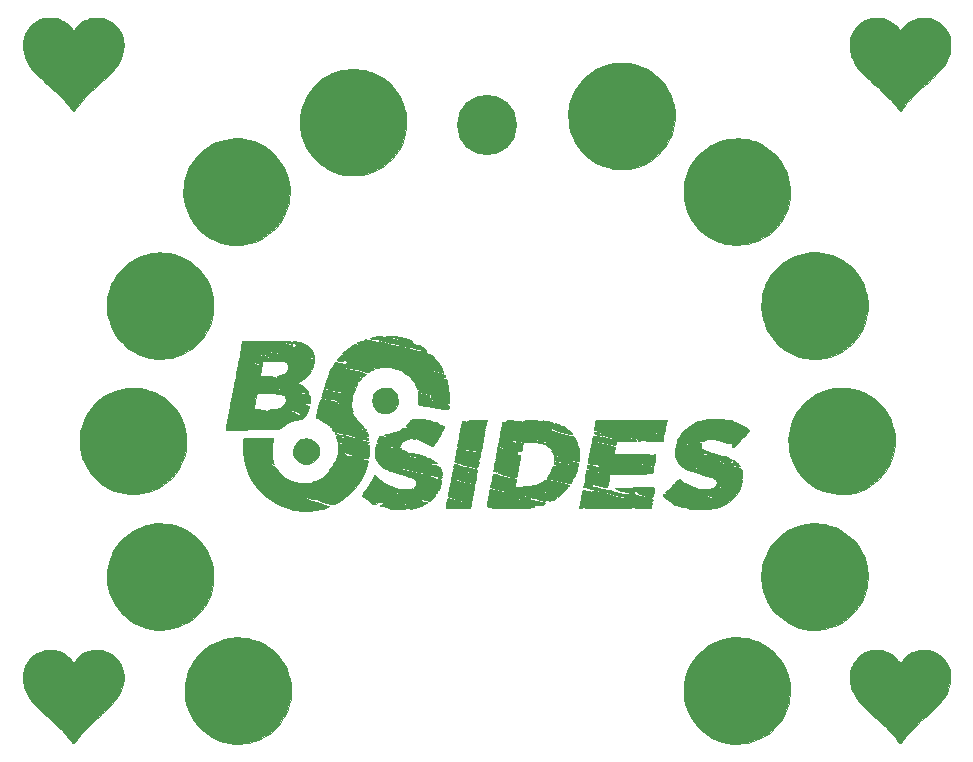
<source format=gbr>
G04 #@! TF.GenerationSoftware,KiCad,Pcbnew,(5.0.0)*
G04 #@! TF.CreationDate,2018-09-19T11:52:00-07:00*
G04 #@! TF.ProjectId,BSidesPDX_2018,4253696465735044585F323031382E6B,rev?*
G04 #@! TF.SameCoordinates,Original*
G04 #@! TF.FileFunction,Soldermask,Top*
G04 #@! TF.FilePolarity,Negative*
%FSLAX46Y46*%
G04 Gerber Fmt 4.6, Leading zero omitted, Abs format (unit mm)*
G04 Created by KiCad (PCBNEW (5.0.0)) date 09/19/18 11:52:00*
%MOMM*%
%LPD*%
G01*
G04 APERTURE LIST*
%ADD10C,0.010000*%
%ADD11O,1.801600X1.801600*%
%ADD12C,1.801600*%
%ADD13C,5.101600*%
G04 APERTURE END LIST*
D10*
G04 #@! TO.C,MASK_ART*
G36*
X185468125Y-78357710D02*
X185678378Y-78376559D01*
X185867954Y-78409799D01*
X185924402Y-78424100D01*
X186213658Y-78525629D01*
X186483762Y-78662754D01*
X186731760Y-78832499D01*
X186954699Y-79031891D01*
X187149626Y-79257956D01*
X187313587Y-79507718D01*
X187443628Y-79778204D01*
X187530417Y-80041450D01*
X187565038Y-80213544D01*
X187588057Y-80412861D01*
X187598978Y-80625773D01*
X187597301Y-80838652D01*
X187582529Y-81037870D01*
X187570125Y-81127805D01*
X187532523Y-81309201D01*
X187478141Y-81507722D01*
X187412139Y-81707365D01*
X187339679Y-81892124D01*
X187287073Y-82005626D01*
X187214569Y-82142425D01*
X187135954Y-82275881D01*
X187048807Y-82408687D01*
X186950705Y-82543533D01*
X186839227Y-82683112D01*
X186711950Y-82830113D01*
X186566452Y-82987229D01*
X186400313Y-83157151D01*
X186211109Y-83342570D01*
X185996419Y-83546178D01*
X185753821Y-83770665D01*
X185480894Y-84018724D01*
X185452250Y-84044560D01*
X185131861Y-84336929D01*
X184843632Y-84607677D01*
X184585036Y-84859454D01*
X184353544Y-85094908D01*
X184146630Y-85316686D01*
X183961767Y-85527438D01*
X183796427Y-85729812D01*
X183648083Y-85926456D01*
X183623013Y-85961416D01*
X183537440Y-86079357D01*
X183470893Y-86165197D01*
X183419954Y-86222728D01*
X183381202Y-86255741D01*
X183351216Y-86268028D01*
X183346166Y-86268333D01*
X183309953Y-86253674D01*
X183265562Y-86217640D01*
X183258383Y-86210125D01*
X183224389Y-86169799D01*
X183172808Y-86104723D01*
X183111010Y-86024338D01*
X183054534Y-85949107D01*
X182904770Y-85756014D01*
X182735595Y-85554759D01*
X182544718Y-85342993D01*
X182329849Y-85118369D01*
X182088697Y-84878538D01*
X181818972Y-84621155D01*
X181518383Y-84343870D01*
X181271833Y-84121901D01*
X180998800Y-83876878D01*
X180756203Y-83655758D01*
X180541588Y-83455794D01*
X180352501Y-83274236D01*
X180186489Y-83108337D01*
X180041096Y-82955348D01*
X179913870Y-82812520D01*
X179802357Y-82677105D01*
X179704101Y-82546354D01*
X179616650Y-82417519D01*
X179537548Y-82287852D01*
X179464344Y-82154603D01*
X179399094Y-82024416D01*
X179299192Y-81802116D01*
X179222895Y-81594890D01*
X179167347Y-81390758D01*
X179129689Y-81177734D01*
X179107063Y-80943836D01*
X179098753Y-80765000D01*
X179095070Y-80619653D01*
X179094469Y-80506442D01*
X179097491Y-80415245D01*
X179104676Y-80335942D01*
X179116566Y-80258412D01*
X179129278Y-80193500D01*
X179213661Y-79887884D01*
X179334215Y-79602533D01*
X179488784Y-79339739D01*
X179675211Y-79101792D01*
X179891338Y-78890986D01*
X180135009Y-78709613D01*
X180404066Y-78559965D01*
X180696351Y-78444333D01*
X180806166Y-78411660D01*
X180876622Y-78393698D01*
X180942201Y-78380705D01*
X181011866Y-78371920D01*
X181094575Y-78366586D01*
X181199289Y-78363944D01*
X181334968Y-78363236D01*
X181377666Y-78363277D01*
X181565843Y-78366047D01*
X181722279Y-78375012D01*
X181857367Y-78392260D01*
X181981499Y-78419879D01*
X182105070Y-78459956D01*
X182238471Y-78514579D01*
X182323386Y-78553254D01*
X182593704Y-78699751D01*
X182835268Y-78874321D01*
X183052990Y-79080990D01*
X183234134Y-79299805D01*
X183348716Y-79453860D01*
X183445089Y-79320971D01*
X183648035Y-79075154D01*
X183875730Y-78862082D01*
X184125734Y-78683360D01*
X184395606Y-78540592D01*
X184682906Y-78435384D01*
X184858125Y-78391882D01*
X185043517Y-78364934D01*
X185251678Y-78353689D01*
X185468125Y-78357710D01*
X185468125Y-78357710D01*
G37*
X185468125Y-78357710D02*
X185678378Y-78376559D01*
X185867954Y-78409799D01*
X185924402Y-78424100D01*
X186213658Y-78525629D01*
X186483762Y-78662754D01*
X186731760Y-78832499D01*
X186954699Y-79031891D01*
X187149626Y-79257956D01*
X187313587Y-79507718D01*
X187443628Y-79778204D01*
X187530417Y-80041450D01*
X187565038Y-80213544D01*
X187588057Y-80412861D01*
X187598978Y-80625773D01*
X187597301Y-80838652D01*
X187582529Y-81037870D01*
X187570125Y-81127805D01*
X187532523Y-81309201D01*
X187478141Y-81507722D01*
X187412139Y-81707365D01*
X187339679Y-81892124D01*
X187287073Y-82005626D01*
X187214569Y-82142425D01*
X187135954Y-82275881D01*
X187048807Y-82408687D01*
X186950705Y-82543533D01*
X186839227Y-82683112D01*
X186711950Y-82830113D01*
X186566452Y-82987229D01*
X186400313Y-83157151D01*
X186211109Y-83342570D01*
X185996419Y-83546178D01*
X185753821Y-83770665D01*
X185480894Y-84018724D01*
X185452250Y-84044560D01*
X185131861Y-84336929D01*
X184843632Y-84607677D01*
X184585036Y-84859454D01*
X184353544Y-85094908D01*
X184146630Y-85316686D01*
X183961767Y-85527438D01*
X183796427Y-85729812D01*
X183648083Y-85926456D01*
X183623013Y-85961416D01*
X183537440Y-86079357D01*
X183470893Y-86165197D01*
X183419954Y-86222728D01*
X183381202Y-86255741D01*
X183351216Y-86268028D01*
X183346166Y-86268333D01*
X183309953Y-86253674D01*
X183265562Y-86217640D01*
X183258383Y-86210125D01*
X183224389Y-86169799D01*
X183172808Y-86104723D01*
X183111010Y-86024338D01*
X183054534Y-85949107D01*
X182904770Y-85756014D01*
X182735595Y-85554759D01*
X182544718Y-85342993D01*
X182329849Y-85118369D01*
X182088697Y-84878538D01*
X181818972Y-84621155D01*
X181518383Y-84343870D01*
X181271833Y-84121901D01*
X180998800Y-83876878D01*
X180756203Y-83655758D01*
X180541588Y-83455794D01*
X180352501Y-83274236D01*
X180186489Y-83108337D01*
X180041096Y-82955348D01*
X179913870Y-82812520D01*
X179802357Y-82677105D01*
X179704101Y-82546354D01*
X179616650Y-82417519D01*
X179537548Y-82287852D01*
X179464344Y-82154603D01*
X179399094Y-82024416D01*
X179299192Y-81802116D01*
X179222895Y-81594890D01*
X179167347Y-81390758D01*
X179129689Y-81177734D01*
X179107063Y-80943836D01*
X179098753Y-80765000D01*
X179095070Y-80619653D01*
X179094469Y-80506442D01*
X179097491Y-80415245D01*
X179104676Y-80335942D01*
X179116566Y-80258412D01*
X179129278Y-80193500D01*
X179213661Y-79887884D01*
X179334215Y-79602533D01*
X179488784Y-79339739D01*
X179675211Y-79101792D01*
X179891338Y-78890986D01*
X180135009Y-78709613D01*
X180404066Y-78559965D01*
X180696351Y-78444333D01*
X180806166Y-78411660D01*
X180876622Y-78393698D01*
X180942201Y-78380705D01*
X181011866Y-78371920D01*
X181094575Y-78366586D01*
X181199289Y-78363944D01*
X181334968Y-78363236D01*
X181377666Y-78363277D01*
X181565843Y-78366047D01*
X181722279Y-78375012D01*
X181857367Y-78392260D01*
X181981499Y-78419879D01*
X182105070Y-78459956D01*
X182238471Y-78514579D01*
X182323386Y-78553254D01*
X182593704Y-78699751D01*
X182835268Y-78874321D01*
X183052990Y-79080990D01*
X183234134Y-79299805D01*
X183348716Y-79453860D01*
X183445089Y-79320971D01*
X183648035Y-79075154D01*
X183875730Y-78862082D01*
X184125734Y-78683360D01*
X184395606Y-78540592D01*
X184682906Y-78435384D01*
X184858125Y-78391882D01*
X185043517Y-78364934D01*
X185251678Y-78353689D01*
X185468125Y-78357710D01*
G36*
X111435980Y-78355583D02*
X111616340Y-78364596D01*
X111784193Y-78381900D01*
X111926694Y-78407080D01*
X111959410Y-78415243D01*
X112102829Y-78461820D01*
X112263712Y-78526762D01*
X112425892Y-78602727D01*
X112573197Y-78682373D01*
X112642613Y-78725480D01*
X112759210Y-78812336D01*
X112887671Y-78924316D01*
X113017101Y-79050849D01*
X113136604Y-79181363D01*
X113223137Y-79288739D01*
X113345452Y-79452896D01*
X113461192Y-79299323D01*
X113560995Y-79176808D01*
X113677310Y-79049933D01*
X113800028Y-78928707D01*
X113919043Y-78823135D01*
X114020054Y-78746058D01*
X114147889Y-78668051D01*
X114300838Y-78588675D01*
X114464103Y-78514647D01*
X114622884Y-78452685D01*
X114760544Y-78409970D01*
X114836585Y-78392129D01*
X114908909Y-78379343D01*
X114986982Y-78370829D01*
X115080270Y-78365803D01*
X115198242Y-78363480D01*
X115327083Y-78363048D01*
X115468468Y-78363671D01*
X115576981Y-78365893D01*
X115662078Y-78370631D01*
X115733214Y-78378803D01*
X115799846Y-78391323D01*
X115871429Y-78409110D01*
X115909166Y-78419463D01*
X116209294Y-78524195D01*
X116485931Y-78663447D01*
X116737286Y-78835390D01*
X116961564Y-79038192D01*
X117156972Y-79270025D01*
X117321718Y-79529058D01*
X117454006Y-79813460D01*
X117543147Y-80087014D01*
X117570136Y-80222781D01*
X117588691Y-80388216D01*
X117598488Y-80571438D01*
X117599202Y-80760566D01*
X117590507Y-80943718D01*
X117572078Y-81109012D01*
X117571265Y-81114250D01*
X117498759Y-81449724D01*
X117387522Y-81776093D01*
X117236583Y-82095504D01*
X117044970Y-82410104D01*
X116887496Y-82626838D01*
X116800940Y-82731245D01*
X116684916Y-82859692D01*
X116542492Y-83009139D01*
X116376741Y-83176548D01*
X116190731Y-83358878D01*
X115987533Y-83553090D01*
X115770216Y-83756144D01*
X115541852Y-83965000D01*
X115475250Y-84025094D01*
X115147991Y-84323139D01*
X114853438Y-84599263D01*
X114589492Y-84855637D01*
X114354048Y-85094435D01*
X114145007Y-85317827D01*
X113960268Y-85527986D01*
X113797727Y-85727085D01*
X113686327Y-85874289D01*
X113591519Y-86003371D01*
X113517649Y-86101681D01*
X113461375Y-86173120D01*
X113419350Y-86221590D01*
X113388230Y-86250994D01*
X113364669Y-86265234D01*
X113348561Y-86268333D01*
X113313031Y-86252811D01*
X113265631Y-86212958D01*
X113234191Y-86178375D01*
X113191748Y-86125514D01*
X113131765Y-86049538D01*
X113062468Y-85960921D01*
X112997194Y-85876750D01*
X112870926Y-85717346D01*
X112739018Y-85559531D01*
X112598278Y-85400072D01*
X112445515Y-85235736D01*
X112277538Y-85063292D01*
X112091156Y-84879507D01*
X111883179Y-84681148D01*
X111650415Y-84464984D01*
X111389673Y-84227782D01*
X111210210Y-84066630D01*
X110972892Y-83853595D01*
X110764862Y-83664854D01*
X110583102Y-83497340D01*
X110424594Y-83347991D01*
X110286320Y-83213741D01*
X110165260Y-83091526D01*
X110058399Y-82978282D01*
X109962715Y-82870946D01*
X109875193Y-82766452D01*
X109792812Y-82661736D01*
X109712556Y-82553734D01*
X109692205Y-82525490D01*
X109509659Y-82237909D01*
X109353770Y-81924512D01*
X109229041Y-81595554D01*
X109142445Y-81273000D01*
X109127619Y-81192115D01*
X109116901Y-81103923D01*
X109109764Y-81000163D01*
X109105685Y-80872577D01*
X109104136Y-80712904D01*
X109104083Y-80669750D01*
X109104429Y-80522197D01*
X109105991Y-80408451D01*
X109109551Y-80319988D01*
X109115891Y-80248285D01*
X109125795Y-80184816D01*
X109140045Y-80121058D01*
X109159425Y-80048486D01*
X109161978Y-80039332D01*
X109265388Y-79744353D01*
X109403425Y-79470634D01*
X109573427Y-79220641D01*
X109772733Y-78996844D01*
X109998682Y-78801712D01*
X110248613Y-78637713D01*
X110519864Y-78507315D01*
X110809774Y-78412986D01*
X110948284Y-78382459D01*
X111089108Y-78364098D01*
X111255954Y-78355278D01*
X111435980Y-78355583D01*
X111435980Y-78355583D01*
G37*
X111435980Y-78355583D02*
X111616340Y-78364596D01*
X111784193Y-78381900D01*
X111926694Y-78407080D01*
X111959410Y-78415243D01*
X112102829Y-78461820D01*
X112263712Y-78526762D01*
X112425892Y-78602727D01*
X112573197Y-78682373D01*
X112642613Y-78725480D01*
X112759210Y-78812336D01*
X112887671Y-78924316D01*
X113017101Y-79050849D01*
X113136604Y-79181363D01*
X113223137Y-79288739D01*
X113345452Y-79452896D01*
X113461192Y-79299323D01*
X113560995Y-79176808D01*
X113677310Y-79049933D01*
X113800028Y-78928707D01*
X113919043Y-78823135D01*
X114020054Y-78746058D01*
X114147889Y-78668051D01*
X114300838Y-78588675D01*
X114464103Y-78514647D01*
X114622884Y-78452685D01*
X114760544Y-78409970D01*
X114836585Y-78392129D01*
X114908909Y-78379343D01*
X114986982Y-78370829D01*
X115080270Y-78365803D01*
X115198242Y-78363480D01*
X115327083Y-78363048D01*
X115468468Y-78363671D01*
X115576981Y-78365893D01*
X115662078Y-78370631D01*
X115733214Y-78378803D01*
X115799846Y-78391323D01*
X115871429Y-78409110D01*
X115909166Y-78419463D01*
X116209294Y-78524195D01*
X116485931Y-78663447D01*
X116737286Y-78835390D01*
X116961564Y-79038192D01*
X117156972Y-79270025D01*
X117321718Y-79529058D01*
X117454006Y-79813460D01*
X117543147Y-80087014D01*
X117570136Y-80222781D01*
X117588691Y-80388216D01*
X117598488Y-80571438D01*
X117599202Y-80760566D01*
X117590507Y-80943718D01*
X117572078Y-81109012D01*
X117571265Y-81114250D01*
X117498759Y-81449724D01*
X117387522Y-81776093D01*
X117236583Y-82095504D01*
X117044970Y-82410104D01*
X116887496Y-82626838D01*
X116800940Y-82731245D01*
X116684916Y-82859692D01*
X116542492Y-83009139D01*
X116376741Y-83176548D01*
X116190731Y-83358878D01*
X115987533Y-83553090D01*
X115770216Y-83756144D01*
X115541852Y-83965000D01*
X115475250Y-84025094D01*
X115147991Y-84323139D01*
X114853438Y-84599263D01*
X114589492Y-84855637D01*
X114354048Y-85094435D01*
X114145007Y-85317827D01*
X113960268Y-85527986D01*
X113797727Y-85727085D01*
X113686327Y-85874289D01*
X113591519Y-86003371D01*
X113517649Y-86101681D01*
X113461375Y-86173120D01*
X113419350Y-86221590D01*
X113388230Y-86250994D01*
X113364669Y-86265234D01*
X113348561Y-86268333D01*
X113313031Y-86252811D01*
X113265631Y-86212958D01*
X113234191Y-86178375D01*
X113191748Y-86125514D01*
X113131765Y-86049538D01*
X113062468Y-85960921D01*
X112997194Y-85876750D01*
X112870926Y-85717346D01*
X112739018Y-85559531D01*
X112598278Y-85400072D01*
X112445515Y-85235736D01*
X112277538Y-85063292D01*
X112091156Y-84879507D01*
X111883179Y-84681148D01*
X111650415Y-84464984D01*
X111389673Y-84227782D01*
X111210210Y-84066630D01*
X110972892Y-83853595D01*
X110764862Y-83664854D01*
X110583102Y-83497340D01*
X110424594Y-83347991D01*
X110286320Y-83213741D01*
X110165260Y-83091526D01*
X110058399Y-82978282D01*
X109962715Y-82870946D01*
X109875193Y-82766452D01*
X109792812Y-82661736D01*
X109712556Y-82553734D01*
X109692205Y-82525490D01*
X109509659Y-82237909D01*
X109353770Y-81924512D01*
X109229041Y-81595554D01*
X109142445Y-81273000D01*
X109127619Y-81192115D01*
X109116901Y-81103923D01*
X109109764Y-81000163D01*
X109105685Y-80872577D01*
X109104136Y-80712904D01*
X109104083Y-80669750D01*
X109104429Y-80522197D01*
X109105991Y-80408451D01*
X109109551Y-80319988D01*
X109115891Y-80248285D01*
X109125795Y-80184816D01*
X109140045Y-80121058D01*
X109159425Y-80048486D01*
X109161978Y-80039332D01*
X109265388Y-79744353D01*
X109403425Y-79470634D01*
X109573427Y-79220641D01*
X109772733Y-78996844D01*
X109998682Y-78801712D01*
X110248613Y-78637713D01*
X110519864Y-78507315D01*
X110809774Y-78412986D01*
X110948284Y-78382459D01*
X111089108Y-78364098D01*
X111255954Y-78355278D01*
X111435980Y-78355583D01*
G36*
X160036045Y-82192772D02*
X160407233Y-82224231D01*
X160760969Y-82285240D01*
X161105159Y-82377480D01*
X161447706Y-82502633D01*
X161745583Y-82637172D01*
X162051292Y-82799432D01*
X162329257Y-82975427D01*
X162590630Y-83173172D01*
X162846561Y-83400678D01*
X162952625Y-83504535D01*
X163249284Y-83831364D01*
X163509185Y-84179130D01*
X163732089Y-84547355D01*
X163917755Y-84935560D01*
X164065943Y-85343266D01*
X164176412Y-85769995D01*
X164224883Y-86037535D01*
X164244418Y-86206807D01*
X164256922Y-86405151D01*
X164262397Y-86619891D01*
X164260841Y-86838354D01*
X164252256Y-87047865D01*
X164236641Y-87235750D01*
X164224846Y-87326666D01*
X164137611Y-87764595D01*
X164012029Y-88185168D01*
X163848801Y-88587138D01*
X163648628Y-88969258D01*
X163412210Y-89330278D01*
X163140248Y-89668951D01*
X162833441Y-89984029D01*
X162634583Y-90159845D01*
X162302883Y-90410231D01*
X161944973Y-90629792D01*
X161565865Y-90816298D01*
X161170568Y-90967515D01*
X160764093Y-91081212D01*
X160422666Y-91145362D01*
X160309901Y-91158711D01*
X160170390Y-91170460D01*
X160015433Y-91180116D01*
X159856331Y-91187185D01*
X159704383Y-91191174D01*
X159570889Y-91191591D01*
X159467150Y-91187942D01*
X159459583Y-91187392D01*
X159022189Y-91133393D01*
X158598002Y-91040630D01*
X158189145Y-90910532D01*
X157797744Y-90744524D01*
X157425924Y-90544034D01*
X157075809Y-90310489D01*
X156749524Y-90045315D01*
X156449193Y-89749940D01*
X156176941Y-89425790D01*
X155934894Y-89074293D01*
X155725174Y-88696875D01*
X155712357Y-88670750D01*
X155546819Y-88292405D01*
X155420216Y-87915250D01*
X155330958Y-87532336D01*
X155277456Y-87136715D01*
X155258119Y-86721438D01*
X155258000Y-86684735D01*
X155267216Y-86351783D01*
X155296271Y-86043895D01*
X155347272Y-85747696D01*
X155422328Y-85449809D01*
X155483627Y-85253103D01*
X155639530Y-84850068D01*
X155831756Y-84467123D01*
X156058346Y-84106287D01*
X156317341Y-83769578D01*
X156606780Y-83459016D01*
X156924706Y-83176619D01*
X157269159Y-82924406D01*
X157638180Y-82704394D01*
X158029810Y-82518603D01*
X158204375Y-82449847D01*
X158483120Y-82356206D01*
X158756241Y-82285366D01*
X159035226Y-82235242D01*
X159331564Y-82203746D01*
X159639500Y-82189181D01*
X160036045Y-82192772D01*
X160036045Y-82192772D01*
G37*
X160036045Y-82192772D02*
X160407233Y-82224231D01*
X160760969Y-82285240D01*
X161105159Y-82377480D01*
X161447706Y-82502633D01*
X161745583Y-82637172D01*
X162051292Y-82799432D01*
X162329257Y-82975427D01*
X162590630Y-83173172D01*
X162846561Y-83400678D01*
X162952625Y-83504535D01*
X163249284Y-83831364D01*
X163509185Y-84179130D01*
X163732089Y-84547355D01*
X163917755Y-84935560D01*
X164065943Y-85343266D01*
X164176412Y-85769995D01*
X164224883Y-86037535D01*
X164244418Y-86206807D01*
X164256922Y-86405151D01*
X164262397Y-86619891D01*
X164260841Y-86838354D01*
X164252256Y-87047865D01*
X164236641Y-87235750D01*
X164224846Y-87326666D01*
X164137611Y-87764595D01*
X164012029Y-88185168D01*
X163848801Y-88587138D01*
X163648628Y-88969258D01*
X163412210Y-89330278D01*
X163140248Y-89668951D01*
X162833441Y-89984029D01*
X162634583Y-90159845D01*
X162302883Y-90410231D01*
X161944973Y-90629792D01*
X161565865Y-90816298D01*
X161170568Y-90967515D01*
X160764093Y-91081212D01*
X160422666Y-91145362D01*
X160309901Y-91158711D01*
X160170390Y-91170460D01*
X160015433Y-91180116D01*
X159856331Y-91187185D01*
X159704383Y-91191174D01*
X159570889Y-91191591D01*
X159467150Y-91187942D01*
X159459583Y-91187392D01*
X159022189Y-91133393D01*
X158598002Y-91040630D01*
X158189145Y-90910532D01*
X157797744Y-90744524D01*
X157425924Y-90544034D01*
X157075809Y-90310489D01*
X156749524Y-90045315D01*
X156449193Y-89749940D01*
X156176941Y-89425790D01*
X155934894Y-89074293D01*
X155725174Y-88696875D01*
X155712357Y-88670750D01*
X155546819Y-88292405D01*
X155420216Y-87915250D01*
X155330958Y-87532336D01*
X155277456Y-87136715D01*
X155258119Y-86721438D01*
X155258000Y-86684735D01*
X155267216Y-86351783D01*
X155296271Y-86043895D01*
X155347272Y-85747696D01*
X155422328Y-85449809D01*
X155483627Y-85253103D01*
X155639530Y-84850068D01*
X155831756Y-84467123D01*
X156058346Y-84106287D01*
X156317341Y-83769578D01*
X156606780Y-83459016D01*
X156924706Y-83176619D01*
X157269159Y-82924406D01*
X157638180Y-82704394D01*
X158029810Y-82518603D01*
X158204375Y-82449847D01*
X158483120Y-82356206D01*
X158756241Y-82285366D01*
X159035226Y-82235242D01*
X159331564Y-82203746D01*
X159639500Y-82189181D01*
X160036045Y-82192772D01*
G36*
X137309637Y-82721928D02*
X137698160Y-82756389D01*
X138069064Y-82822870D01*
X138428888Y-82922806D01*
X138784172Y-83057633D01*
X139081344Y-83197601D01*
X139457057Y-83412542D01*
X139805214Y-83658061D01*
X140124763Y-83931728D01*
X140414653Y-84231111D01*
X140673831Y-84553780D01*
X140901248Y-84897303D01*
X141095850Y-85259251D01*
X141256587Y-85637192D01*
X141382407Y-86028695D01*
X141472258Y-86431330D01*
X141525090Y-86842665D01*
X141539849Y-87260269D01*
X141515486Y-87681713D01*
X141450949Y-88104564D01*
X141361887Y-88469666D01*
X141223092Y-88877592D01*
X141047990Y-89265923D01*
X140838709Y-89632801D01*
X140597383Y-89976366D01*
X140326140Y-90294761D01*
X140027112Y-90586127D01*
X139702429Y-90848606D01*
X139354223Y-91080339D01*
X138984623Y-91279468D01*
X138595761Y-91444134D01*
X138189767Y-91572479D01*
X137768771Y-91662644D01*
X137686625Y-91675399D01*
X137530327Y-91693659D01*
X137349886Y-91707361D01*
X137158318Y-91716102D01*
X136968635Y-91719483D01*
X136793852Y-91717100D01*
X136646982Y-91708553D01*
X136638290Y-91707733D01*
X136220132Y-91650329D01*
X135824512Y-91560637D01*
X135444364Y-91436633D01*
X135072625Y-91276293D01*
X134990916Y-91235761D01*
X134611903Y-91020125D01*
X134259224Y-90772247D01*
X133934404Y-90494186D01*
X133638965Y-90188001D01*
X133374432Y-89855750D01*
X133142326Y-89499493D01*
X132944173Y-89121286D01*
X132781494Y-88723190D01*
X132655813Y-88307262D01*
X132587213Y-87987458D01*
X132562124Y-87810772D01*
X132543508Y-87605823D01*
X132531856Y-87386256D01*
X132527656Y-87165718D01*
X132531399Y-86957852D01*
X132543573Y-86776304D01*
X132543710Y-86774951D01*
X132606057Y-86357536D01*
X132706636Y-85946018D01*
X132843413Y-85546125D01*
X133014353Y-85163585D01*
X133217422Y-84804127D01*
X133275180Y-84715233D01*
X133531104Y-84369536D01*
X133818923Y-84048902D01*
X134134950Y-83756726D01*
X134475502Y-83496405D01*
X134836895Y-83271338D01*
X134847612Y-83265392D01*
X135219053Y-83080670D01*
X135596000Y-82935140D01*
X135983178Y-82827541D01*
X136385309Y-82756610D01*
X136807118Y-82721087D01*
X136896953Y-82718051D01*
X137309637Y-82721928D01*
X137309637Y-82721928D01*
G37*
X137309637Y-82721928D02*
X137698160Y-82756389D01*
X138069064Y-82822870D01*
X138428888Y-82922806D01*
X138784172Y-83057633D01*
X139081344Y-83197601D01*
X139457057Y-83412542D01*
X139805214Y-83658061D01*
X140124763Y-83931728D01*
X140414653Y-84231111D01*
X140673831Y-84553780D01*
X140901248Y-84897303D01*
X141095850Y-85259251D01*
X141256587Y-85637192D01*
X141382407Y-86028695D01*
X141472258Y-86431330D01*
X141525090Y-86842665D01*
X141539849Y-87260269D01*
X141515486Y-87681713D01*
X141450949Y-88104564D01*
X141361887Y-88469666D01*
X141223092Y-88877592D01*
X141047990Y-89265923D01*
X140838709Y-89632801D01*
X140597383Y-89976366D01*
X140326140Y-90294761D01*
X140027112Y-90586127D01*
X139702429Y-90848606D01*
X139354223Y-91080339D01*
X138984623Y-91279468D01*
X138595761Y-91444134D01*
X138189767Y-91572479D01*
X137768771Y-91662644D01*
X137686625Y-91675399D01*
X137530327Y-91693659D01*
X137349886Y-91707361D01*
X137158318Y-91716102D01*
X136968635Y-91719483D01*
X136793852Y-91717100D01*
X136646982Y-91708553D01*
X136638290Y-91707733D01*
X136220132Y-91650329D01*
X135824512Y-91560637D01*
X135444364Y-91436633D01*
X135072625Y-91276293D01*
X134990916Y-91235761D01*
X134611903Y-91020125D01*
X134259224Y-90772247D01*
X133934404Y-90494186D01*
X133638965Y-90188001D01*
X133374432Y-89855750D01*
X133142326Y-89499493D01*
X132944173Y-89121286D01*
X132781494Y-88723190D01*
X132655813Y-88307262D01*
X132587213Y-87987458D01*
X132562124Y-87810772D01*
X132543508Y-87605823D01*
X132531856Y-87386256D01*
X132527656Y-87165718D01*
X132531399Y-86957852D01*
X132543573Y-86776304D01*
X132543710Y-86774951D01*
X132606057Y-86357536D01*
X132706636Y-85946018D01*
X132843413Y-85546125D01*
X133014353Y-85163585D01*
X133217422Y-84804127D01*
X133275180Y-84715233D01*
X133531104Y-84369536D01*
X133818923Y-84048902D01*
X134134950Y-83756726D01*
X134475502Y-83496405D01*
X134836895Y-83271338D01*
X134847612Y-83265392D01*
X135219053Y-83080670D01*
X135596000Y-82935140D01*
X135983178Y-82827541D01*
X136385309Y-82756610D01*
X136807118Y-82721087D01*
X136896953Y-82718051D01*
X137309637Y-82721928D01*
G36*
X170008981Y-88605247D02*
X170425896Y-88668349D01*
X170835366Y-88770257D01*
X171054137Y-88842294D01*
X171449821Y-89006629D01*
X171827506Y-89208165D01*
X172184367Y-89444585D01*
X172517578Y-89713570D01*
X172824314Y-90012801D01*
X173101751Y-90339961D01*
X173347062Y-90692730D01*
X173385719Y-90755666D01*
X173588312Y-91132119D01*
X173753208Y-91524802D01*
X173880074Y-91930329D01*
X173968579Y-92345313D01*
X174018390Y-92766369D01*
X174029176Y-93190108D01*
X174000603Y-93613146D01*
X173932339Y-94032096D01*
X173824053Y-94443570D01*
X173764660Y-94618583D01*
X173603011Y-95010015D01*
X173411499Y-95374292D01*
X173187056Y-95716222D01*
X172926612Y-96040614D01*
X172710640Y-96270464D01*
X172386639Y-96565454D01*
X172040774Y-96824853D01*
X171675222Y-97047912D01*
X171292159Y-97233887D01*
X170893760Y-97382030D01*
X170482201Y-97491596D01*
X170059659Y-97561838D01*
X169628308Y-97592009D01*
X169190326Y-97581364D01*
X168954903Y-97558754D01*
X168538666Y-97487384D01*
X168132766Y-97376353D01*
X167739980Y-97227637D01*
X167363086Y-97043211D01*
X167004862Y-96825051D01*
X166668085Y-96575130D01*
X166355534Y-96295424D01*
X166069986Y-95987908D01*
X165814218Y-95654558D01*
X165591009Y-95297347D01*
X165482249Y-95089630D01*
X165333181Y-94755249D01*
X165214158Y-94420109D01*
X165120781Y-94070527D01*
X165065201Y-93792174D01*
X165047719Y-93657742D01*
X165035396Y-93491218D01*
X165028170Y-93302521D01*
X165025975Y-93101570D01*
X165028749Y-92898282D01*
X165036427Y-92702576D01*
X165048945Y-92524370D01*
X165066238Y-92373583D01*
X165074692Y-92322000D01*
X165175310Y-91886978D01*
X165313664Y-91469821D01*
X165488599Y-91072218D01*
X165698959Y-90695860D01*
X165943588Y-90342437D01*
X166221330Y-90013639D01*
X166531030Y-89711158D01*
X166871530Y-89436684D01*
X167196111Y-89219425D01*
X167560473Y-89021112D01*
X167943557Y-88859049D01*
X168341627Y-88733599D01*
X168750942Y-88645128D01*
X169167765Y-88594003D01*
X169588357Y-88580587D01*
X170008981Y-88605247D01*
X170008981Y-88605247D01*
G37*
X170008981Y-88605247D02*
X170425896Y-88668349D01*
X170835366Y-88770257D01*
X171054137Y-88842294D01*
X171449821Y-89006629D01*
X171827506Y-89208165D01*
X172184367Y-89444585D01*
X172517578Y-89713570D01*
X172824314Y-90012801D01*
X173101751Y-90339961D01*
X173347062Y-90692730D01*
X173385719Y-90755666D01*
X173588312Y-91132119D01*
X173753208Y-91524802D01*
X173880074Y-91930329D01*
X173968579Y-92345313D01*
X174018390Y-92766369D01*
X174029176Y-93190108D01*
X174000603Y-93613146D01*
X173932339Y-94032096D01*
X173824053Y-94443570D01*
X173764660Y-94618583D01*
X173603011Y-95010015D01*
X173411499Y-95374292D01*
X173187056Y-95716222D01*
X172926612Y-96040614D01*
X172710640Y-96270464D01*
X172386639Y-96565454D01*
X172040774Y-96824853D01*
X171675222Y-97047912D01*
X171292159Y-97233887D01*
X170893760Y-97382030D01*
X170482201Y-97491596D01*
X170059659Y-97561838D01*
X169628308Y-97592009D01*
X169190326Y-97581364D01*
X168954903Y-97558754D01*
X168538666Y-97487384D01*
X168132766Y-97376353D01*
X167739980Y-97227637D01*
X167363086Y-97043211D01*
X167004862Y-96825051D01*
X166668085Y-96575130D01*
X166355534Y-96295424D01*
X166069986Y-95987908D01*
X165814218Y-95654558D01*
X165591009Y-95297347D01*
X165482249Y-95089630D01*
X165333181Y-94755249D01*
X165214158Y-94420109D01*
X165120781Y-94070527D01*
X165065201Y-93792174D01*
X165047719Y-93657742D01*
X165035396Y-93491218D01*
X165028170Y-93302521D01*
X165025975Y-93101570D01*
X165028749Y-92898282D01*
X165036427Y-92702576D01*
X165048945Y-92524370D01*
X165066238Y-92373583D01*
X165074692Y-92322000D01*
X165175310Y-91886978D01*
X165313664Y-91469821D01*
X165488599Y-91072218D01*
X165698959Y-90695860D01*
X165943588Y-90342437D01*
X166221330Y-90013639D01*
X166531030Y-89711158D01*
X166871530Y-89436684D01*
X167196111Y-89219425D01*
X167560473Y-89021112D01*
X167943557Y-88859049D01*
X168341627Y-88733599D01*
X168750942Y-88645128D01*
X169167765Y-88594003D01*
X169588357Y-88580587D01*
X170008981Y-88605247D01*
G36*
X127426311Y-88585026D02*
X127828895Y-88626421D01*
X128227113Y-88703741D01*
X128618327Y-88816964D01*
X128999897Y-88966065D01*
X129369184Y-89151022D01*
X129723551Y-89371813D01*
X130060358Y-89628413D01*
X130344161Y-89887833D01*
X130628420Y-90198920D01*
X130883214Y-90535997D01*
X131105832Y-90894383D01*
X131293561Y-91269400D01*
X131443687Y-91656365D01*
X131521845Y-91919833D01*
X131612151Y-92348307D01*
X131661488Y-92779393D01*
X131670140Y-93210205D01*
X131638393Y-93637854D01*
X131566530Y-94059454D01*
X131454838Y-94472117D01*
X131303600Y-94872955D01*
X131210968Y-95072636D01*
X130997630Y-95457539D01*
X130752714Y-95815327D01*
X130478210Y-96144609D01*
X130176110Y-96443998D01*
X129848405Y-96712103D01*
X129497086Y-96947535D01*
X129124145Y-97148906D01*
X128731572Y-97314824D01*
X128321358Y-97443902D01*
X127895495Y-97534750D01*
X127631042Y-97570571D01*
X127497838Y-97580795D01*
X127336956Y-97586967D01*
X127161821Y-97589107D01*
X126985857Y-97587236D01*
X126822490Y-97581374D01*
X126685145Y-97571542D01*
X126661833Y-97569085D01*
X126264083Y-97504603D01*
X125867689Y-97402416D01*
X125478918Y-97265174D01*
X125104037Y-97095526D01*
X124749312Y-96896124D01*
X124421011Y-96669616D01*
X124292857Y-96567326D01*
X124180181Y-96467839D01*
X124053351Y-96346766D01*
X123921304Y-96213417D01*
X123792977Y-96077100D01*
X123677306Y-95947125D01*
X123583228Y-95832801D01*
X123565860Y-95810066D01*
X123317857Y-95445387D01*
X123109096Y-95064985D01*
X122939839Y-94669642D01*
X122810342Y-94260139D01*
X122720866Y-93837255D01*
X122671669Y-93401772D01*
X122661333Y-93083999D01*
X122681791Y-92641920D01*
X122742717Y-92211201D01*
X122843437Y-91793429D01*
X122983278Y-91390189D01*
X123161569Y-91003064D01*
X123377635Y-90633640D01*
X123630803Y-90283502D01*
X123920401Y-89954233D01*
X124041961Y-89832888D01*
X124365099Y-89549923D01*
X124707619Y-89303090D01*
X125066883Y-89092367D01*
X125440251Y-88917729D01*
X125825086Y-88779154D01*
X126218747Y-88676620D01*
X126618598Y-88610102D01*
X127021999Y-88579578D01*
X127426311Y-88585026D01*
X127426311Y-88585026D01*
G37*
X127426311Y-88585026D02*
X127828895Y-88626421D01*
X128227113Y-88703741D01*
X128618327Y-88816964D01*
X128999897Y-88966065D01*
X129369184Y-89151022D01*
X129723551Y-89371813D01*
X130060358Y-89628413D01*
X130344161Y-89887833D01*
X130628420Y-90198920D01*
X130883214Y-90535997D01*
X131105832Y-90894383D01*
X131293561Y-91269400D01*
X131443687Y-91656365D01*
X131521845Y-91919833D01*
X131612151Y-92348307D01*
X131661488Y-92779393D01*
X131670140Y-93210205D01*
X131638393Y-93637854D01*
X131566530Y-94059454D01*
X131454838Y-94472117D01*
X131303600Y-94872955D01*
X131210968Y-95072636D01*
X130997630Y-95457539D01*
X130752714Y-95815327D01*
X130478210Y-96144609D01*
X130176110Y-96443998D01*
X129848405Y-96712103D01*
X129497086Y-96947535D01*
X129124145Y-97148906D01*
X128731572Y-97314824D01*
X128321358Y-97443902D01*
X127895495Y-97534750D01*
X127631042Y-97570571D01*
X127497838Y-97580795D01*
X127336956Y-97586967D01*
X127161821Y-97589107D01*
X126985857Y-97587236D01*
X126822490Y-97581374D01*
X126685145Y-97571542D01*
X126661833Y-97569085D01*
X126264083Y-97504603D01*
X125867689Y-97402416D01*
X125478918Y-97265174D01*
X125104037Y-97095526D01*
X124749312Y-96896124D01*
X124421011Y-96669616D01*
X124292857Y-96567326D01*
X124180181Y-96467839D01*
X124053351Y-96346766D01*
X123921304Y-96213417D01*
X123792977Y-96077100D01*
X123677306Y-95947125D01*
X123583228Y-95832801D01*
X123565860Y-95810066D01*
X123317857Y-95445387D01*
X123109096Y-95064985D01*
X122939839Y-94669642D01*
X122810342Y-94260139D01*
X122720866Y-93837255D01*
X122671669Y-93401772D01*
X122661333Y-93083999D01*
X122681791Y-92641920D01*
X122742717Y-92211201D01*
X122843437Y-91793429D01*
X122983278Y-91390189D01*
X123161569Y-91003064D01*
X123377635Y-90633640D01*
X123630803Y-90283502D01*
X123920401Y-89954233D01*
X124041961Y-89832888D01*
X124365099Y-89549923D01*
X124707619Y-89303090D01*
X125066883Y-89092367D01*
X125440251Y-88917729D01*
X125825086Y-88779154D01*
X126218747Y-88676620D01*
X126618598Y-88610102D01*
X127021999Y-88579578D01*
X127426311Y-88585026D01*
G36*
X140010374Y-105278092D02*
X140120524Y-105283765D01*
X140249033Y-105294086D01*
X140390045Y-105308531D01*
X140537699Y-105326577D01*
X140686138Y-105347702D01*
X140829503Y-105371381D01*
X140932399Y-105390955D01*
X141088769Y-105425576D01*
X141248267Y-105465964D01*
X141405573Y-105510277D01*
X141555365Y-105556671D01*
X141692322Y-105603304D01*
X141811122Y-105648334D01*
X141906444Y-105689918D01*
X141972966Y-105726214D01*
X142005368Y-105755378D01*
X142007666Y-105763263D01*
X142002788Y-105774600D01*
X141985438Y-105779929D01*
X141951542Y-105778446D01*
X141897025Y-105769348D01*
X141817814Y-105751831D01*
X141709833Y-105725092D01*
X141569009Y-105688326D01*
X141404416Y-105644275D01*
X141160089Y-105579267D01*
X140952263Y-105525909D01*
X140776995Y-105483360D01*
X140630336Y-105450779D01*
X140508343Y-105427325D01*
X140407068Y-105412155D01*
X140322566Y-105404430D01*
X140272803Y-105403000D01*
X140193905Y-105398026D01*
X140105326Y-105384783D01*
X140016870Y-105365784D01*
X139938336Y-105343543D01*
X139879526Y-105320576D01*
X139850241Y-105299396D01*
X139848666Y-105294188D01*
X139868586Y-105282780D01*
X139924442Y-105277589D01*
X140010374Y-105278092D01*
X140010374Y-105278092D01*
G37*
X140010374Y-105278092D02*
X140120524Y-105283765D01*
X140249033Y-105294086D01*
X140390045Y-105308531D01*
X140537699Y-105326577D01*
X140686138Y-105347702D01*
X140829503Y-105371381D01*
X140932399Y-105390955D01*
X141088769Y-105425576D01*
X141248267Y-105465964D01*
X141405573Y-105510277D01*
X141555365Y-105556671D01*
X141692322Y-105603304D01*
X141811122Y-105648334D01*
X141906444Y-105689918D01*
X141972966Y-105726214D01*
X142005368Y-105755378D01*
X142007666Y-105763263D01*
X142002788Y-105774600D01*
X141985438Y-105779929D01*
X141951542Y-105778446D01*
X141897025Y-105769348D01*
X141817814Y-105751831D01*
X141709833Y-105725092D01*
X141569009Y-105688326D01*
X141404416Y-105644275D01*
X141160089Y-105579267D01*
X140952263Y-105525909D01*
X140776995Y-105483360D01*
X140630336Y-105450779D01*
X140508343Y-105427325D01*
X140407068Y-105412155D01*
X140322566Y-105404430D01*
X140272803Y-105403000D01*
X140193905Y-105398026D01*
X140105326Y-105384783D01*
X140016870Y-105365784D01*
X139938336Y-105343543D01*
X139879526Y-105320576D01*
X139850241Y-105299396D01*
X139848666Y-105294188D01*
X139868586Y-105282780D01*
X139924442Y-105277589D01*
X140010374Y-105278092D01*
G36*
X132129878Y-105750189D02*
X132191562Y-105768327D01*
X132240736Y-105794107D01*
X132267360Y-105820927D01*
X132265229Y-105839159D01*
X132230173Y-105853407D01*
X132169347Y-105861960D01*
X132098300Y-105864494D01*
X132032576Y-105860690D01*
X131987723Y-105850224D01*
X131979958Y-105845059D01*
X131956154Y-105803116D01*
X131968640Y-105769868D01*
X132011680Y-105748945D01*
X132079535Y-105743979D01*
X132129878Y-105750189D01*
X132129878Y-105750189D01*
G37*
X132129878Y-105750189D02*
X132191562Y-105768327D01*
X132240736Y-105794107D01*
X132267360Y-105820927D01*
X132265229Y-105839159D01*
X132230173Y-105853407D01*
X132169347Y-105861960D01*
X132098300Y-105864494D01*
X132032576Y-105860690D01*
X131987723Y-105850224D01*
X131979958Y-105845059D01*
X131956154Y-105803116D01*
X131968640Y-105769868D01*
X132011680Y-105748945D01*
X132079535Y-105743979D01*
X132129878Y-105750189D01*
G36*
X131891514Y-105862703D02*
X131906370Y-105897822D01*
X131888882Y-105937115D01*
X131878810Y-105945810D01*
X131832918Y-105968289D01*
X131789906Y-105973300D01*
X131764799Y-105960048D01*
X131763000Y-105951941D01*
X131778038Y-105900252D01*
X131813909Y-105860066D01*
X131849075Y-105847500D01*
X131891514Y-105862703D01*
X131891514Y-105862703D01*
G37*
X131891514Y-105862703D02*
X131906370Y-105897822D01*
X131888882Y-105937115D01*
X131878810Y-105945810D01*
X131832918Y-105968289D01*
X131789906Y-105973300D01*
X131764799Y-105960048D01*
X131763000Y-105951941D01*
X131778038Y-105900252D01*
X131813909Y-105860066D01*
X131849075Y-105847500D01*
X131891514Y-105862703D01*
G36*
X139322494Y-105327000D02*
X139424279Y-105337841D01*
X139543830Y-105355615D01*
X139686754Y-105380801D01*
X139858658Y-105413879D01*
X140065149Y-105455329D01*
X140113623Y-105465181D01*
X140465610Y-105538699D01*
X140805826Y-105613457D01*
X141131307Y-105688647D01*
X141439088Y-105763458D01*
X141726204Y-105837083D01*
X141989690Y-105908713D01*
X142226583Y-105977539D01*
X142433916Y-106042751D01*
X142608725Y-106103541D01*
X142748045Y-106159101D01*
X142848912Y-106208620D01*
X142857939Y-106213907D01*
X142946554Y-106271262D01*
X143034315Y-106335445D01*
X143114140Y-106400390D01*
X143178946Y-106460030D01*
X143221650Y-106508301D01*
X143235333Y-106537109D01*
X143220191Y-106562927D01*
X143180570Y-106561348D01*
X143150666Y-106547931D01*
X143118825Y-106535634D01*
X143056139Y-106517655D01*
X142961039Y-106493630D01*
X142831957Y-106463198D01*
X142667322Y-106425994D01*
X142465566Y-106381657D01*
X142225121Y-106329824D01*
X141998921Y-106281671D01*
X141674965Y-106212147D01*
X141353458Y-106141467D01*
X141038560Y-106070630D01*
X140734430Y-106000633D01*
X140445229Y-105932476D01*
X140175116Y-105867154D01*
X139928252Y-105805668D01*
X139708795Y-105749013D01*
X139520907Y-105698188D01*
X139368747Y-105654191D01*
X139319500Y-105638944D01*
X139153272Y-105589986D01*
X139009610Y-105557316D01*
X138873175Y-105538366D01*
X138728630Y-105530571D01*
X138668477Y-105530000D01*
X138575208Y-105529143D01*
X138516930Y-105525686D01*
X138486316Y-105518294D01*
X138476042Y-105505634D01*
X138476572Y-105495064D01*
X138495987Y-105467668D01*
X138545301Y-105441149D01*
X138627685Y-105414455D01*
X138746310Y-105386534D01*
X138883814Y-105360004D01*
X138980874Y-105343374D01*
X139067665Y-105331278D01*
X139149794Y-105324198D01*
X139232868Y-105322612D01*
X139322494Y-105327000D01*
X139322494Y-105327000D01*
G37*
X139322494Y-105327000D02*
X139424279Y-105337841D01*
X139543830Y-105355615D01*
X139686754Y-105380801D01*
X139858658Y-105413879D01*
X140065149Y-105455329D01*
X140113623Y-105465181D01*
X140465610Y-105538699D01*
X140805826Y-105613457D01*
X141131307Y-105688647D01*
X141439088Y-105763458D01*
X141726204Y-105837083D01*
X141989690Y-105908713D01*
X142226583Y-105977539D01*
X142433916Y-106042751D01*
X142608725Y-106103541D01*
X142748045Y-106159101D01*
X142848912Y-106208620D01*
X142857939Y-106213907D01*
X142946554Y-106271262D01*
X143034315Y-106335445D01*
X143114140Y-106400390D01*
X143178946Y-106460030D01*
X143221650Y-106508301D01*
X143235333Y-106537109D01*
X143220191Y-106562927D01*
X143180570Y-106561348D01*
X143150666Y-106547931D01*
X143118825Y-106535634D01*
X143056139Y-106517655D01*
X142961039Y-106493630D01*
X142831957Y-106463198D01*
X142667322Y-106425994D01*
X142465566Y-106381657D01*
X142225121Y-106329824D01*
X141998921Y-106281671D01*
X141674965Y-106212147D01*
X141353458Y-106141467D01*
X141038560Y-106070630D01*
X140734430Y-106000633D01*
X140445229Y-105932476D01*
X140175116Y-105867154D01*
X139928252Y-105805668D01*
X139708795Y-105749013D01*
X139520907Y-105698188D01*
X139368747Y-105654191D01*
X139319500Y-105638944D01*
X139153272Y-105589986D01*
X139009610Y-105557316D01*
X138873175Y-105538366D01*
X138728630Y-105530571D01*
X138668477Y-105530000D01*
X138575208Y-105529143D01*
X138516930Y-105525686D01*
X138486316Y-105518294D01*
X138476042Y-105505634D01*
X138476572Y-105495064D01*
X138495987Y-105467668D01*
X138545301Y-105441149D01*
X138627685Y-105414455D01*
X138746310Y-105386534D01*
X138883814Y-105360004D01*
X138980874Y-105343374D01*
X139067665Y-105331278D01*
X139149794Y-105324198D01*
X139232868Y-105322612D01*
X139322494Y-105327000D01*
G36*
X176703833Y-98271719D02*
X177125485Y-98349738D01*
X177537795Y-98467279D01*
X177938141Y-98623644D01*
X178323897Y-98818132D01*
X178692441Y-99050046D01*
X178915416Y-99215695D01*
X179022535Y-99306012D01*
X179146526Y-99419627D01*
X179277692Y-99546879D01*
X179406340Y-99678106D01*
X179522776Y-99803645D01*
X179617304Y-99913836D01*
X179622936Y-99920833D01*
X179869579Y-100262244D01*
X180083983Y-100628957D01*
X180264468Y-101016980D01*
X180409356Y-101422318D01*
X180516966Y-101840980D01*
X180575461Y-102185666D01*
X180588807Y-102326316D01*
X180596961Y-102496686D01*
X180600043Y-102684841D01*
X180598169Y-102878842D01*
X180591457Y-103066751D01*
X180580025Y-103236633D01*
X180563990Y-103376548D01*
X180563695Y-103378487D01*
X180476992Y-103811871D01*
X180352857Y-104227953D01*
X180193008Y-104624966D01*
X179999159Y-105001144D01*
X179773026Y-105354718D01*
X179516323Y-105683922D01*
X179230767Y-105986990D01*
X178918072Y-106262153D01*
X178579954Y-106507645D01*
X178218128Y-106721699D01*
X177834310Y-106902547D01*
X177430215Y-107048424D01*
X177007559Y-107157561D01*
X176869166Y-107184349D01*
X176730534Y-107203739D01*
X176561554Y-107219017D01*
X176372918Y-107229940D01*
X176175319Y-107236264D01*
X175979446Y-107237746D01*
X175795991Y-107234142D01*
X175635646Y-107225211D01*
X175535666Y-107214688D01*
X175186141Y-107156120D01*
X174863779Y-107078794D01*
X174556151Y-106978931D01*
X174250826Y-106852752D01*
X174085750Y-106773947D01*
X173706970Y-106562180D01*
X173353960Y-106317903D01*
X173028289Y-106043345D01*
X172731529Y-105740733D01*
X172465252Y-105412296D01*
X172231029Y-105060260D01*
X172030432Y-104686854D01*
X171865032Y-104294304D01*
X171736400Y-103884839D01*
X171646109Y-103460686D01*
X171619981Y-103278571D01*
X171611987Y-103191046D01*
X171605211Y-103073670D01*
X171600176Y-102938919D01*
X171597401Y-102799269D01*
X171597025Y-102728238D01*
X171613516Y-102313029D01*
X171663491Y-101918696D01*
X171748277Y-101538581D01*
X171869202Y-101166024D01*
X171947241Y-100972055D01*
X172136588Y-100582559D01*
X172359694Y-100216456D01*
X172614272Y-99875525D01*
X172898030Y-99561546D01*
X173208679Y-99276296D01*
X173543931Y-99021557D01*
X173901495Y-98799106D01*
X174279083Y-98610724D01*
X174674403Y-98458188D01*
X175085168Y-98343279D01*
X175409070Y-98281783D01*
X175843001Y-98237042D01*
X176275464Y-98233921D01*
X176703833Y-98271719D01*
X176703833Y-98271719D01*
G37*
X176703833Y-98271719D02*
X177125485Y-98349738D01*
X177537795Y-98467279D01*
X177938141Y-98623644D01*
X178323897Y-98818132D01*
X178692441Y-99050046D01*
X178915416Y-99215695D01*
X179022535Y-99306012D01*
X179146526Y-99419627D01*
X179277692Y-99546879D01*
X179406340Y-99678106D01*
X179522776Y-99803645D01*
X179617304Y-99913836D01*
X179622936Y-99920833D01*
X179869579Y-100262244D01*
X180083983Y-100628957D01*
X180264468Y-101016980D01*
X180409356Y-101422318D01*
X180516966Y-101840980D01*
X180575461Y-102185666D01*
X180588807Y-102326316D01*
X180596961Y-102496686D01*
X180600043Y-102684841D01*
X180598169Y-102878842D01*
X180591457Y-103066751D01*
X180580025Y-103236633D01*
X180563990Y-103376548D01*
X180563695Y-103378487D01*
X180476992Y-103811871D01*
X180352857Y-104227953D01*
X180193008Y-104624966D01*
X179999159Y-105001144D01*
X179773026Y-105354718D01*
X179516323Y-105683922D01*
X179230767Y-105986990D01*
X178918072Y-106262153D01*
X178579954Y-106507645D01*
X178218128Y-106721699D01*
X177834310Y-106902547D01*
X177430215Y-107048424D01*
X177007559Y-107157561D01*
X176869166Y-107184349D01*
X176730534Y-107203739D01*
X176561554Y-107219017D01*
X176372918Y-107229940D01*
X176175319Y-107236264D01*
X175979446Y-107237746D01*
X175795991Y-107234142D01*
X175635646Y-107225211D01*
X175535666Y-107214688D01*
X175186141Y-107156120D01*
X174863779Y-107078794D01*
X174556151Y-106978931D01*
X174250826Y-106852752D01*
X174085750Y-106773947D01*
X173706970Y-106562180D01*
X173353960Y-106317903D01*
X173028289Y-106043345D01*
X172731529Y-105740733D01*
X172465252Y-105412296D01*
X172231029Y-105060260D01*
X172030432Y-104686854D01*
X171865032Y-104294304D01*
X171736400Y-103884839D01*
X171646109Y-103460686D01*
X171619981Y-103278571D01*
X171611987Y-103191046D01*
X171605211Y-103073670D01*
X171600176Y-102938919D01*
X171597401Y-102799269D01*
X171597025Y-102728238D01*
X171613516Y-102313029D01*
X171663491Y-101918696D01*
X171748277Y-101538581D01*
X171869202Y-101166024D01*
X171947241Y-100972055D01*
X172136588Y-100582559D01*
X172359694Y-100216456D01*
X172614272Y-99875525D01*
X172898030Y-99561546D01*
X173208679Y-99276296D01*
X173543931Y-99021557D01*
X173901495Y-98799106D01*
X174279083Y-98610724D01*
X174674403Y-98458188D01*
X175085168Y-98343279D01*
X175409070Y-98281783D01*
X175843001Y-98237042D01*
X176275464Y-98233921D01*
X176703833Y-98271719D01*
G36*
X120945982Y-98242992D02*
X121159934Y-98254692D01*
X121358481Y-98276130D01*
X121554830Y-98308894D01*
X121762188Y-98354571D01*
X121854964Y-98377788D01*
X122257102Y-98502835D01*
X122643236Y-98665571D01*
X123011083Y-98863635D01*
X123358358Y-99094668D01*
X123682779Y-99356310D01*
X123982061Y-99646201D01*
X124253921Y-99961982D01*
X124496076Y-100301292D01*
X124706241Y-100661772D01*
X124882134Y-101041062D01*
X125021471Y-101436801D01*
X125097400Y-101728461D01*
X125166214Y-102123605D01*
X125200728Y-102531270D01*
X125201009Y-102942468D01*
X125167124Y-103348209D01*
X125099140Y-103739507D01*
X125081809Y-103813799D01*
X124959262Y-104228701D01*
X124798673Y-104626947D01*
X124601837Y-105006207D01*
X124370546Y-105364151D01*
X124106595Y-105698451D01*
X123811776Y-106006777D01*
X123487884Y-106286801D01*
X123136712Y-106536193D01*
X122858938Y-106700415D01*
X122468337Y-106890126D01*
X122069322Y-107038622D01*
X121660367Y-107146277D01*
X121239942Y-107213471D01*
X120806522Y-107240582D01*
X120672471Y-107240941D01*
X120551299Y-107239194D01*
X120438421Y-107236773D01*
X120343712Y-107233946D01*
X120277045Y-107230982D01*
X120258916Y-107229683D01*
X120017853Y-107198115D01*
X119755759Y-107146907D01*
X119486957Y-107079711D01*
X119225767Y-107000174D01*
X118986512Y-106911946D01*
X118946583Y-106895297D01*
X118552770Y-106705289D01*
X118183559Y-106481785D01*
X117840503Y-106226801D01*
X117525156Y-105942348D01*
X117239071Y-105630442D01*
X116983801Y-105293095D01*
X116760899Y-104932321D01*
X116571919Y-104550134D01*
X116418414Y-104148547D01*
X116301937Y-103729575D01*
X116236212Y-103381583D01*
X116220119Y-103240464D01*
X116208642Y-103069442D01*
X116201896Y-102880504D01*
X116200000Y-102685638D01*
X116203070Y-102496835D01*
X116211224Y-102326081D01*
X116224538Y-102185666D01*
X116301883Y-101753162D01*
X116417569Y-101335744D01*
X116570007Y-100935457D01*
X116757607Y-100554343D01*
X116978776Y-100194445D01*
X117231925Y-99857807D01*
X117515463Y-99546472D01*
X117827799Y-99262483D01*
X118167341Y-99007883D01*
X118532501Y-98784715D01*
X118921685Y-98595023D01*
X119066307Y-98535735D01*
X119387437Y-98422971D01*
X119703218Y-98338895D01*
X120024318Y-98281574D01*
X120361408Y-98249080D01*
X120703416Y-98239445D01*
X120945982Y-98242992D01*
X120945982Y-98242992D01*
G37*
X120945982Y-98242992D02*
X121159934Y-98254692D01*
X121358481Y-98276130D01*
X121554830Y-98308894D01*
X121762188Y-98354571D01*
X121854964Y-98377788D01*
X122257102Y-98502835D01*
X122643236Y-98665571D01*
X123011083Y-98863635D01*
X123358358Y-99094668D01*
X123682779Y-99356310D01*
X123982061Y-99646201D01*
X124253921Y-99961982D01*
X124496076Y-100301292D01*
X124706241Y-100661772D01*
X124882134Y-101041062D01*
X125021471Y-101436801D01*
X125097400Y-101728461D01*
X125166214Y-102123605D01*
X125200728Y-102531270D01*
X125201009Y-102942468D01*
X125167124Y-103348209D01*
X125099140Y-103739507D01*
X125081809Y-103813799D01*
X124959262Y-104228701D01*
X124798673Y-104626947D01*
X124601837Y-105006207D01*
X124370546Y-105364151D01*
X124106595Y-105698451D01*
X123811776Y-106006777D01*
X123487884Y-106286801D01*
X123136712Y-106536193D01*
X122858938Y-106700415D01*
X122468337Y-106890126D01*
X122069322Y-107038622D01*
X121660367Y-107146277D01*
X121239942Y-107213471D01*
X120806522Y-107240582D01*
X120672471Y-107240941D01*
X120551299Y-107239194D01*
X120438421Y-107236773D01*
X120343712Y-107233946D01*
X120277045Y-107230982D01*
X120258916Y-107229683D01*
X120017853Y-107198115D01*
X119755759Y-107146907D01*
X119486957Y-107079711D01*
X119225767Y-107000174D01*
X118986512Y-106911946D01*
X118946583Y-106895297D01*
X118552770Y-106705289D01*
X118183559Y-106481785D01*
X117840503Y-106226801D01*
X117525156Y-105942348D01*
X117239071Y-105630442D01*
X116983801Y-105293095D01*
X116760899Y-104932321D01*
X116571919Y-104550134D01*
X116418414Y-104148547D01*
X116301937Y-103729575D01*
X116236212Y-103381583D01*
X116220119Y-103240464D01*
X116208642Y-103069442D01*
X116201896Y-102880504D01*
X116200000Y-102685638D01*
X116203070Y-102496835D01*
X116211224Y-102326081D01*
X116224538Y-102185666D01*
X116301883Y-101753162D01*
X116417569Y-101335744D01*
X116570007Y-100935457D01*
X116757607Y-100554343D01*
X116978776Y-100194445D01*
X117231925Y-99857807D01*
X117515463Y-99546472D01*
X117827799Y-99262483D01*
X118167341Y-99007883D01*
X118532501Y-98784715D01*
X118921685Y-98595023D01*
X119066307Y-98535735D01*
X119387437Y-98422971D01*
X119703218Y-98338895D01*
X120024318Y-98281574D01*
X120361408Y-98249080D01*
X120703416Y-98239445D01*
X120945982Y-98242992D01*
G36*
X139931710Y-109694912D02*
X140113846Y-109745331D01*
X140284752Y-109832447D01*
X140450525Y-109958785D01*
X140485150Y-109990436D01*
X140625213Y-110145290D01*
X140726344Y-110311896D01*
X140790526Y-110494905D01*
X140819739Y-110698965D01*
X140822082Y-110780783D01*
X140804047Y-110995887D01*
X140748719Y-111191499D01*
X140655203Y-111369747D01*
X140522602Y-111532759D01*
X140493042Y-111562063D01*
X140338322Y-111686883D01*
X140173882Y-111772200D01*
X140018854Y-111816338D01*
X139906768Y-111829977D01*
X139771508Y-111835139D01*
X139630508Y-111832063D01*
X139501204Y-111820986D01*
X139425333Y-111808234D01*
X139301085Y-111771302D01*
X139188602Y-111715569D01*
X139075802Y-111634149D01*
X138995410Y-111563084D01*
X138855496Y-111405192D01*
X138753653Y-111228843D01*
X138689826Y-111033908D01*
X138663961Y-110820260D01*
X138663333Y-110779333D01*
X138682221Y-110558210D01*
X138739163Y-110355389D01*
X138834575Y-110169792D01*
X138961474Y-110008186D01*
X139118936Y-109869505D01*
X139296416Y-109767816D01*
X139491805Y-109704021D01*
X139702997Y-109679020D01*
X139732250Y-109678666D01*
X139931710Y-109694912D01*
X139931710Y-109694912D01*
G37*
X139931710Y-109694912D02*
X140113846Y-109745331D01*
X140284752Y-109832447D01*
X140450525Y-109958785D01*
X140485150Y-109990436D01*
X140625213Y-110145290D01*
X140726344Y-110311896D01*
X140790526Y-110494905D01*
X140819739Y-110698965D01*
X140822082Y-110780783D01*
X140804047Y-110995887D01*
X140748719Y-111191499D01*
X140655203Y-111369747D01*
X140522602Y-111532759D01*
X140493042Y-111562063D01*
X140338322Y-111686883D01*
X140173882Y-111772200D01*
X140018854Y-111816338D01*
X139906768Y-111829977D01*
X139771508Y-111835139D01*
X139630508Y-111832063D01*
X139501204Y-111820986D01*
X139425333Y-111808234D01*
X139301085Y-111771302D01*
X139188602Y-111715569D01*
X139075802Y-111634149D01*
X138995410Y-111563084D01*
X138855496Y-111405192D01*
X138753653Y-111228843D01*
X138689826Y-111033908D01*
X138663961Y-110820260D01*
X138663333Y-110779333D01*
X138682221Y-110558210D01*
X138739163Y-110355389D01*
X138834575Y-110169792D01*
X138961474Y-110008186D01*
X139118936Y-109869505D01*
X139296416Y-109767816D01*
X139491805Y-109704021D01*
X139702997Y-109679020D01*
X139732250Y-109678666D01*
X139931710Y-109694912D01*
G36*
X153189580Y-112465387D02*
X153279342Y-112476251D01*
X153386022Y-112494605D01*
X153502257Y-112518703D01*
X153620684Y-112546802D01*
X153733940Y-112577156D01*
X153834662Y-112608021D01*
X153915486Y-112637651D01*
X153969051Y-112664302D01*
X153988000Y-112685854D01*
X153968284Y-112701885D01*
X153909666Y-112703315D01*
X153812939Y-112690249D01*
X153678896Y-112662794D01*
X153511750Y-112621941D01*
X153362041Y-112582697D01*
X153249367Y-112551693D01*
X153169556Y-112527456D01*
X153118439Y-112508515D01*
X153091845Y-112493395D01*
X153085604Y-112480626D01*
X153090261Y-112473110D01*
X153124098Y-112463759D01*
X153189580Y-112465387D01*
X153189580Y-112465387D01*
G37*
X153189580Y-112465387D02*
X153279342Y-112476251D01*
X153386022Y-112494605D01*
X153502257Y-112518703D01*
X153620684Y-112546802D01*
X153733940Y-112577156D01*
X153834662Y-112608021D01*
X153915486Y-112637651D01*
X153969051Y-112664302D01*
X153988000Y-112685854D01*
X153968284Y-112701885D01*
X153909666Y-112703315D01*
X153812939Y-112690249D01*
X153678896Y-112662794D01*
X153511750Y-112621941D01*
X153362041Y-112582697D01*
X153249367Y-112551693D01*
X153169556Y-112527456D01*
X153118439Y-112508515D01*
X153091845Y-112493395D01*
X153085604Y-112480626D01*
X153090261Y-112473110D01*
X153124098Y-112463759D01*
X153189580Y-112465387D01*
G36*
X129867914Y-105724604D02*
X130185904Y-105725855D01*
X130480448Y-105728097D01*
X130749367Y-105731290D01*
X130990477Y-105735392D01*
X131201597Y-105740362D01*
X131380546Y-105746158D01*
X131525143Y-105752738D01*
X131633204Y-105760062D01*
X131702550Y-105768088D01*
X131725958Y-105773713D01*
X131756689Y-105803229D01*
X131759860Y-105843361D01*
X131734799Y-105874622D01*
X131729518Y-105876985D01*
X131664207Y-105888404D01*
X131567578Y-105887164D01*
X131448554Y-105873754D01*
X131350873Y-105856195D01*
X131253186Y-105838758D01*
X131194231Y-105835273D01*
X131172660Y-105846074D01*
X131187121Y-105871499D01*
X131209378Y-105891379D01*
X131239503Y-105912510D01*
X131277138Y-105930288D01*
X131331256Y-105947699D01*
X131410829Y-105967726D01*
X131498416Y-105987544D01*
X131557610Y-106006914D01*
X131584998Y-106035364D01*
X131589824Y-106053701D01*
X131591139Y-106079207D01*
X131579738Y-106092219D01*
X131546499Y-106095292D01*
X131482300Y-106090981D01*
X131462824Y-106089269D01*
X131391803Y-106083676D01*
X131356525Y-106084055D01*
X131350640Y-106091889D01*
X131367795Y-106108657D01*
X131370438Y-106110805D01*
X131425200Y-106141595D01*
X131499988Y-106168630D01*
X131572653Y-106184492D01*
X131595141Y-106186048D01*
X131630970Y-106171202D01*
X131672797Y-106135008D01*
X131675439Y-106132027D01*
X131720046Y-106093968D01*
X131773793Y-106083128D01*
X131800964Y-106084402D01*
X131853301Y-106092571D01*
X131877062Y-106113474D01*
X131886000Y-106159448D01*
X131886129Y-106160777D01*
X131884663Y-106207795D01*
X131865305Y-106250385D01*
X131821114Y-106302141D01*
X131806235Y-106317245D01*
X131761092Y-106364921D01*
X131732944Y-106399635D01*
X131727711Y-106411934D01*
X131747240Y-106404186D01*
X131791723Y-106376380D01*
X131852415Y-106334075D01*
X131867408Y-106323128D01*
X131958947Y-106258788D01*
X131985461Y-106243506D01*
X132364400Y-106243506D01*
X132371203Y-106252503D01*
X132402696Y-106269741D01*
X132463276Y-106293129D01*
X132540865Y-106318949D01*
X132623382Y-106343479D01*
X132698750Y-106362999D01*
X132754889Y-106373791D01*
X132768416Y-106374828D01*
X132795000Y-106372814D01*
X132791166Y-106360372D01*
X132761021Y-106333824D01*
X132698228Y-106296786D01*
X132610240Y-106263355D01*
X132514162Y-106238840D01*
X132427096Y-106228550D01*
X132421674Y-106228500D01*
X132374454Y-106231875D01*
X132364400Y-106243506D01*
X131985461Y-106243506D01*
X132029440Y-106218158D01*
X132089376Y-106196700D01*
X132149242Y-106189879D01*
X132174707Y-106190201D01*
X132264012Y-106172869D01*
X132329591Y-106136651D01*
X132385720Y-106102655D01*
X132428109Y-106084487D01*
X132709301Y-106084487D01*
X132712114Y-106112045D01*
X132745907Y-106122666D01*
X132781652Y-106107778D01*
X132800911Y-106090019D01*
X132817129Y-106053644D01*
X132802134Y-106033627D01*
X132765906Y-106036569D01*
X132740742Y-106050227D01*
X132709301Y-106084487D01*
X132428109Y-106084487D01*
X132432484Y-106082612D01*
X132445513Y-106080333D01*
X132480404Y-106071306D01*
X132494340Y-106052908D01*
X132480664Y-106038160D01*
X132468040Y-106036266D01*
X132426366Y-106035858D01*
X132359536Y-106036641D01*
X132306784Y-106037814D01*
X132212811Y-106032756D01*
X132150321Y-106012808D01*
X132123537Y-105979483D01*
X132122833Y-105971908D01*
X132141111Y-105958395D01*
X132181041Y-105953242D01*
X132231990Y-105941583D01*
X132297588Y-105911932D01*
X132334500Y-105889833D01*
X132400801Y-105852296D01*
X132466085Y-105832208D01*
X132537195Y-105830564D01*
X132620978Y-105848359D01*
X132724279Y-105886587D01*
X132853942Y-105946243D01*
X132908578Y-105973249D01*
X133129971Y-106102850D01*
X133314345Y-106251929D01*
X133462879Y-106421724D01*
X133576754Y-106613470D01*
X133621625Y-106719463D01*
X133643154Y-106783378D01*
X133667651Y-106865254D01*
X133691919Y-106953125D01*
X133712764Y-107035027D01*
X133726991Y-107098995D01*
X133731500Y-107130919D01*
X133712709Y-107133986D01*
X133664973Y-107132227D01*
X133601250Y-107126854D01*
X133534496Y-107119079D01*
X133477667Y-107110113D01*
X133455223Y-107105083D01*
X133412858Y-107109461D01*
X133383751Y-107124368D01*
X133359816Y-107161148D01*
X133371806Y-107202956D01*
X133415246Y-107242168D01*
X133466644Y-107265576D01*
X133528478Y-107279035D01*
X133581560Y-107268557D01*
X133607641Y-107256688D01*
X133657261Y-107234269D01*
X133690293Y-107223500D01*
X133692418Y-107223333D01*
X133707551Y-107240509D01*
X133710054Y-107281029D01*
X133701561Y-107328377D01*
X133683706Y-107366039D01*
X133677686Y-107372244D01*
X133657690Y-107402779D01*
X133667102Y-107421402D01*
X133685059Y-107466188D01*
X133686962Y-107545091D01*
X133673107Y-107653180D01*
X133645500Y-107778888D01*
X133607236Y-107914541D01*
X133568213Y-108013639D01*
X133522773Y-108081675D01*
X133465255Y-108124142D01*
X133390004Y-108146534D01*
X133291359Y-108154344D01*
X133258441Y-108154666D01*
X133185351Y-108158238D01*
X133152911Y-108167982D01*
X133160128Y-108182440D01*
X133206013Y-108200152D01*
X133289574Y-108219662D01*
X133304544Y-108222513D01*
X133381739Y-108240186D01*
X133423119Y-108258971D01*
X133435166Y-108281258D01*
X133418885Y-108335591D01*
X133372207Y-108411385D01*
X133298380Y-108504406D01*
X133200652Y-108610422D01*
X133126190Y-108683970D01*
X132964801Y-108831680D01*
X132815271Y-108953365D01*
X132665587Y-109057961D01*
X132503731Y-109154401D01*
X132465162Y-109175483D01*
X132265018Y-109283377D01*
X132487708Y-109393530D01*
X132655254Y-109480193D01*
X132790182Y-109559235D01*
X132900208Y-109635888D01*
X132993050Y-109715382D01*
X133053084Y-109776762D01*
X133149791Y-109909955D01*
X133206973Y-110053449D01*
X133223500Y-110187110D01*
X133230136Y-110244698D01*
X133255555Y-110277331D01*
X133275583Y-110288268D01*
X133319660Y-110329975D01*
X133355160Y-110407639D01*
X133380500Y-110515465D01*
X133394098Y-110647658D01*
X133395997Y-110729241D01*
X133392468Y-110840603D01*
X133379218Y-110921489D01*
X133351185Y-110974828D01*
X133303307Y-111003552D01*
X133230524Y-111010589D01*
X133127774Y-110998869D01*
X132989996Y-110971323D01*
X132981155Y-110969375D01*
X132895463Y-110950894D01*
X132825123Y-110936581D01*
X132780601Y-110928528D01*
X132771500Y-110927500D01*
X132759745Y-110936576D01*
X132780713Y-110961419D01*
X132829473Y-110998448D01*
X132901091Y-111044084D01*
X132990638Y-111094746D01*
X133031252Y-111116068D01*
X133119614Y-111163601D01*
X133196986Y-111209136D01*
X133253426Y-111246603D01*
X133275572Y-111265233D01*
X133297098Y-111291993D01*
X133304970Y-111318239D01*
X133299344Y-111357080D01*
X133280373Y-111421627D01*
X133277533Y-111430687D01*
X133244680Y-111522109D01*
X133202626Y-111620352D01*
X133156091Y-111716288D01*
X133109798Y-111800792D01*
X133068468Y-111864734D01*
X133036822Y-111898989D01*
X133034580Y-111900320D01*
X132984155Y-111916297D01*
X132923266Y-111923268D01*
X132853083Y-111924204D01*
X132933250Y-111966514D01*
X133013417Y-112008823D01*
X132971683Y-112067433D01*
X132925153Y-112123145D01*
X132860700Y-112188689D01*
X132790730Y-112252533D01*
X132727651Y-112303147D01*
X132696135Y-112323535D01*
X132654147Y-112337321D01*
X132583058Y-112352240D01*
X132495937Y-112365693D01*
X132465540Y-112369408D01*
X132349585Y-112382700D01*
X132269422Y-112391008D01*
X132218700Y-112393347D01*
X132191066Y-112388731D01*
X132180168Y-112376178D01*
X132179655Y-112354701D01*
X132182955Y-112325611D01*
X132185509Y-112278961D01*
X132177273Y-112267003D01*
X132156497Y-112280578D01*
X132128307Y-112324053D01*
X132122509Y-112353550D01*
X132117555Y-112394809D01*
X132098178Y-112425168D01*
X132056555Y-112450575D01*
X131984861Y-112476979D01*
X131942916Y-112490098D01*
X131806174Y-112541841D01*
X131647516Y-112618984D01*
X131474963Y-112716997D01*
X131296537Y-112831350D01*
X131135579Y-112945982D01*
X131033802Y-113020717D01*
X130949876Y-113076472D01*
X130873969Y-113116723D01*
X130796249Y-113144951D01*
X130706884Y-113164633D01*
X130596042Y-113179248D01*
X130453892Y-113192277D01*
X130435095Y-113193830D01*
X130273738Y-113204761D01*
X130125771Y-113210320D01*
X129996318Y-113210680D01*
X129890500Y-113206009D01*
X129813441Y-113196479D01*
X129770263Y-113182261D01*
X129762750Y-113171456D01*
X129745153Y-113141322D01*
X129725708Y-113132862D01*
X129694349Y-113140458D01*
X129688666Y-113156628D01*
X129669628Y-113182400D01*
X129621012Y-113200799D01*
X129619875Y-113201026D01*
X129588185Y-113203320D01*
X129517543Y-113205818D01*
X129411330Y-113208467D01*
X129272926Y-113211217D01*
X129105712Y-113214015D01*
X128913068Y-113216810D01*
X128698376Y-113219549D01*
X128465016Y-113222183D01*
X128216368Y-113224658D01*
X127955813Y-113226923D01*
X127892488Y-113227425D01*
X126233893Y-113240325D01*
X126246619Y-113179287D01*
X126252490Y-113149044D01*
X126265509Y-113080555D01*
X126285045Y-112977187D01*
X126296356Y-112917166D01*
X130620000Y-112917166D01*
X130637781Y-112934197D01*
X130663582Y-112938333D01*
X130692850Y-112930185D01*
X130694083Y-112917166D01*
X130663457Y-112897690D01*
X130650500Y-112896000D01*
X130623144Y-112907834D01*
X130620000Y-112917166D01*
X126296356Y-112917166D01*
X126310464Y-112842306D01*
X126341134Y-112679279D01*
X126376421Y-112491472D01*
X126415694Y-112282252D01*
X126432640Y-112191892D01*
X130906625Y-112191892D01*
X130930900Y-112218377D01*
X130961132Y-112238346D01*
X131021325Y-112271704D01*
X131053390Y-112279375D01*
X131062543Y-112261753D01*
X131060610Y-112245852D01*
X131037794Y-112206945D01*
X130995286Y-112175915D01*
X130948810Y-112160917D01*
X130914255Y-112169944D01*
X130906625Y-112191892D01*
X126432640Y-112191892D01*
X126458318Y-112054984D01*
X126503662Y-111813036D01*
X126551092Y-111559773D01*
X126554607Y-111540995D01*
X126573993Y-111437827D01*
X128616040Y-111437827D01*
X128633234Y-111466791D01*
X128646566Y-111475193D01*
X128680278Y-111484155D01*
X128748327Y-111495429D01*
X128842851Y-111507949D01*
X128955989Y-111520650D01*
X129048874Y-111529704D01*
X129264654Y-111551375D01*
X129441818Y-111573711D01*
X129584081Y-111597374D01*
X129695160Y-111623029D01*
X129778773Y-111651338D01*
X129808776Y-111665300D01*
X129868105Y-111688333D01*
X129907241Y-111689766D01*
X129920007Y-111672804D01*
X129900226Y-111640655D01*
X129884175Y-111626167D01*
X129840285Y-111593802D01*
X129819715Y-111581922D01*
X130958666Y-111581922D01*
X130975485Y-111609554D01*
X131014568Y-111640819D01*
X131058857Y-111663670D01*
X131081042Y-111668333D01*
X131099037Y-111656653D01*
X131096156Y-111647016D01*
X131070424Y-111622756D01*
X131050674Y-111610904D01*
X131374370Y-111610904D01*
X131376358Y-111624116D01*
X131408824Y-111649955D01*
X131463636Y-111683680D01*
X131532662Y-111720552D01*
X131607774Y-111755833D01*
X131659061Y-111776833D01*
X131722204Y-111799605D01*
X131763779Y-111806947D01*
X131801773Y-111798507D01*
X131854176Y-111773933D01*
X131856099Y-111772973D01*
X131948770Y-111738515D01*
X132019809Y-111737659D01*
X132067279Y-111770102D01*
X132084545Y-111808785D01*
X132107023Y-111856690D01*
X132151924Y-111896127D01*
X132227251Y-111933151D01*
X132271000Y-111949840D01*
X132327104Y-111959895D01*
X132406349Y-111962620D01*
X132490266Y-111958502D01*
X132560390Y-111948028D01*
X132581830Y-111941642D01*
X132641416Y-111918619D01*
X132629483Y-111908222D01*
X132807222Y-111908222D01*
X132810127Y-111920805D01*
X132821333Y-111922333D01*
X132838755Y-111914588D01*
X132835444Y-111908222D01*
X132810324Y-111905688D01*
X132807222Y-111908222D01*
X132629483Y-111908222D01*
X132558887Y-111846715D01*
X132479256Y-111792651D01*
X132367724Y-111737675D01*
X132234516Y-111685070D01*
X132089858Y-111638119D01*
X131943973Y-111600106D01*
X131807085Y-111574312D01*
X131689421Y-111564022D01*
X131678333Y-111563976D01*
X131583083Y-111564536D01*
X131703279Y-111626592D01*
X131786051Y-111673284D01*
X131830363Y-111706919D01*
X131838226Y-111726862D01*
X131811651Y-111732478D01*
X131752647Y-111723132D01*
X131663226Y-111698190D01*
X131573706Y-111667517D01*
X131492282Y-111639522D01*
X131425027Y-111619576D01*
X131382407Y-111610651D01*
X131374370Y-111610904D01*
X131050674Y-111610904D01*
X131029974Y-111598483D01*
X130989165Y-111580993D01*
X130962351Y-111577083D01*
X130958666Y-111581922D01*
X129819715Y-111581922D01*
X129810091Y-111576364D01*
X129791123Y-111560816D01*
X129813490Y-111546783D01*
X129876217Y-111534439D01*
X129978327Y-111523957D01*
X130118843Y-111515513D01*
X130160940Y-111513697D01*
X130391346Y-111498068D01*
X130584398Y-111470825D01*
X130743655Y-111431241D01*
X130872673Y-111378586D01*
X130903208Y-111361786D01*
X131004194Y-111287948D01*
X131106434Y-111188458D01*
X131197205Y-111077374D01*
X131263781Y-110968750D01*
X131269003Y-110957727D01*
X131296122Y-110892715D01*
X131311486Y-110835035D01*
X131316532Y-110779533D01*
X132895416Y-110779533D01*
X132958916Y-110809366D01*
X133018878Y-110832142D01*
X133051247Y-110829313D01*
X133061045Y-110810554D01*
X133044722Y-110796531D01*
X132999420Y-110786469D01*
X132980083Y-110784724D01*
X132895416Y-110779533D01*
X131316532Y-110779533D01*
X131317461Y-110769321D01*
X131316415Y-110680206D01*
X131315482Y-110656046D01*
X131308095Y-110476760D01*
X131668909Y-110476760D01*
X131685682Y-110492743D01*
X131687670Y-110494256D01*
X131741298Y-110518705D01*
X131784166Y-110525333D01*
X131843554Y-110513384D01*
X131880662Y-110494256D01*
X131898909Y-110477671D01*
X131894232Y-110468319D01*
X131860320Y-110464166D01*
X131790863Y-110463182D01*
X131784166Y-110463179D01*
X131711840Y-110464011D01*
X131675525Y-110467860D01*
X131668909Y-110476760D01*
X131308095Y-110476760D01*
X131307916Y-110472416D01*
X131366410Y-110473273D01*
X131409992Y-110468491D01*
X131416832Y-110454847D01*
X131390579Y-110436164D01*
X131334877Y-110416269D01*
X131304929Y-110408775D01*
X131225254Y-110382842D01*
X131149716Y-110345722D01*
X131126343Y-110330137D01*
X131071366Y-110294375D01*
X131016653Y-110268793D01*
X131987757Y-110268793D01*
X132013149Y-110287022D01*
X132069916Y-110318292D01*
X132143008Y-110354573D01*
X132187114Y-110368040D01*
X132208174Y-110359803D01*
X132212221Y-110344887D01*
X132195691Y-110317436D01*
X132152011Y-110288543D01*
X132095540Y-110265082D01*
X132040637Y-110253926D01*
X132023088Y-110254353D01*
X131992358Y-110259661D01*
X131987757Y-110268793D01*
X131016653Y-110268793D01*
X131006031Y-110263827D01*
X130926876Y-110238099D01*
X130830438Y-110216797D01*
X130713256Y-110199526D01*
X130571867Y-110185892D01*
X130402811Y-110175501D01*
X130202626Y-110167958D01*
X129967849Y-110162870D01*
X129695018Y-110159842D01*
X129627152Y-110159399D01*
X128856555Y-110154916D01*
X128746369Y-110737000D01*
X128716951Y-110892014D01*
X128689414Y-111036370D01*
X128664935Y-111163963D01*
X128644690Y-111268684D01*
X128629854Y-111344427D01*
X128621604Y-111385084D01*
X128621316Y-111386403D01*
X128616040Y-111437827D01*
X126573993Y-111437827D01*
X126626139Y-111160333D01*
X128080000Y-111160333D01*
X128098511Y-111174829D01*
X128143600Y-111181739D01*
X128148791Y-111181824D01*
X128207069Y-111188156D01*
X128249333Y-111202666D01*
X128291898Y-111219732D01*
X128332748Y-111221985D01*
X128354588Y-111209015D01*
X128355166Y-111205179D01*
X128336525Y-111189881D01*
X128289650Y-111171787D01*
X128228110Y-111154763D01*
X128165477Y-111142679D01*
X128123543Y-111139166D01*
X128088496Y-111147809D01*
X128080000Y-111160333D01*
X126626139Y-111160333D01*
X126637587Y-111099416D01*
X126713456Y-110699211D01*
X126766762Y-110421038D01*
X127641930Y-110421038D01*
X127645362Y-110436982D01*
X127655564Y-110449922D01*
X127689118Y-110475009D01*
X127715642Y-110471938D01*
X127722592Y-110450720D01*
X127703963Y-110431769D01*
X127674392Y-110422758D01*
X127641930Y-110421038D01*
X126766762Y-110421038D01*
X126782285Y-110340036D01*
X126836009Y-110063408D01*
X128104968Y-110063408D01*
X128114235Y-110081349D01*
X128122325Y-110091339D01*
X128159559Y-110122509D01*
X128214232Y-110155472D01*
X128267236Y-110179602D01*
X128291666Y-110185514D01*
X128316528Y-110176126D01*
X128331500Y-110167493D01*
X128340532Y-110145669D01*
X128315666Y-110119384D01*
X128264330Y-110093345D01*
X128193955Y-110072260D01*
X128175250Y-110068495D01*
X128122934Y-110060147D01*
X128104968Y-110063408D01*
X126836009Y-110063408D01*
X126844140Y-110021544D01*
X126860619Y-109938132D01*
X131226180Y-109938132D01*
X131256402Y-109994610D01*
X131273920Y-110017705D01*
X131322548Y-110085677D01*
X131338729Y-110128005D01*
X131322282Y-110144173D01*
X131318500Y-110144333D01*
X131297948Y-110160440D01*
X131297333Y-110165500D01*
X131315092Y-110181562D01*
X131358343Y-110186287D01*
X131412046Y-110180554D01*
X131461160Y-110165244D01*
X131478496Y-110154902D01*
X131504511Y-110131458D01*
X131502996Y-110115917D01*
X132408026Y-110115917D01*
X132443246Y-110131924D01*
X132516337Y-110152729D01*
X132529650Y-110156003D01*
X132629238Y-110173955D01*
X132736799Y-110183387D01*
X132840946Y-110184355D01*
X132930291Y-110176913D01*
X132993448Y-110161115D01*
X133007123Y-110153716D01*
X133043427Y-110112228D01*
X133052568Y-110066554D01*
X133033060Y-110031097D01*
X133020492Y-110024249D01*
X132980349Y-110024361D01*
X132924712Y-110041241D01*
X132913941Y-110046080D01*
X132837649Y-110073211D01*
X132773675Y-110078970D01*
X132731975Y-110063114D01*
X132723782Y-110050719D01*
X132695337Y-110017978D01*
X132653077Y-110004965D01*
X132612645Y-110011868D01*
X132589680Y-110038879D01*
X132588500Y-110049083D01*
X132568849Y-110080860D01*
X132512026Y-110098601D01*
X132456241Y-110102000D01*
X132411938Y-110105633D01*
X132408026Y-110115917D01*
X131502996Y-110115917D01*
X131502602Y-110111882D01*
X131470484Y-110081352D01*
X131466666Y-110078099D01*
X131409178Y-110038497D01*
X131355541Y-110012542D01*
X131309518Y-109983344D01*
X131297333Y-109941179D01*
X131286358Y-109900752D01*
X131266832Y-109890333D01*
X131229616Y-109902646D01*
X131226180Y-109938132D01*
X126860619Y-109938132D01*
X126899093Y-109743391D01*
X126907004Y-109704232D01*
X128633277Y-109704232D01*
X128644460Y-109719431D01*
X128660538Y-109732037D01*
X128698046Y-109752860D01*
X128714030Y-109747034D01*
X128706285Y-109725219D01*
X130662333Y-109725219D01*
X130677733Y-109767560D01*
X130715414Y-109817886D01*
X130762597Y-109862662D01*
X130806502Y-109888351D01*
X130818205Y-109890333D01*
X130855600Y-109877048D01*
X130856964Y-109875578D01*
X131583558Y-109875578D01*
X131584000Y-109891816D01*
X131616078Y-109918570D01*
X131662963Y-109937237D01*
X131702740Y-109939735D01*
X131707998Y-109937533D01*
X131708616Y-109918622D01*
X131688077Y-109897685D01*
X131647732Y-109877269D01*
X131608374Y-109869645D01*
X131583558Y-109875578D01*
X130856964Y-109875578D01*
X130864418Y-109867545D01*
X130860721Y-109838684D01*
X130832225Y-109801644D01*
X130798031Y-109751304D01*
X130798266Y-109709455D01*
X130798382Y-109667694D01*
X130767192Y-109646607D01*
X130713487Y-109648182D01*
X130674142Y-109681679D01*
X130662333Y-109725219D01*
X128706285Y-109725219D01*
X128705287Y-109722408D01*
X128674264Y-109702923D01*
X128655542Y-109700506D01*
X128633277Y-109704232D01*
X126907004Y-109704232D01*
X126947211Y-109505231D01*
X126950872Y-109487652D01*
X129998304Y-109487652D01*
X130044568Y-109536898D01*
X130077463Y-109583381D01*
X130090833Y-109624556D01*
X130095096Y-109645287D01*
X130114229Y-109654704D01*
X130157745Y-109654562D01*
X130219807Y-109648376D01*
X130298594Y-109637194D01*
X130367372Y-109623555D01*
X130400997Y-109613931D01*
X130438120Y-109593066D01*
X130435072Y-109573515D01*
X130412455Y-109563892D01*
X131262829Y-109563892D01*
X131265583Y-109572833D01*
X131294000Y-109587688D01*
X131344255Y-109593998D01*
X131345149Y-109594000D01*
X131387286Y-109589153D01*
X131392839Y-109575984D01*
X131391525Y-109574602D01*
X131357668Y-109555891D01*
X131315312Y-109547734D01*
X131278889Y-109550333D01*
X131262829Y-109563892D01*
X130412455Y-109563892D01*
X130391189Y-109554844D01*
X130305812Y-109536617D01*
X130275966Y-109531778D01*
X130190220Y-109518451D01*
X130112809Y-109506272D01*
X130060479Y-109497877D01*
X130060443Y-109497871D01*
X129998304Y-109487652D01*
X126950872Y-109487652D01*
X126966297Y-109413605D01*
X127491958Y-109413605D01*
X127524375Y-109431242D01*
X127583930Y-109441216D01*
X127642281Y-109442555D01*
X127685222Y-109435837D01*
X127699000Y-109424142D01*
X127680517Y-109399749D01*
X127635776Y-109379457D01*
X127580836Y-109368498D01*
X127535784Y-109370979D01*
X127495282Y-109390410D01*
X127491958Y-109413605D01*
X126966297Y-109413605D01*
X126988564Y-109306718D01*
X126990017Y-109300042D01*
X130262392Y-109300042D01*
X130273227Y-109317463D01*
X130290670Y-109330928D01*
X130330127Y-109356058D01*
X130358360Y-109356387D01*
X130364001Y-109353299D01*
X131060502Y-109353299D01*
X131083889Y-109369521D01*
X131143336Y-109395027D01*
X131237320Y-109428945D01*
X131297025Y-109448865D01*
X131393624Y-109479996D01*
X131456253Y-109498717D01*
X131491011Y-109506280D01*
X131503997Y-109503936D01*
X131501310Y-109492939D01*
X131499854Y-109490493D01*
X131471670Y-109470039D01*
X131414081Y-109442787D01*
X131338542Y-109412996D01*
X131256511Y-109384928D01*
X131179445Y-109362843D01*
X131128000Y-109352190D01*
X131074698Y-109347232D01*
X131060502Y-109353299D01*
X130364001Y-109353299D01*
X130384734Y-109341951D01*
X130399281Y-109324173D01*
X130378075Y-109304389D01*
X130367205Y-109298311D01*
X130317422Y-109283922D01*
X130284971Y-109286965D01*
X130262392Y-109300042D01*
X126990017Y-109300042D01*
X127020048Y-109162079D01*
X130687358Y-109162079D01*
X130696315Y-109173635D01*
X130733707Y-109187484D01*
X130768166Y-109197883D01*
X130809506Y-109202040D01*
X130817303Y-109186580D01*
X130789180Y-109160540D01*
X130779437Y-109155067D01*
X130727628Y-109136879D01*
X130698792Y-109146907D01*
X130687358Y-109162079D01*
X127020048Y-109162079D01*
X127023220Y-109147508D01*
X127033773Y-109102232D01*
X129879166Y-109102232D01*
X129896498Y-109136430D01*
X129949403Y-109149342D01*
X129958541Y-109149500D01*
X129995998Y-109140647D01*
X130001006Y-109123041D01*
X129979048Y-109103534D01*
X129939555Y-109091030D01*
X129900437Y-109088587D01*
X129879607Y-109099264D01*
X129879166Y-109102232D01*
X127033773Y-109102232D01*
X127051249Y-109027254D01*
X127055307Y-109011806D01*
X129288152Y-109011806D01*
X129301342Y-109030287D01*
X129335976Y-109040385D01*
X129373393Y-109025514D01*
X129387051Y-109006625D01*
X129376721Y-108985945D01*
X129341180Y-108980166D01*
X129296334Y-108988715D01*
X129288152Y-109011806D01*
X127055307Y-109011806D01*
X127070154Y-108955300D01*
X132217080Y-108955300D01*
X132229321Y-108982596D01*
X132249809Y-108990523D01*
X132252051Y-108989379D01*
X132269451Y-108960165D01*
X132271000Y-108947167D01*
X132257681Y-108918979D01*
X132228532Y-108924496D01*
X132223069Y-108929319D01*
X132217080Y-108955300D01*
X127070154Y-108955300D01*
X127072524Y-108946283D01*
X127087694Y-108879755D01*
X127103713Y-108786067D01*
X127118170Y-108680266D01*
X127124784Y-108620333D01*
X127127117Y-108600815D01*
X129159500Y-108600815D01*
X129160355Y-108623336D01*
X129166053Y-108641116D01*
X129181288Y-108655002D01*
X129210757Y-108665835D01*
X129259155Y-108674461D01*
X129331178Y-108681723D01*
X129431522Y-108688466D01*
X129564883Y-108695533D01*
X129731000Y-108703532D01*
X129924190Y-108714566D01*
X130082799Y-108728292D01*
X130214558Y-108746026D01*
X130327196Y-108769085D01*
X130428443Y-108798784D01*
X130526029Y-108836439D01*
X130535333Y-108840452D01*
X130608952Y-108868346D01*
X130648428Y-108873492D01*
X130653107Y-108856144D01*
X130622334Y-108816552D01*
X130615441Y-108809530D01*
X130574012Y-108758959D01*
X130569043Y-108726991D01*
X130571536Y-108723830D01*
X130600132Y-108709942D01*
X130659798Y-108689789D01*
X130740358Y-108666628D01*
X130791425Y-108653406D01*
X130963012Y-108605154D01*
X131100298Y-108553088D01*
X131211315Y-108493321D01*
X131304095Y-108421969D01*
X131338475Y-108388722D01*
X131435364Y-108264567D01*
X131497941Y-108130654D01*
X131526771Y-107992975D01*
X131522422Y-107857521D01*
X131485459Y-107730284D01*
X131416450Y-107617254D01*
X131315960Y-107524423D01*
X131253231Y-107487020D01*
X131200468Y-107464271D01*
X131137245Y-107445328D01*
X131059602Y-107429881D01*
X130963582Y-107417619D01*
X130845226Y-107408232D01*
X130700576Y-107401409D01*
X130525672Y-107396840D01*
X130316558Y-107394215D01*
X130069273Y-107393224D01*
X130056713Y-107393212D01*
X129377010Y-107392666D01*
X129352254Y-107514375D01*
X129328042Y-107636143D01*
X129301814Y-107772729D01*
X129274746Y-107917506D01*
X129248013Y-108063849D01*
X129222790Y-108205132D01*
X129200253Y-108334729D01*
X129181578Y-108446015D01*
X129167940Y-108532364D01*
X129160515Y-108587150D01*
X129159500Y-108600815D01*
X127127117Y-108600815D01*
X127138527Y-108505396D01*
X127159017Y-108364801D01*
X127184917Y-108205415D01*
X127214891Y-108034108D01*
X127247601Y-107857748D01*
X127278093Y-107701718D01*
X127998739Y-107701718D01*
X128012004Y-107709671D01*
X128031881Y-107710166D01*
X128073830Y-107702009D01*
X128089679Y-107690462D01*
X128091769Y-107665187D01*
X128068500Y-107655558D01*
X128034969Y-107664751D01*
X128020516Y-107675912D01*
X127998739Y-107701718D01*
X127278093Y-107701718D01*
X127281712Y-107683204D01*
X127315607Y-107518704D01*
X128599177Y-107518704D01*
X128606695Y-107542071D01*
X128638335Y-107578597D01*
X128682760Y-107618315D01*
X128728634Y-107651259D01*
X128764621Y-107667460D01*
X128768793Y-107667833D01*
X128803321Y-107682704D01*
X128844148Y-107718696D01*
X128845957Y-107720750D01*
X128906336Y-107761131D01*
X128983022Y-107774577D01*
X129058375Y-107759439D01*
X129086662Y-107743225D01*
X129114938Y-107718914D01*
X129109773Y-107700432D01*
X129085416Y-107680797D01*
X129037608Y-107652628D01*
X128967296Y-107620711D01*
X128883900Y-107588186D01*
X128796842Y-107558194D01*
X128715542Y-107533874D01*
X128649420Y-107518369D01*
X128607898Y-107514818D01*
X128599177Y-107518704D01*
X127315607Y-107518704D01*
X127315888Y-107517343D01*
X127348792Y-107367034D01*
X127362135Y-107310707D01*
X131561916Y-107310707D01*
X131625416Y-107340532D01*
X131688445Y-107365380D01*
X131763463Y-107388864D01*
X131778578Y-107392831D01*
X131849386Y-107419276D01*
X131911623Y-107456408D01*
X131922196Y-107465310D01*
X131977225Y-107498496D01*
X132031049Y-107502739D01*
X132070031Y-107477096D01*
X132070994Y-107475589D01*
X132067294Y-107466752D01*
X132212312Y-107466752D01*
X132235310Y-107490969D01*
X132261665Y-107498500D01*
X132274059Y-107492972D01*
X133394562Y-107492972D01*
X133408171Y-107514149D01*
X133445750Y-107519666D01*
X133485549Y-107513862D01*
X133498666Y-107502733D01*
X133482947Y-107466974D01*
X133448686Y-107450789D01*
X133420853Y-107459262D01*
X133394562Y-107492972D01*
X132274059Y-107492972D01*
X132289017Y-107486301D01*
X132292166Y-107476669D01*
X132275702Y-107452276D01*
X132571975Y-107452276D01*
X132576291Y-107470147D01*
X132592722Y-107491601D01*
X132620500Y-107477125D01*
X132647258Y-107441097D01*
X132652000Y-107421824D01*
X132636739Y-107397497D01*
X132604717Y-107394928D01*
X132577290Y-107414846D01*
X132571975Y-107452276D01*
X132275702Y-107452276D01*
X132275571Y-107452083D01*
X132241656Y-107437067D01*
X132215050Y-107441560D01*
X132212312Y-107466752D01*
X132067294Y-107466752D01*
X132062193Y-107454574D01*
X132021140Y-107427096D01*
X131956764Y-107396497D01*
X131877994Y-107366119D01*
X131793759Y-107339304D01*
X131712990Y-107319396D01*
X131644616Y-107309735D01*
X131626866Y-107309353D01*
X131561916Y-107310707D01*
X127362135Y-107310707D01*
X127363754Y-107303871D01*
X132981187Y-107303871D01*
X132998133Y-107308000D01*
X133039172Y-107298732D01*
X133097300Y-107275576D01*
X133116727Y-107266145D01*
X133174836Y-107228532D01*
X133225103Y-107182430D01*
X133260251Y-107136721D01*
X133273003Y-107100286D01*
X133264973Y-107085218D01*
X133233892Y-107088193D01*
X133182051Y-107114730D01*
X133118830Y-107158667D01*
X133053608Y-107213837D01*
X133022033Y-107244899D01*
X132986871Y-107285030D01*
X132981187Y-107303871D01*
X127363754Y-107303871D01*
X127379087Y-107239147D01*
X127405437Y-107140548D01*
X127423327Y-107085948D01*
X127437537Y-107030778D01*
X127441027Y-107007658D01*
X127873541Y-107007658D01*
X127878916Y-107032833D01*
X127905891Y-107053203D01*
X127928138Y-107041024D01*
X127931833Y-107023499D01*
X127919879Y-106988082D01*
X127912129Y-106980820D01*
X127887033Y-106982246D01*
X127873541Y-107007658D01*
X127441027Y-107007658D01*
X127449381Y-106952328D01*
X127455164Y-106884865D01*
X127459375Y-106839482D01*
X128845499Y-106839482D01*
X128850798Y-106894585D01*
X128887608Y-106924361D01*
X128958282Y-106930595D01*
X128965056Y-106930160D01*
X129018505Y-106932554D01*
X129100748Y-106943535D01*
X129199557Y-106961227D01*
X129280784Y-106978600D01*
X129389432Y-107001147D01*
X129496431Y-107019111D01*
X129587288Y-107030266D01*
X129634220Y-107032833D01*
X129702668Y-107034906D01*
X129738502Y-107043194D01*
X129751327Y-107060798D01*
X129752166Y-107070933D01*
X129764679Y-107113984D01*
X129792901Y-107149655D01*
X129815854Y-107159833D01*
X129841132Y-107148682D01*
X129869548Y-107129995D01*
X129897054Y-107105904D01*
X129894026Y-107084052D01*
X129872063Y-107057845D01*
X129842066Y-107033321D01*
X131022166Y-107033321D01*
X131039826Y-107049785D01*
X131082257Y-107053154D01*
X131133638Y-107042348D01*
X131136852Y-107041152D01*
X131166172Y-107013216D01*
X131165159Y-106976413D01*
X131148235Y-106958174D01*
X131116674Y-106959276D01*
X131073225Y-106979727D01*
X131035827Y-107008835D01*
X131022166Y-107033321D01*
X129842066Y-107033321D01*
X129823316Y-107017992D01*
X129772834Y-106990293D01*
X129716739Y-106954859D01*
X129678627Y-106914276D01*
X129637452Y-106875365D01*
X129575275Y-106863519D01*
X129571762Y-106863500D01*
X129522989Y-106868849D01*
X129498756Y-106881991D01*
X129498166Y-106884666D01*
X129479430Y-106901816D01*
X129427174Y-106904250D01*
X129347321Y-106892620D01*
X129245799Y-106867573D01*
X129191250Y-106851021D01*
X129100213Y-106824701D01*
X129013114Y-106804347D01*
X128946358Y-106793702D01*
X128937250Y-106793083D01*
X128881859Y-106793937D01*
X128855551Y-106807252D01*
X128845499Y-106839482D01*
X127459375Y-106839482D01*
X127463070Y-106799672D01*
X127466255Y-106775785D01*
X128431243Y-106775785D01*
X128460249Y-106788874D01*
X128513916Y-106806180D01*
X128591745Y-106827686D01*
X128637667Y-106832000D01*
X128658598Y-106818814D01*
X128662083Y-106799581D01*
X128643387Y-106773826D01*
X128596926Y-106754699D01*
X128537144Y-106745550D01*
X128478482Y-106749730D01*
X128464335Y-106753707D01*
X128434157Y-106765704D01*
X128431243Y-106775785D01*
X127466255Y-106775785D01*
X127479454Y-106676800D01*
X127497822Y-106558078D01*
X129614716Y-106558078D01*
X129635750Y-106588333D01*
X129675399Y-106619991D01*
X129711133Y-106630407D01*
X129717479Y-106625851D01*
X129828865Y-106625851D01*
X129860341Y-106649959D01*
X129902135Y-106670014D01*
X129966506Y-106703958D01*
X130018547Y-106741335D01*
X130031739Y-106754632D01*
X130064150Y-106783690D01*
X130101923Y-106785185D01*
X130131052Y-106776398D01*
X130159023Y-106763279D01*
X130504447Y-106763279D01*
X130505997Y-106809242D01*
X130535423Y-106835524D01*
X130582821Y-106840786D01*
X130585269Y-106839886D01*
X130877691Y-106839886D01*
X130896191Y-106873322D01*
X130907102Y-106886160D01*
X130940011Y-106913204D01*
X130955746Y-106904011D01*
X130947689Y-106872311D01*
X130926082Y-106849689D01*
X130888665Y-106830066D01*
X130877691Y-106839886D01*
X130585269Y-106839886D01*
X130628788Y-106823888D01*
X130629323Y-106823431D01*
X132355666Y-106823431D01*
X132371536Y-106840356D01*
X132407529Y-106839849D01*
X132446215Y-106824026D01*
X132461500Y-106810583D01*
X132476469Y-106785487D01*
X132457837Y-106778853D01*
X132455239Y-106778833D01*
X132403138Y-106787067D01*
X132365060Y-106806796D01*
X132355666Y-106823431D01*
X130629323Y-106823431D01*
X130636933Y-106816933D01*
X130643745Y-106802412D01*
X132027583Y-106802412D01*
X132095032Y-106769606D01*
X132144376Y-106741394D01*
X132175031Y-106716201D01*
X132176527Y-106714075D01*
X132186991Y-106685995D01*
X132171281Y-106683468D01*
X132135575Y-106704745D01*
X132098395Y-106736199D01*
X132027583Y-106802412D01*
X130643745Y-106802412D01*
X130654269Y-106779983D01*
X130661635Y-106725995D01*
X130658829Y-106681396D01*
X132908112Y-106681396D01*
X132922008Y-106691388D01*
X132959691Y-106677886D01*
X132994149Y-106660615D01*
X133034785Y-106629062D01*
X133036279Y-106602963D01*
X133001759Y-106590135D01*
X132966649Y-106591832D01*
X132922259Y-106615030D01*
X132909819Y-106646541D01*
X132908112Y-106681396D01*
X130658829Y-106681396D01*
X130658361Y-106673965D01*
X130643778Y-106642891D01*
X130643076Y-106642430D01*
X130604754Y-106640078D01*
X130562754Y-106666885D01*
X130526258Y-106711676D01*
X130504447Y-106763279D01*
X130159023Y-106763279D01*
X130183899Y-106751612D01*
X130218426Y-106725201D01*
X130231959Y-106687912D01*
X130206535Y-106652731D01*
X130140920Y-106617537D01*
X130075431Y-106598676D01*
X129997348Y-106587975D01*
X129920794Y-106585965D01*
X129859892Y-106593173D01*
X129831908Y-106605958D01*
X129828865Y-106625851D01*
X129717479Y-106625851D01*
X129730274Y-106616667D01*
X129731000Y-106610244D01*
X129713597Y-106584848D01*
X129673738Y-106559871D01*
X129629944Y-106546361D01*
X129623277Y-106546000D01*
X129614716Y-106558078D01*
X127497822Y-106558078D01*
X127503726Y-106519918D01*
X127535292Y-106332697D01*
X127553038Y-106233513D01*
X129141859Y-106233513D01*
X129146804Y-106245999D01*
X129185171Y-106265007D01*
X129252996Y-106289263D01*
X129346316Y-106317490D01*
X129461165Y-106348414D01*
X129593581Y-106380759D01*
X129739600Y-106413251D01*
X129762750Y-106418125D01*
X129889109Y-106444452D01*
X129979425Y-106462846D01*
X130039088Y-106474062D01*
X130073488Y-106478854D01*
X130088013Y-106477976D01*
X130088054Y-106472184D01*
X130079191Y-106462422D01*
X130042136Y-106441184D01*
X129971504Y-106414000D01*
X129875288Y-106382933D01*
X129761480Y-106350046D01*
X129638072Y-106317402D01*
X129513057Y-106287064D01*
X129394426Y-106261096D01*
X129290173Y-106241561D01*
X129208288Y-106230521D01*
X129174300Y-106228824D01*
X129141859Y-106233513D01*
X127553038Y-106233513D01*
X127555829Y-106217916D01*
X129096000Y-106217916D01*
X129106583Y-106228500D01*
X129117166Y-106217916D01*
X129106583Y-106207333D01*
X129096000Y-106217916D01*
X127555829Y-106217916D01*
X127573563Y-106118808D01*
X127610389Y-105921583D01*
X127646572Y-105731083D01*
X129170327Y-105725242D01*
X129528661Y-105724385D01*
X129867914Y-105724604D01*
X129867914Y-105724604D01*
G37*
X129867914Y-105724604D02*
X130185904Y-105725855D01*
X130480448Y-105728097D01*
X130749367Y-105731290D01*
X130990477Y-105735392D01*
X131201597Y-105740362D01*
X131380546Y-105746158D01*
X131525143Y-105752738D01*
X131633204Y-105760062D01*
X131702550Y-105768088D01*
X131725958Y-105773713D01*
X131756689Y-105803229D01*
X131759860Y-105843361D01*
X131734799Y-105874622D01*
X131729518Y-105876985D01*
X131664207Y-105888404D01*
X131567578Y-105887164D01*
X131448554Y-105873754D01*
X131350873Y-105856195D01*
X131253186Y-105838758D01*
X131194231Y-105835273D01*
X131172660Y-105846074D01*
X131187121Y-105871499D01*
X131209378Y-105891379D01*
X131239503Y-105912510D01*
X131277138Y-105930288D01*
X131331256Y-105947699D01*
X131410829Y-105967726D01*
X131498416Y-105987544D01*
X131557610Y-106006914D01*
X131584998Y-106035364D01*
X131589824Y-106053701D01*
X131591139Y-106079207D01*
X131579738Y-106092219D01*
X131546499Y-106095292D01*
X131482300Y-106090981D01*
X131462824Y-106089269D01*
X131391803Y-106083676D01*
X131356525Y-106084055D01*
X131350640Y-106091889D01*
X131367795Y-106108657D01*
X131370438Y-106110805D01*
X131425200Y-106141595D01*
X131499988Y-106168630D01*
X131572653Y-106184492D01*
X131595141Y-106186048D01*
X131630970Y-106171202D01*
X131672797Y-106135008D01*
X131675439Y-106132027D01*
X131720046Y-106093968D01*
X131773793Y-106083128D01*
X131800964Y-106084402D01*
X131853301Y-106092571D01*
X131877062Y-106113474D01*
X131886000Y-106159448D01*
X131886129Y-106160777D01*
X131884663Y-106207795D01*
X131865305Y-106250385D01*
X131821114Y-106302141D01*
X131806235Y-106317245D01*
X131761092Y-106364921D01*
X131732944Y-106399635D01*
X131727711Y-106411934D01*
X131747240Y-106404186D01*
X131791723Y-106376380D01*
X131852415Y-106334075D01*
X131867408Y-106323128D01*
X131958947Y-106258788D01*
X131985461Y-106243506D01*
X132364400Y-106243506D01*
X132371203Y-106252503D01*
X132402696Y-106269741D01*
X132463276Y-106293129D01*
X132540865Y-106318949D01*
X132623382Y-106343479D01*
X132698750Y-106362999D01*
X132754889Y-106373791D01*
X132768416Y-106374828D01*
X132795000Y-106372814D01*
X132791166Y-106360372D01*
X132761021Y-106333824D01*
X132698228Y-106296786D01*
X132610240Y-106263355D01*
X132514162Y-106238840D01*
X132427096Y-106228550D01*
X132421674Y-106228500D01*
X132374454Y-106231875D01*
X132364400Y-106243506D01*
X131985461Y-106243506D01*
X132029440Y-106218158D01*
X132089376Y-106196700D01*
X132149242Y-106189879D01*
X132174707Y-106190201D01*
X132264012Y-106172869D01*
X132329591Y-106136651D01*
X132385720Y-106102655D01*
X132428109Y-106084487D01*
X132709301Y-106084487D01*
X132712114Y-106112045D01*
X132745907Y-106122666D01*
X132781652Y-106107778D01*
X132800911Y-106090019D01*
X132817129Y-106053644D01*
X132802134Y-106033627D01*
X132765906Y-106036569D01*
X132740742Y-106050227D01*
X132709301Y-106084487D01*
X132428109Y-106084487D01*
X132432484Y-106082612D01*
X132445513Y-106080333D01*
X132480404Y-106071306D01*
X132494340Y-106052908D01*
X132480664Y-106038160D01*
X132468040Y-106036266D01*
X132426366Y-106035858D01*
X132359536Y-106036641D01*
X132306784Y-106037814D01*
X132212811Y-106032756D01*
X132150321Y-106012808D01*
X132123537Y-105979483D01*
X132122833Y-105971908D01*
X132141111Y-105958395D01*
X132181041Y-105953242D01*
X132231990Y-105941583D01*
X132297588Y-105911932D01*
X132334500Y-105889833D01*
X132400801Y-105852296D01*
X132466085Y-105832208D01*
X132537195Y-105830564D01*
X132620978Y-105848359D01*
X132724279Y-105886587D01*
X132853942Y-105946243D01*
X132908578Y-105973249D01*
X133129971Y-106102850D01*
X133314345Y-106251929D01*
X133462879Y-106421724D01*
X133576754Y-106613470D01*
X133621625Y-106719463D01*
X133643154Y-106783378D01*
X133667651Y-106865254D01*
X133691919Y-106953125D01*
X133712764Y-107035027D01*
X133726991Y-107098995D01*
X133731500Y-107130919D01*
X133712709Y-107133986D01*
X133664973Y-107132227D01*
X133601250Y-107126854D01*
X133534496Y-107119079D01*
X133477667Y-107110113D01*
X133455223Y-107105083D01*
X133412858Y-107109461D01*
X133383751Y-107124368D01*
X133359816Y-107161148D01*
X133371806Y-107202956D01*
X133415246Y-107242168D01*
X133466644Y-107265576D01*
X133528478Y-107279035D01*
X133581560Y-107268557D01*
X133607641Y-107256688D01*
X133657261Y-107234269D01*
X133690293Y-107223500D01*
X133692418Y-107223333D01*
X133707551Y-107240509D01*
X133710054Y-107281029D01*
X133701561Y-107328377D01*
X133683706Y-107366039D01*
X133677686Y-107372244D01*
X133657690Y-107402779D01*
X133667102Y-107421402D01*
X133685059Y-107466188D01*
X133686962Y-107545091D01*
X133673107Y-107653180D01*
X133645500Y-107778888D01*
X133607236Y-107914541D01*
X133568213Y-108013639D01*
X133522773Y-108081675D01*
X133465255Y-108124142D01*
X133390004Y-108146534D01*
X133291359Y-108154344D01*
X133258441Y-108154666D01*
X133185351Y-108158238D01*
X133152911Y-108167982D01*
X133160128Y-108182440D01*
X133206013Y-108200152D01*
X133289574Y-108219662D01*
X133304544Y-108222513D01*
X133381739Y-108240186D01*
X133423119Y-108258971D01*
X133435166Y-108281258D01*
X133418885Y-108335591D01*
X133372207Y-108411385D01*
X133298380Y-108504406D01*
X133200652Y-108610422D01*
X133126190Y-108683970D01*
X132964801Y-108831680D01*
X132815271Y-108953365D01*
X132665587Y-109057961D01*
X132503731Y-109154401D01*
X132465162Y-109175483D01*
X132265018Y-109283377D01*
X132487708Y-109393530D01*
X132655254Y-109480193D01*
X132790182Y-109559235D01*
X132900208Y-109635888D01*
X132993050Y-109715382D01*
X133053084Y-109776762D01*
X133149791Y-109909955D01*
X133206973Y-110053449D01*
X133223500Y-110187110D01*
X133230136Y-110244698D01*
X133255555Y-110277331D01*
X133275583Y-110288268D01*
X133319660Y-110329975D01*
X133355160Y-110407639D01*
X133380500Y-110515465D01*
X133394098Y-110647658D01*
X133395997Y-110729241D01*
X133392468Y-110840603D01*
X133379218Y-110921489D01*
X133351185Y-110974828D01*
X133303307Y-111003552D01*
X133230524Y-111010589D01*
X133127774Y-110998869D01*
X132989996Y-110971323D01*
X132981155Y-110969375D01*
X132895463Y-110950894D01*
X132825123Y-110936581D01*
X132780601Y-110928528D01*
X132771500Y-110927500D01*
X132759745Y-110936576D01*
X132780713Y-110961419D01*
X132829473Y-110998448D01*
X132901091Y-111044084D01*
X132990638Y-111094746D01*
X133031252Y-111116068D01*
X133119614Y-111163601D01*
X133196986Y-111209136D01*
X133253426Y-111246603D01*
X133275572Y-111265233D01*
X133297098Y-111291993D01*
X133304970Y-111318239D01*
X133299344Y-111357080D01*
X133280373Y-111421627D01*
X133277533Y-111430687D01*
X133244680Y-111522109D01*
X133202626Y-111620352D01*
X133156091Y-111716288D01*
X133109798Y-111800792D01*
X133068468Y-111864734D01*
X133036822Y-111898989D01*
X133034580Y-111900320D01*
X132984155Y-111916297D01*
X132923266Y-111923268D01*
X132853083Y-111924204D01*
X132933250Y-111966514D01*
X133013417Y-112008823D01*
X132971683Y-112067433D01*
X132925153Y-112123145D01*
X132860700Y-112188689D01*
X132790730Y-112252533D01*
X132727651Y-112303147D01*
X132696135Y-112323535D01*
X132654147Y-112337321D01*
X132583058Y-112352240D01*
X132495937Y-112365693D01*
X132465540Y-112369408D01*
X132349585Y-112382700D01*
X132269422Y-112391008D01*
X132218700Y-112393347D01*
X132191066Y-112388731D01*
X132180168Y-112376178D01*
X132179655Y-112354701D01*
X132182955Y-112325611D01*
X132185509Y-112278961D01*
X132177273Y-112267003D01*
X132156497Y-112280578D01*
X132128307Y-112324053D01*
X132122509Y-112353550D01*
X132117555Y-112394809D01*
X132098178Y-112425168D01*
X132056555Y-112450575D01*
X131984861Y-112476979D01*
X131942916Y-112490098D01*
X131806174Y-112541841D01*
X131647516Y-112618984D01*
X131474963Y-112716997D01*
X131296537Y-112831350D01*
X131135579Y-112945982D01*
X131033802Y-113020717D01*
X130949876Y-113076472D01*
X130873969Y-113116723D01*
X130796249Y-113144951D01*
X130706884Y-113164633D01*
X130596042Y-113179248D01*
X130453892Y-113192277D01*
X130435095Y-113193830D01*
X130273738Y-113204761D01*
X130125771Y-113210320D01*
X129996318Y-113210680D01*
X129890500Y-113206009D01*
X129813441Y-113196479D01*
X129770263Y-113182261D01*
X129762750Y-113171456D01*
X129745153Y-113141322D01*
X129725708Y-113132862D01*
X129694349Y-113140458D01*
X129688666Y-113156628D01*
X129669628Y-113182400D01*
X129621012Y-113200799D01*
X129619875Y-113201026D01*
X129588185Y-113203320D01*
X129517543Y-113205818D01*
X129411330Y-113208467D01*
X129272926Y-113211217D01*
X129105712Y-113214015D01*
X128913068Y-113216810D01*
X128698376Y-113219549D01*
X128465016Y-113222183D01*
X128216368Y-113224658D01*
X127955813Y-113226923D01*
X127892488Y-113227425D01*
X126233893Y-113240325D01*
X126246619Y-113179287D01*
X126252490Y-113149044D01*
X126265509Y-113080555D01*
X126285045Y-112977187D01*
X126296356Y-112917166D01*
X130620000Y-112917166D01*
X130637781Y-112934197D01*
X130663582Y-112938333D01*
X130692850Y-112930185D01*
X130694083Y-112917166D01*
X130663457Y-112897690D01*
X130650500Y-112896000D01*
X130623144Y-112907834D01*
X130620000Y-112917166D01*
X126296356Y-112917166D01*
X126310464Y-112842306D01*
X126341134Y-112679279D01*
X126376421Y-112491472D01*
X126415694Y-112282252D01*
X126432640Y-112191892D01*
X130906625Y-112191892D01*
X130930900Y-112218377D01*
X130961132Y-112238346D01*
X131021325Y-112271704D01*
X131053390Y-112279375D01*
X131062543Y-112261753D01*
X131060610Y-112245852D01*
X131037794Y-112206945D01*
X130995286Y-112175915D01*
X130948810Y-112160917D01*
X130914255Y-112169944D01*
X130906625Y-112191892D01*
X126432640Y-112191892D01*
X126458318Y-112054984D01*
X126503662Y-111813036D01*
X126551092Y-111559773D01*
X126554607Y-111540995D01*
X126573993Y-111437827D01*
X128616040Y-111437827D01*
X128633234Y-111466791D01*
X128646566Y-111475193D01*
X128680278Y-111484155D01*
X128748327Y-111495429D01*
X128842851Y-111507949D01*
X128955989Y-111520650D01*
X129048874Y-111529704D01*
X129264654Y-111551375D01*
X129441818Y-111573711D01*
X129584081Y-111597374D01*
X129695160Y-111623029D01*
X129778773Y-111651338D01*
X129808776Y-111665300D01*
X129868105Y-111688333D01*
X129907241Y-111689766D01*
X129920007Y-111672804D01*
X129900226Y-111640655D01*
X129884175Y-111626167D01*
X129840285Y-111593802D01*
X129819715Y-111581922D01*
X130958666Y-111581922D01*
X130975485Y-111609554D01*
X131014568Y-111640819D01*
X131058857Y-111663670D01*
X131081042Y-111668333D01*
X131099037Y-111656653D01*
X131096156Y-111647016D01*
X131070424Y-111622756D01*
X131050674Y-111610904D01*
X131374370Y-111610904D01*
X131376358Y-111624116D01*
X131408824Y-111649955D01*
X131463636Y-111683680D01*
X131532662Y-111720552D01*
X131607774Y-111755833D01*
X131659061Y-111776833D01*
X131722204Y-111799605D01*
X131763779Y-111806947D01*
X131801773Y-111798507D01*
X131854176Y-111773933D01*
X131856099Y-111772973D01*
X131948770Y-111738515D01*
X132019809Y-111737659D01*
X132067279Y-111770102D01*
X132084545Y-111808785D01*
X132107023Y-111856690D01*
X132151924Y-111896127D01*
X132227251Y-111933151D01*
X132271000Y-111949840D01*
X132327104Y-111959895D01*
X132406349Y-111962620D01*
X132490266Y-111958502D01*
X132560390Y-111948028D01*
X132581830Y-111941642D01*
X132641416Y-111918619D01*
X132629483Y-111908222D01*
X132807222Y-111908222D01*
X132810127Y-111920805D01*
X132821333Y-111922333D01*
X132838755Y-111914588D01*
X132835444Y-111908222D01*
X132810324Y-111905688D01*
X132807222Y-111908222D01*
X132629483Y-111908222D01*
X132558887Y-111846715D01*
X132479256Y-111792651D01*
X132367724Y-111737675D01*
X132234516Y-111685070D01*
X132089858Y-111638119D01*
X131943973Y-111600106D01*
X131807085Y-111574312D01*
X131689421Y-111564022D01*
X131678333Y-111563976D01*
X131583083Y-111564536D01*
X131703279Y-111626592D01*
X131786051Y-111673284D01*
X131830363Y-111706919D01*
X131838226Y-111726862D01*
X131811651Y-111732478D01*
X131752647Y-111723132D01*
X131663226Y-111698190D01*
X131573706Y-111667517D01*
X131492282Y-111639522D01*
X131425027Y-111619576D01*
X131382407Y-111610651D01*
X131374370Y-111610904D01*
X131050674Y-111610904D01*
X131029974Y-111598483D01*
X130989165Y-111580993D01*
X130962351Y-111577083D01*
X130958666Y-111581922D01*
X129819715Y-111581922D01*
X129810091Y-111576364D01*
X129791123Y-111560816D01*
X129813490Y-111546783D01*
X129876217Y-111534439D01*
X129978327Y-111523957D01*
X130118843Y-111515513D01*
X130160940Y-111513697D01*
X130391346Y-111498068D01*
X130584398Y-111470825D01*
X130743655Y-111431241D01*
X130872673Y-111378586D01*
X130903208Y-111361786D01*
X131004194Y-111287948D01*
X131106434Y-111188458D01*
X131197205Y-111077374D01*
X131263781Y-110968750D01*
X131269003Y-110957727D01*
X131296122Y-110892715D01*
X131311486Y-110835035D01*
X131316532Y-110779533D01*
X132895416Y-110779533D01*
X132958916Y-110809366D01*
X133018878Y-110832142D01*
X133051247Y-110829313D01*
X133061045Y-110810554D01*
X133044722Y-110796531D01*
X132999420Y-110786469D01*
X132980083Y-110784724D01*
X132895416Y-110779533D01*
X131316532Y-110779533D01*
X131317461Y-110769321D01*
X131316415Y-110680206D01*
X131315482Y-110656046D01*
X131308095Y-110476760D01*
X131668909Y-110476760D01*
X131685682Y-110492743D01*
X131687670Y-110494256D01*
X131741298Y-110518705D01*
X131784166Y-110525333D01*
X131843554Y-110513384D01*
X131880662Y-110494256D01*
X131898909Y-110477671D01*
X131894232Y-110468319D01*
X131860320Y-110464166D01*
X131790863Y-110463182D01*
X131784166Y-110463179D01*
X131711840Y-110464011D01*
X131675525Y-110467860D01*
X131668909Y-110476760D01*
X131308095Y-110476760D01*
X131307916Y-110472416D01*
X131366410Y-110473273D01*
X131409992Y-110468491D01*
X131416832Y-110454847D01*
X131390579Y-110436164D01*
X131334877Y-110416269D01*
X131304929Y-110408775D01*
X131225254Y-110382842D01*
X131149716Y-110345722D01*
X131126343Y-110330137D01*
X131071366Y-110294375D01*
X131016653Y-110268793D01*
X131987757Y-110268793D01*
X132013149Y-110287022D01*
X132069916Y-110318292D01*
X132143008Y-110354573D01*
X132187114Y-110368040D01*
X132208174Y-110359803D01*
X132212221Y-110344887D01*
X132195691Y-110317436D01*
X132152011Y-110288543D01*
X132095540Y-110265082D01*
X132040637Y-110253926D01*
X132023088Y-110254353D01*
X131992358Y-110259661D01*
X131987757Y-110268793D01*
X131016653Y-110268793D01*
X131006031Y-110263827D01*
X130926876Y-110238099D01*
X130830438Y-110216797D01*
X130713256Y-110199526D01*
X130571867Y-110185892D01*
X130402811Y-110175501D01*
X130202626Y-110167958D01*
X129967849Y-110162870D01*
X129695018Y-110159842D01*
X129627152Y-110159399D01*
X128856555Y-110154916D01*
X128746369Y-110737000D01*
X128716951Y-110892014D01*
X128689414Y-111036370D01*
X128664935Y-111163963D01*
X128644690Y-111268684D01*
X128629854Y-111344427D01*
X128621604Y-111385084D01*
X128621316Y-111386403D01*
X128616040Y-111437827D01*
X126573993Y-111437827D01*
X126626139Y-111160333D01*
X128080000Y-111160333D01*
X128098511Y-111174829D01*
X128143600Y-111181739D01*
X128148791Y-111181824D01*
X128207069Y-111188156D01*
X128249333Y-111202666D01*
X128291898Y-111219732D01*
X128332748Y-111221985D01*
X128354588Y-111209015D01*
X128355166Y-111205179D01*
X128336525Y-111189881D01*
X128289650Y-111171787D01*
X128228110Y-111154763D01*
X128165477Y-111142679D01*
X128123543Y-111139166D01*
X128088496Y-111147809D01*
X128080000Y-111160333D01*
X126626139Y-111160333D01*
X126637587Y-111099416D01*
X126713456Y-110699211D01*
X126766762Y-110421038D01*
X127641930Y-110421038D01*
X127645362Y-110436982D01*
X127655564Y-110449922D01*
X127689118Y-110475009D01*
X127715642Y-110471938D01*
X127722592Y-110450720D01*
X127703963Y-110431769D01*
X127674392Y-110422758D01*
X127641930Y-110421038D01*
X126766762Y-110421038D01*
X126782285Y-110340036D01*
X126836009Y-110063408D01*
X128104968Y-110063408D01*
X128114235Y-110081349D01*
X128122325Y-110091339D01*
X128159559Y-110122509D01*
X128214232Y-110155472D01*
X128267236Y-110179602D01*
X128291666Y-110185514D01*
X128316528Y-110176126D01*
X128331500Y-110167493D01*
X128340532Y-110145669D01*
X128315666Y-110119384D01*
X128264330Y-110093345D01*
X128193955Y-110072260D01*
X128175250Y-110068495D01*
X128122934Y-110060147D01*
X128104968Y-110063408D01*
X126836009Y-110063408D01*
X126844140Y-110021544D01*
X126860619Y-109938132D01*
X131226180Y-109938132D01*
X131256402Y-109994610D01*
X131273920Y-110017705D01*
X131322548Y-110085677D01*
X131338729Y-110128005D01*
X131322282Y-110144173D01*
X131318500Y-110144333D01*
X131297948Y-110160440D01*
X131297333Y-110165500D01*
X131315092Y-110181562D01*
X131358343Y-110186287D01*
X131412046Y-110180554D01*
X131461160Y-110165244D01*
X131478496Y-110154902D01*
X131504511Y-110131458D01*
X131502996Y-110115917D01*
X132408026Y-110115917D01*
X132443246Y-110131924D01*
X132516337Y-110152729D01*
X132529650Y-110156003D01*
X132629238Y-110173955D01*
X132736799Y-110183387D01*
X132840946Y-110184355D01*
X132930291Y-110176913D01*
X132993448Y-110161115D01*
X133007123Y-110153716D01*
X133043427Y-110112228D01*
X133052568Y-110066554D01*
X133033060Y-110031097D01*
X133020492Y-110024249D01*
X132980349Y-110024361D01*
X132924712Y-110041241D01*
X132913941Y-110046080D01*
X132837649Y-110073211D01*
X132773675Y-110078970D01*
X132731975Y-110063114D01*
X132723782Y-110050719D01*
X132695337Y-110017978D01*
X132653077Y-110004965D01*
X132612645Y-110011868D01*
X132589680Y-110038879D01*
X132588500Y-110049083D01*
X132568849Y-110080860D01*
X132512026Y-110098601D01*
X132456241Y-110102000D01*
X132411938Y-110105633D01*
X132408026Y-110115917D01*
X131502996Y-110115917D01*
X131502602Y-110111882D01*
X131470484Y-110081352D01*
X131466666Y-110078099D01*
X131409178Y-110038497D01*
X131355541Y-110012542D01*
X131309518Y-109983344D01*
X131297333Y-109941179D01*
X131286358Y-109900752D01*
X131266832Y-109890333D01*
X131229616Y-109902646D01*
X131226180Y-109938132D01*
X126860619Y-109938132D01*
X126899093Y-109743391D01*
X126907004Y-109704232D01*
X128633277Y-109704232D01*
X128644460Y-109719431D01*
X128660538Y-109732037D01*
X128698046Y-109752860D01*
X128714030Y-109747034D01*
X128706285Y-109725219D01*
X130662333Y-109725219D01*
X130677733Y-109767560D01*
X130715414Y-109817886D01*
X130762597Y-109862662D01*
X130806502Y-109888351D01*
X130818205Y-109890333D01*
X130855600Y-109877048D01*
X130856964Y-109875578D01*
X131583558Y-109875578D01*
X131584000Y-109891816D01*
X131616078Y-109918570D01*
X131662963Y-109937237D01*
X131702740Y-109939735D01*
X131707998Y-109937533D01*
X131708616Y-109918622D01*
X131688077Y-109897685D01*
X131647732Y-109877269D01*
X131608374Y-109869645D01*
X131583558Y-109875578D01*
X130856964Y-109875578D01*
X130864418Y-109867545D01*
X130860721Y-109838684D01*
X130832225Y-109801644D01*
X130798031Y-109751304D01*
X130798266Y-109709455D01*
X130798382Y-109667694D01*
X130767192Y-109646607D01*
X130713487Y-109648182D01*
X130674142Y-109681679D01*
X130662333Y-109725219D01*
X128706285Y-109725219D01*
X128705287Y-109722408D01*
X128674264Y-109702923D01*
X128655542Y-109700506D01*
X128633277Y-109704232D01*
X126907004Y-109704232D01*
X126947211Y-109505231D01*
X126950872Y-109487652D01*
X129998304Y-109487652D01*
X130044568Y-109536898D01*
X130077463Y-109583381D01*
X130090833Y-109624556D01*
X130095096Y-109645287D01*
X130114229Y-109654704D01*
X130157745Y-109654562D01*
X130219807Y-109648376D01*
X130298594Y-109637194D01*
X130367372Y-109623555D01*
X130400997Y-109613931D01*
X130438120Y-109593066D01*
X130435072Y-109573515D01*
X130412455Y-109563892D01*
X131262829Y-109563892D01*
X131265583Y-109572833D01*
X131294000Y-109587688D01*
X131344255Y-109593998D01*
X131345149Y-109594000D01*
X131387286Y-109589153D01*
X131392839Y-109575984D01*
X131391525Y-109574602D01*
X131357668Y-109555891D01*
X131315312Y-109547734D01*
X131278889Y-109550333D01*
X131262829Y-109563892D01*
X130412455Y-109563892D01*
X130391189Y-109554844D01*
X130305812Y-109536617D01*
X130275966Y-109531778D01*
X130190220Y-109518451D01*
X130112809Y-109506272D01*
X130060479Y-109497877D01*
X130060443Y-109497871D01*
X129998304Y-109487652D01*
X126950872Y-109487652D01*
X126966297Y-109413605D01*
X127491958Y-109413605D01*
X127524375Y-109431242D01*
X127583930Y-109441216D01*
X127642281Y-109442555D01*
X127685222Y-109435837D01*
X127699000Y-109424142D01*
X127680517Y-109399749D01*
X127635776Y-109379457D01*
X127580836Y-109368498D01*
X127535784Y-109370979D01*
X127495282Y-109390410D01*
X127491958Y-109413605D01*
X126966297Y-109413605D01*
X126988564Y-109306718D01*
X126990017Y-109300042D01*
X130262392Y-109300042D01*
X130273227Y-109317463D01*
X130290670Y-109330928D01*
X130330127Y-109356058D01*
X130358360Y-109356387D01*
X130364001Y-109353299D01*
X131060502Y-109353299D01*
X131083889Y-109369521D01*
X131143336Y-109395027D01*
X131237320Y-109428945D01*
X131297025Y-109448865D01*
X131393624Y-109479996D01*
X131456253Y-109498717D01*
X131491011Y-109506280D01*
X131503997Y-109503936D01*
X131501310Y-109492939D01*
X131499854Y-109490493D01*
X131471670Y-109470039D01*
X131414081Y-109442787D01*
X131338542Y-109412996D01*
X131256511Y-109384928D01*
X131179445Y-109362843D01*
X131128000Y-109352190D01*
X131074698Y-109347232D01*
X131060502Y-109353299D01*
X130364001Y-109353299D01*
X130384734Y-109341951D01*
X130399281Y-109324173D01*
X130378075Y-109304389D01*
X130367205Y-109298311D01*
X130317422Y-109283922D01*
X130284971Y-109286965D01*
X130262392Y-109300042D01*
X126990017Y-109300042D01*
X127020048Y-109162079D01*
X130687358Y-109162079D01*
X130696315Y-109173635D01*
X130733707Y-109187484D01*
X130768166Y-109197883D01*
X130809506Y-109202040D01*
X130817303Y-109186580D01*
X130789180Y-109160540D01*
X130779437Y-109155067D01*
X130727628Y-109136879D01*
X130698792Y-109146907D01*
X130687358Y-109162079D01*
X127020048Y-109162079D01*
X127023220Y-109147508D01*
X127033773Y-109102232D01*
X129879166Y-109102232D01*
X129896498Y-109136430D01*
X129949403Y-109149342D01*
X129958541Y-109149500D01*
X129995998Y-109140647D01*
X130001006Y-109123041D01*
X129979048Y-109103534D01*
X129939555Y-109091030D01*
X129900437Y-109088587D01*
X129879607Y-109099264D01*
X129879166Y-109102232D01*
X127033773Y-109102232D01*
X127051249Y-109027254D01*
X127055307Y-109011806D01*
X129288152Y-109011806D01*
X129301342Y-109030287D01*
X129335976Y-109040385D01*
X129373393Y-109025514D01*
X129387051Y-109006625D01*
X129376721Y-108985945D01*
X129341180Y-108980166D01*
X129296334Y-108988715D01*
X129288152Y-109011806D01*
X127055307Y-109011806D01*
X127070154Y-108955300D01*
X132217080Y-108955300D01*
X132229321Y-108982596D01*
X132249809Y-108990523D01*
X132252051Y-108989379D01*
X132269451Y-108960165D01*
X132271000Y-108947167D01*
X132257681Y-108918979D01*
X132228532Y-108924496D01*
X132223069Y-108929319D01*
X132217080Y-108955300D01*
X127070154Y-108955300D01*
X127072524Y-108946283D01*
X127087694Y-108879755D01*
X127103713Y-108786067D01*
X127118170Y-108680266D01*
X127124784Y-108620333D01*
X127127117Y-108600815D01*
X129159500Y-108600815D01*
X129160355Y-108623336D01*
X129166053Y-108641116D01*
X129181288Y-108655002D01*
X129210757Y-108665835D01*
X129259155Y-108674461D01*
X129331178Y-108681723D01*
X129431522Y-108688466D01*
X129564883Y-108695533D01*
X129731000Y-108703532D01*
X129924190Y-108714566D01*
X130082799Y-108728292D01*
X130214558Y-108746026D01*
X130327196Y-108769085D01*
X130428443Y-108798784D01*
X130526029Y-108836439D01*
X130535333Y-108840452D01*
X130608952Y-108868346D01*
X130648428Y-108873492D01*
X130653107Y-108856144D01*
X130622334Y-108816552D01*
X130615441Y-108809530D01*
X130574012Y-108758959D01*
X130569043Y-108726991D01*
X130571536Y-108723830D01*
X130600132Y-108709942D01*
X130659798Y-108689789D01*
X130740358Y-108666628D01*
X130791425Y-108653406D01*
X130963012Y-108605154D01*
X131100298Y-108553088D01*
X131211315Y-108493321D01*
X131304095Y-108421969D01*
X131338475Y-108388722D01*
X131435364Y-108264567D01*
X131497941Y-108130654D01*
X131526771Y-107992975D01*
X131522422Y-107857521D01*
X131485459Y-107730284D01*
X131416450Y-107617254D01*
X131315960Y-107524423D01*
X131253231Y-107487020D01*
X131200468Y-107464271D01*
X131137245Y-107445328D01*
X131059602Y-107429881D01*
X130963582Y-107417619D01*
X130845226Y-107408232D01*
X130700576Y-107401409D01*
X130525672Y-107396840D01*
X130316558Y-107394215D01*
X130069273Y-107393224D01*
X130056713Y-107393212D01*
X129377010Y-107392666D01*
X129352254Y-107514375D01*
X129328042Y-107636143D01*
X129301814Y-107772729D01*
X129274746Y-107917506D01*
X129248013Y-108063849D01*
X129222790Y-108205132D01*
X129200253Y-108334729D01*
X129181578Y-108446015D01*
X129167940Y-108532364D01*
X129160515Y-108587150D01*
X129159500Y-108600815D01*
X127127117Y-108600815D01*
X127138527Y-108505396D01*
X127159017Y-108364801D01*
X127184917Y-108205415D01*
X127214891Y-108034108D01*
X127247601Y-107857748D01*
X127278093Y-107701718D01*
X127998739Y-107701718D01*
X128012004Y-107709671D01*
X128031881Y-107710166D01*
X128073830Y-107702009D01*
X128089679Y-107690462D01*
X128091769Y-107665187D01*
X128068500Y-107655558D01*
X128034969Y-107664751D01*
X128020516Y-107675912D01*
X127998739Y-107701718D01*
X127278093Y-107701718D01*
X127281712Y-107683204D01*
X127315607Y-107518704D01*
X128599177Y-107518704D01*
X128606695Y-107542071D01*
X128638335Y-107578597D01*
X128682760Y-107618315D01*
X128728634Y-107651259D01*
X128764621Y-107667460D01*
X128768793Y-107667833D01*
X128803321Y-107682704D01*
X128844148Y-107718696D01*
X128845957Y-107720750D01*
X128906336Y-107761131D01*
X128983022Y-107774577D01*
X129058375Y-107759439D01*
X129086662Y-107743225D01*
X129114938Y-107718914D01*
X129109773Y-107700432D01*
X129085416Y-107680797D01*
X129037608Y-107652628D01*
X128967296Y-107620711D01*
X128883900Y-107588186D01*
X128796842Y-107558194D01*
X128715542Y-107533874D01*
X128649420Y-107518369D01*
X128607898Y-107514818D01*
X128599177Y-107518704D01*
X127315607Y-107518704D01*
X127315888Y-107517343D01*
X127348792Y-107367034D01*
X127362135Y-107310707D01*
X131561916Y-107310707D01*
X131625416Y-107340532D01*
X131688445Y-107365380D01*
X131763463Y-107388864D01*
X131778578Y-107392831D01*
X131849386Y-107419276D01*
X131911623Y-107456408D01*
X131922196Y-107465310D01*
X131977225Y-107498496D01*
X132031049Y-107502739D01*
X132070031Y-107477096D01*
X132070994Y-107475589D01*
X132067294Y-107466752D01*
X132212312Y-107466752D01*
X132235310Y-107490969D01*
X132261665Y-107498500D01*
X132274059Y-107492972D01*
X133394562Y-107492972D01*
X133408171Y-107514149D01*
X133445750Y-107519666D01*
X133485549Y-107513862D01*
X133498666Y-107502733D01*
X133482947Y-107466974D01*
X133448686Y-107450789D01*
X133420853Y-107459262D01*
X133394562Y-107492972D01*
X132274059Y-107492972D01*
X132289017Y-107486301D01*
X132292166Y-107476669D01*
X132275702Y-107452276D01*
X132571975Y-107452276D01*
X132576291Y-107470147D01*
X132592722Y-107491601D01*
X132620500Y-107477125D01*
X132647258Y-107441097D01*
X132652000Y-107421824D01*
X132636739Y-107397497D01*
X132604717Y-107394928D01*
X132577290Y-107414846D01*
X132571975Y-107452276D01*
X132275702Y-107452276D01*
X132275571Y-107452083D01*
X132241656Y-107437067D01*
X132215050Y-107441560D01*
X132212312Y-107466752D01*
X132067294Y-107466752D01*
X132062193Y-107454574D01*
X132021140Y-107427096D01*
X131956764Y-107396497D01*
X131877994Y-107366119D01*
X131793759Y-107339304D01*
X131712990Y-107319396D01*
X131644616Y-107309735D01*
X131626866Y-107309353D01*
X131561916Y-107310707D01*
X127362135Y-107310707D01*
X127363754Y-107303871D01*
X132981187Y-107303871D01*
X132998133Y-107308000D01*
X133039172Y-107298732D01*
X133097300Y-107275576D01*
X133116727Y-107266145D01*
X133174836Y-107228532D01*
X133225103Y-107182430D01*
X133260251Y-107136721D01*
X133273003Y-107100286D01*
X133264973Y-107085218D01*
X133233892Y-107088193D01*
X133182051Y-107114730D01*
X133118830Y-107158667D01*
X133053608Y-107213837D01*
X133022033Y-107244899D01*
X132986871Y-107285030D01*
X132981187Y-107303871D01*
X127363754Y-107303871D01*
X127379087Y-107239147D01*
X127405437Y-107140548D01*
X127423327Y-107085948D01*
X127437537Y-107030778D01*
X127441027Y-107007658D01*
X127873541Y-107007658D01*
X127878916Y-107032833D01*
X127905891Y-107053203D01*
X127928138Y-107041024D01*
X127931833Y-107023499D01*
X127919879Y-106988082D01*
X127912129Y-106980820D01*
X127887033Y-106982246D01*
X127873541Y-107007658D01*
X127441027Y-107007658D01*
X127449381Y-106952328D01*
X127455164Y-106884865D01*
X127459375Y-106839482D01*
X128845499Y-106839482D01*
X128850798Y-106894585D01*
X128887608Y-106924361D01*
X128958282Y-106930595D01*
X128965056Y-106930160D01*
X129018505Y-106932554D01*
X129100748Y-106943535D01*
X129199557Y-106961227D01*
X129280784Y-106978600D01*
X129389432Y-107001147D01*
X129496431Y-107019111D01*
X129587288Y-107030266D01*
X129634220Y-107032833D01*
X129702668Y-107034906D01*
X129738502Y-107043194D01*
X129751327Y-107060798D01*
X129752166Y-107070933D01*
X129764679Y-107113984D01*
X129792901Y-107149655D01*
X129815854Y-107159833D01*
X129841132Y-107148682D01*
X129869548Y-107129995D01*
X129897054Y-107105904D01*
X129894026Y-107084052D01*
X129872063Y-107057845D01*
X129842066Y-107033321D01*
X131022166Y-107033321D01*
X131039826Y-107049785D01*
X131082257Y-107053154D01*
X131133638Y-107042348D01*
X131136852Y-107041152D01*
X131166172Y-107013216D01*
X131165159Y-106976413D01*
X131148235Y-106958174D01*
X131116674Y-106959276D01*
X131073225Y-106979727D01*
X131035827Y-107008835D01*
X131022166Y-107033321D01*
X129842066Y-107033321D01*
X129823316Y-107017992D01*
X129772834Y-106990293D01*
X129716739Y-106954859D01*
X129678627Y-106914276D01*
X129637452Y-106875365D01*
X129575275Y-106863519D01*
X129571762Y-106863500D01*
X129522989Y-106868849D01*
X129498756Y-106881991D01*
X129498166Y-106884666D01*
X129479430Y-106901816D01*
X129427174Y-106904250D01*
X129347321Y-106892620D01*
X129245799Y-106867573D01*
X129191250Y-106851021D01*
X129100213Y-106824701D01*
X129013114Y-106804347D01*
X128946358Y-106793702D01*
X128937250Y-106793083D01*
X128881859Y-106793937D01*
X128855551Y-106807252D01*
X128845499Y-106839482D01*
X127459375Y-106839482D01*
X127463070Y-106799672D01*
X127466255Y-106775785D01*
X128431243Y-106775785D01*
X128460249Y-106788874D01*
X128513916Y-106806180D01*
X128591745Y-106827686D01*
X128637667Y-106832000D01*
X128658598Y-106818814D01*
X128662083Y-106799581D01*
X128643387Y-106773826D01*
X128596926Y-106754699D01*
X128537144Y-106745550D01*
X128478482Y-106749730D01*
X128464335Y-106753707D01*
X128434157Y-106765704D01*
X128431243Y-106775785D01*
X127466255Y-106775785D01*
X127479454Y-106676800D01*
X127497822Y-106558078D01*
X129614716Y-106558078D01*
X129635750Y-106588333D01*
X129675399Y-106619991D01*
X129711133Y-106630407D01*
X129717479Y-106625851D01*
X129828865Y-106625851D01*
X129860341Y-106649959D01*
X129902135Y-106670014D01*
X129966506Y-106703958D01*
X130018547Y-106741335D01*
X130031739Y-106754632D01*
X130064150Y-106783690D01*
X130101923Y-106785185D01*
X130131052Y-106776398D01*
X130159023Y-106763279D01*
X130504447Y-106763279D01*
X130505997Y-106809242D01*
X130535423Y-106835524D01*
X130582821Y-106840786D01*
X130585269Y-106839886D01*
X130877691Y-106839886D01*
X130896191Y-106873322D01*
X130907102Y-106886160D01*
X130940011Y-106913204D01*
X130955746Y-106904011D01*
X130947689Y-106872311D01*
X130926082Y-106849689D01*
X130888665Y-106830066D01*
X130877691Y-106839886D01*
X130585269Y-106839886D01*
X130628788Y-106823888D01*
X130629323Y-106823431D01*
X132355666Y-106823431D01*
X132371536Y-106840356D01*
X132407529Y-106839849D01*
X132446215Y-106824026D01*
X132461500Y-106810583D01*
X132476469Y-106785487D01*
X132457837Y-106778853D01*
X132455239Y-106778833D01*
X132403138Y-106787067D01*
X132365060Y-106806796D01*
X132355666Y-106823431D01*
X130629323Y-106823431D01*
X130636933Y-106816933D01*
X130643745Y-106802412D01*
X132027583Y-106802412D01*
X132095032Y-106769606D01*
X132144376Y-106741394D01*
X132175031Y-106716201D01*
X132176527Y-106714075D01*
X132186991Y-106685995D01*
X132171281Y-106683468D01*
X132135575Y-106704745D01*
X132098395Y-106736199D01*
X132027583Y-106802412D01*
X130643745Y-106802412D01*
X130654269Y-106779983D01*
X130661635Y-106725995D01*
X130658829Y-106681396D01*
X132908112Y-106681396D01*
X132922008Y-106691388D01*
X132959691Y-106677886D01*
X132994149Y-106660615D01*
X133034785Y-106629062D01*
X133036279Y-106602963D01*
X133001759Y-106590135D01*
X132966649Y-106591832D01*
X132922259Y-106615030D01*
X132909819Y-106646541D01*
X132908112Y-106681396D01*
X130658829Y-106681396D01*
X130658361Y-106673965D01*
X130643778Y-106642891D01*
X130643076Y-106642430D01*
X130604754Y-106640078D01*
X130562754Y-106666885D01*
X130526258Y-106711676D01*
X130504447Y-106763279D01*
X130159023Y-106763279D01*
X130183899Y-106751612D01*
X130218426Y-106725201D01*
X130231959Y-106687912D01*
X130206535Y-106652731D01*
X130140920Y-106617537D01*
X130075431Y-106598676D01*
X129997348Y-106587975D01*
X129920794Y-106585965D01*
X129859892Y-106593173D01*
X129831908Y-106605958D01*
X129828865Y-106625851D01*
X129717479Y-106625851D01*
X129730274Y-106616667D01*
X129731000Y-106610244D01*
X129713597Y-106584848D01*
X129673738Y-106559871D01*
X129629944Y-106546361D01*
X129623277Y-106546000D01*
X129614716Y-106558078D01*
X127497822Y-106558078D01*
X127503726Y-106519918D01*
X127535292Y-106332697D01*
X127553038Y-106233513D01*
X129141859Y-106233513D01*
X129146804Y-106245999D01*
X129185171Y-106265007D01*
X129252996Y-106289263D01*
X129346316Y-106317490D01*
X129461165Y-106348414D01*
X129593581Y-106380759D01*
X129739600Y-106413251D01*
X129762750Y-106418125D01*
X129889109Y-106444452D01*
X129979425Y-106462846D01*
X130039088Y-106474062D01*
X130073488Y-106478854D01*
X130088013Y-106477976D01*
X130088054Y-106472184D01*
X130079191Y-106462422D01*
X130042136Y-106441184D01*
X129971504Y-106414000D01*
X129875288Y-106382933D01*
X129761480Y-106350046D01*
X129638072Y-106317402D01*
X129513057Y-106287064D01*
X129394426Y-106261096D01*
X129290173Y-106241561D01*
X129208288Y-106230521D01*
X129174300Y-106228824D01*
X129141859Y-106233513D01*
X127553038Y-106233513D01*
X127555829Y-106217916D01*
X129096000Y-106217916D01*
X129106583Y-106228500D01*
X129117166Y-106217916D01*
X129106583Y-106207333D01*
X129096000Y-106217916D01*
X127555829Y-106217916D01*
X127573563Y-106118808D01*
X127610389Y-105921583D01*
X127646572Y-105731083D01*
X129170327Y-105725242D01*
X129528661Y-105724385D01*
X129867914Y-105724604D01*
G36*
X152424154Y-112454204D02*
X152516884Y-112456146D01*
X152582038Y-112459341D01*
X152606257Y-112462079D01*
X152655003Y-112478910D01*
X152689841Y-112515925D01*
X152714309Y-112563468D01*
X152743451Y-112617478D01*
X152778177Y-112666994D01*
X152811399Y-112704042D01*
X152836024Y-112720653D01*
X152845000Y-112710404D01*
X152832355Y-112680866D01*
X152800902Y-112635632D01*
X152789938Y-112622144D01*
X152757606Y-112574009D01*
X152744975Y-112534822D01*
X152746106Y-112527444D01*
X152753673Y-112517721D01*
X152770082Y-112512210D01*
X152799251Y-112511591D01*
X152845097Y-112516544D01*
X152911537Y-112527750D01*
X153002490Y-112545891D01*
X153121872Y-112571646D01*
X153273601Y-112605697D01*
X153461594Y-112648724D01*
X153515540Y-112661153D01*
X153711291Y-112705724D01*
X153867968Y-112740074D01*
X153987491Y-112764540D01*
X154071782Y-112779461D01*
X154122762Y-112785173D01*
X154142351Y-112782015D01*
X154132471Y-112770323D01*
X154130875Y-112769289D01*
X154096013Y-112738920D01*
X154100299Y-112719268D01*
X154141482Y-112712217D01*
X154194375Y-112716217D01*
X154290369Y-112732755D01*
X154385381Y-112755635D01*
X154470435Y-112781898D01*
X154536561Y-112808581D01*
X154574785Y-112832725D01*
X154580666Y-112843692D01*
X154563709Y-112871223D01*
X154548916Y-112874833D01*
X154520748Y-112886262D01*
X154517166Y-112896000D01*
X154519017Y-112909632D01*
X154530722Y-112917812D01*
X154561508Y-112922484D01*
X154620602Y-112925592D01*
X154665333Y-112927228D01*
X154793642Y-112950928D01*
X154936734Y-113012943D01*
X155093276Y-113112443D01*
X155261937Y-113248598D01*
X155416674Y-113395399D01*
X155501221Y-113486251D01*
X155551219Y-113553967D01*
X155566728Y-113599792D01*
X155547806Y-113624973D01*
X155494512Y-113630754D01*
X155427333Y-113622279D01*
X155390377Y-113614178D01*
X155320004Y-113597482D01*
X155223819Y-113574042D01*
X155109429Y-113545712D01*
X154993416Y-113516609D01*
X154783317Y-113461854D01*
X154594246Y-113409113D01*
X154430138Y-113359638D01*
X154294929Y-113314684D01*
X154192554Y-113275504D01*
X154126949Y-113243351D01*
X154118837Y-113238050D01*
X154045343Y-113199011D01*
X153944860Y-113162171D01*
X153832637Y-113132535D01*
X153755166Y-113118742D01*
X153698888Y-113112033D01*
X153678373Y-113114175D01*
X153687575Y-113127366D01*
X153701003Y-113138452D01*
X153743507Y-113163985D01*
X153769795Y-113171166D01*
X153795265Y-113181865D01*
X153791638Y-113202658D01*
X153762386Y-113216592D01*
X153760458Y-113216791D01*
X153665032Y-113212801D01*
X153579159Y-113177907D01*
X153553789Y-113161750D01*
X153501876Y-113134755D01*
X153413720Y-113098487D01*
X153294025Y-113054420D01*
X153147495Y-113004028D01*
X152978834Y-112948785D01*
X152792746Y-112890165D01*
X152593935Y-112829642D01*
X152387104Y-112768689D01*
X152176959Y-112708781D01*
X151968202Y-112651391D01*
X151765537Y-112597993D01*
X151706376Y-112582908D01*
X151595776Y-112553839D01*
X151500867Y-112526788D01*
X151428721Y-112503941D01*
X151386414Y-112487481D01*
X151378292Y-112481574D01*
X151397246Y-112476523D01*
X151452176Y-112471717D01*
X151536729Y-112467257D01*
X151644549Y-112463244D01*
X151769279Y-112459779D01*
X151904565Y-112456963D01*
X152044051Y-112454896D01*
X152181381Y-112453681D01*
X152310201Y-112453416D01*
X152424154Y-112454204D01*
X152424154Y-112454204D01*
G37*
X152424154Y-112454204D02*
X152516884Y-112456146D01*
X152582038Y-112459341D01*
X152606257Y-112462079D01*
X152655003Y-112478910D01*
X152689841Y-112515925D01*
X152714309Y-112563468D01*
X152743451Y-112617478D01*
X152778177Y-112666994D01*
X152811399Y-112704042D01*
X152836024Y-112720653D01*
X152845000Y-112710404D01*
X152832355Y-112680866D01*
X152800902Y-112635632D01*
X152789938Y-112622144D01*
X152757606Y-112574009D01*
X152744975Y-112534822D01*
X152746106Y-112527444D01*
X152753673Y-112517721D01*
X152770082Y-112512210D01*
X152799251Y-112511591D01*
X152845097Y-112516544D01*
X152911537Y-112527750D01*
X153002490Y-112545891D01*
X153121872Y-112571646D01*
X153273601Y-112605697D01*
X153461594Y-112648724D01*
X153515540Y-112661153D01*
X153711291Y-112705724D01*
X153867968Y-112740074D01*
X153987491Y-112764540D01*
X154071782Y-112779461D01*
X154122762Y-112785173D01*
X154142351Y-112782015D01*
X154132471Y-112770323D01*
X154130875Y-112769289D01*
X154096013Y-112738920D01*
X154100299Y-112719268D01*
X154141482Y-112712217D01*
X154194375Y-112716217D01*
X154290369Y-112732755D01*
X154385381Y-112755635D01*
X154470435Y-112781898D01*
X154536561Y-112808581D01*
X154574785Y-112832725D01*
X154580666Y-112843692D01*
X154563709Y-112871223D01*
X154548916Y-112874833D01*
X154520748Y-112886262D01*
X154517166Y-112896000D01*
X154519017Y-112909632D01*
X154530722Y-112917812D01*
X154561508Y-112922484D01*
X154620602Y-112925592D01*
X154665333Y-112927228D01*
X154793642Y-112950928D01*
X154936734Y-113012943D01*
X155093276Y-113112443D01*
X155261937Y-113248598D01*
X155416674Y-113395399D01*
X155501221Y-113486251D01*
X155551219Y-113553967D01*
X155566728Y-113599792D01*
X155547806Y-113624973D01*
X155494512Y-113630754D01*
X155427333Y-113622279D01*
X155390377Y-113614178D01*
X155320004Y-113597482D01*
X155223819Y-113574042D01*
X155109429Y-113545712D01*
X154993416Y-113516609D01*
X154783317Y-113461854D01*
X154594246Y-113409113D01*
X154430138Y-113359638D01*
X154294929Y-113314684D01*
X154192554Y-113275504D01*
X154126949Y-113243351D01*
X154118837Y-113238050D01*
X154045343Y-113199011D01*
X153944860Y-113162171D01*
X153832637Y-113132535D01*
X153755166Y-113118742D01*
X153698888Y-113112033D01*
X153678373Y-113114175D01*
X153687575Y-113127366D01*
X153701003Y-113138452D01*
X153743507Y-113163985D01*
X153769795Y-113171166D01*
X153795265Y-113181865D01*
X153791638Y-113202658D01*
X153762386Y-113216592D01*
X153760458Y-113216791D01*
X153665032Y-113212801D01*
X153579159Y-113177907D01*
X153553789Y-113161750D01*
X153501876Y-113134755D01*
X153413720Y-113098487D01*
X153294025Y-113054420D01*
X153147495Y-113004028D01*
X152978834Y-112948785D01*
X152792746Y-112890165D01*
X152593935Y-112829642D01*
X152387104Y-112768689D01*
X152176959Y-112708781D01*
X151968202Y-112651391D01*
X151765537Y-112597993D01*
X151706376Y-112582908D01*
X151595776Y-112553839D01*
X151500867Y-112526788D01*
X151428721Y-112503941D01*
X151386414Y-112487481D01*
X151378292Y-112481574D01*
X151397246Y-112476523D01*
X151452176Y-112471717D01*
X151536729Y-112467257D01*
X151644549Y-112463244D01*
X151769279Y-112459779D01*
X151904565Y-112456963D01*
X152044051Y-112454896D01*
X152181381Y-112453681D01*
X152310201Y-112453416D01*
X152424154Y-112454204D01*
G36*
X135575213Y-113525969D02*
X135589184Y-113563729D01*
X135572776Y-113605352D01*
X135529817Y-113634428D01*
X135488802Y-113623253D01*
X135468902Y-113597742D01*
X135462603Y-113552144D01*
X135490994Y-113519687D01*
X135535564Y-113509833D01*
X135575213Y-113525969D01*
X135575213Y-113525969D01*
G37*
X135575213Y-113525969D02*
X135589184Y-113563729D01*
X135572776Y-113605352D01*
X135529817Y-113634428D01*
X135488802Y-113623253D01*
X135468902Y-113597742D01*
X135462603Y-113552144D01*
X135490994Y-113519687D01*
X135535564Y-113509833D01*
X135575213Y-113525969D01*
G36*
X157439199Y-113414916D02*
X157440518Y-113415329D01*
X157482757Y-113425801D01*
X157552488Y-113440197D01*
X157635425Y-113455588D01*
X157644455Y-113457166D01*
X157722332Y-113472862D01*
X157782918Y-113489125D01*
X157814911Y-113502835D01*
X157816729Y-113504742D01*
X157860890Y-113540003D01*
X157945612Y-113571974D01*
X158030557Y-113592822D01*
X158106043Y-113612891D01*
X158171793Y-113637305D01*
X158198269Y-113651161D01*
X158232707Y-113676616D01*
X158233757Y-113694261D01*
X158210374Y-113713809D01*
X158156385Y-113733712D01*
X158076671Y-113739741D01*
X157985830Y-113730915D01*
X157977916Y-113729419D01*
X157858161Y-113705155D01*
X157770918Y-113685478D01*
X157706964Y-113667891D01*
X157657076Y-113649899D01*
X157618083Y-113632046D01*
X157552928Y-113593745D01*
X157493413Y-113548644D01*
X157444074Y-113502281D01*
X157409447Y-113460191D01*
X157394069Y-113427909D01*
X157402474Y-113410972D01*
X157439199Y-113414916D01*
X157439199Y-113414916D01*
G37*
X157439199Y-113414916D02*
X157440518Y-113415329D01*
X157482757Y-113425801D01*
X157552488Y-113440197D01*
X157635425Y-113455588D01*
X157644455Y-113457166D01*
X157722332Y-113472862D01*
X157782918Y-113489125D01*
X157814911Y-113502835D01*
X157816729Y-113504742D01*
X157860890Y-113540003D01*
X157945612Y-113571974D01*
X158030557Y-113592822D01*
X158106043Y-113612891D01*
X158171793Y-113637305D01*
X158198269Y-113651161D01*
X158232707Y-113676616D01*
X158233757Y-113694261D01*
X158210374Y-113713809D01*
X158156385Y-113733712D01*
X158076671Y-113739741D01*
X157985830Y-113730915D01*
X157977916Y-113729419D01*
X157858161Y-113705155D01*
X157770918Y-113685478D01*
X157706964Y-113667891D01*
X157657076Y-113649899D01*
X157618083Y-113632046D01*
X157552928Y-113593745D01*
X157493413Y-113548644D01*
X157444074Y-113502281D01*
X157409447Y-113460191D01*
X157394069Y-113427909D01*
X157402474Y-113410972D01*
X157439199Y-113414916D01*
G36*
X135727974Y-113629253D02*
X135772722Y-113661071D01*
X135802108Y-113697709D01*
X135805833Y-113712116D01*
X135799087Y-113737208D01*
X135774194Y-113736857D01*
X135724171Y-113710546D01*
X135715875Y-113705450D01*
X135674610Y-113670781D01*
X135658019Y-113638400D01*
X135669525Y-113618173D01*
X135684706Y-113615666D01*
X135727974Y-113629253D01*
X135727974Y-113629253D01*
G37*
X135727974Y-113629253D02*
X135772722Y-113661071D01*
X135802108Y-113697709D01*
X135805833Y-113712116D01*
X135799087Y-113737208D01*
X135774194Y-113736857D01*
X135724171Y-113710546D01*
X135715875Y-113705450D01*
X135674610Y-113670781D01*
X135658019Y-113638400D01*
X135669525Y-113618173D01*
X135684706Y-113615666D01*
X135727974Y-113629253D01*
G36*
X142240500Y-113986083D02*
X142278059Y-114005438D01*
X142277055Y-114023625D01*
X142241122Y-114036099D01*
X142198166Y-114039000D01*
X142145143Y-114034621D01*
X142115656Y-114023682D01*
X142113500Y-114019259D01*
X142131670Y-113996484D01*
X142174677Y-113982722D01*
X142225264Y-113982483D01*
X142240500Y-113986083D01*
X142240500Y-113986083D01*
G37*
X142240500Y-113986083D02*
X142278059Y-114005438D01*
X142277055Y-114023625D01*
X142241122Y-114036099D01*
X142198166Y-114039000D01*
X142145143Y-114034621D01*
X142115656Y-114023682D01*
X142113500Y-114019259D01*
X142131670Y-113996484D01*
X142174677Y-113982722D01*
X142225264Y-113982483D01*
X142240500Y-113986083D01*
G36*
X138127511Y-105596006D02*
X138165916Y-105599972D01*
X138220081Y-105608543D01*
X138306774Y-105625294D01*
X138417384Y-105648426D01*
X138543300Y-105676137D01*
X138673916Y-105706161D01*
X138844909Y-105746102D01*
X138978693Y-105776707D01*
X139079187Y-105798669D01*
X139150309Y-105812681D01*
X139195979Y-105819437D01*
X139220114Y-105819629D01*
X139226635Y-105813952D01*
X139219460Y-105803097D01*
X139218958Y-105802580D01*
X139196119Y-105770822D01*
X139192500Y-105758599D01*
X139210610Y-105743621D01*
X139258524Y-105742645D01*
X139326613Y-105754270D01*
X139405248Y-105777095D01*
X139457083Y-105797113D01*
X139542779Y-105829794D01*
X139630643Y-105857001D01*
X139682586Y-105869096D01*
X139757196Y-105886832D01*
X139824684Y-105909981D01*
X139841336Y-105917647D01*
X139890047Y-105935956D01*
X139978104Y-105961415D01*
X140103225Y-105993483D01*
X140263126Y-106031623D01*
X140455524Y-106075293D01*
X140678136Y-106123956D01*
X140928680Y-106177071D01*
X141019486Y-106195979D01*
X141290705Y-106253419D01*
X141522426Y-106305158D01*
X141717014Y-106351794D01*
X141876834Y-106393923D01*
X142004250Y-106432144D01*
X142101627Y-106467053D01*
X142115634Y-106472815D01*
X142180953Y-106497319D01*
X142249134Y-106515318D01*
X142330771Y-106528670D01*
X142436457Y-106539232D01*
X142534260Y-106546206D01*
X142696226Y-106559528D01*
X142845073Y-106577317D01*
X142975624Y-106598500D01*
X143082704Y-106622003D01*
X143161139Y-106646754D01*
X143205753Y-106671679D01*
X143214166Y-106687205D01*
X143195384Y-106692159D01*
X143147548Y-106690576D01*
X143113625Y-106686948D01*
X143055694Y-106680615D01*
X143033515Y-106682747D01*
X143041067Y-106694920D01*
X143051444Y-106703244D01*
X143091130Y-106723295D01*
X143157403Y-106747119D01*
X143231361Y-106768338D01*
X143370913Y-106804063D01*
X143476675Y-106833026D01*
X143555974Y-106858548D01*
X143616134Y-106883948D01*
X143664483Y-106912545D01*
X143708345Y-106947660D01*
X143755048Y-106992611D01*
X143778122Y-107016094D01*
X143980913Y-107243864D01*
X144179287Y-107505753D01*
X144367582Y-107793564D01*
X144540134Y-108099101D01*
X144579508Y-108176015D01*
X144629370Y-108277855D01*
X144659882Y-108346666D01*
X144672447Y-108386316D01*
X144668464Y-108400676D01*
X144660417Y-108399471D01*
X144550708Y-108362832D01*
X144410560Y-108324912D01*
X144251671Y-108288487D01*
X144085739Y-108256329D01*
X143990739Y-108240704D01*
X143869381Y-108222188D01*
X143783991Y-108209465D01*
X143728667Y-108202096D01*
X143697504Y-108199644D01*
X143684599Y-108201672D01*
X143684047Y-108207743D01*
X143689947Y-108217418D01*
X143690603Y-108218469D01*
X143731921Y-108253655D01*
X143810794Y-108290154D01*
X143922550Y-108326241D01*
X144062520Y-108360188D01*
X144088615Y-108365588D01*
X144290291Y-108411210D01*
X144454323Y-108459590D01*
X144585391Y-108512679D01*
X144688178Y-108572426D01*
X144767363Y-108640782D01*
X144778409Y-108652936D01*
X144822972Y-108715525D01*
X144840283Y-108767404D01*
X144839905Y-108775891D01*
X144832966Y-108799489D01*
X144814291Y-108813154D01*
X144774492Y-108819556D01*
X144704185Y-108821368D01*
X144679947Y-108821416D01*
X144605476Y-108823349D01*
X144550933Y-108828449D01*
X144526836Y-108835668D01*
X144526488Y-108836700D01*
X144545165Y-108849918D01*
X144593641Y-108868722D01*
X144648208Y-108885284D01*
X144765183Y-108920862D01*
X144847230Y-108955243D01*
X144901463Y-108992193D01*
X144934994Y-109035477D01*
X144936184Y-109037739D01*
X144949927Y-109076830D01*
X144969668Y-109149807D01*
X144993549Y-109248956D01*
X145019710Y-109366564D01*
X145045943Y-109493167D01*
X145075168Y-109642614D01*
X145094991Y-109755757D01*
X145105085Y-109837641D01*
X145105123Y-109893311D01*
X145094779Y-109927812D01*
X145073724Y-109946189D01*
X145041632Y-109953487D01*
X145016033Y-109954661D01*
X144980535Y-109956144D01*
X144979861Y-109962654D01*
X145015858Y-109979620D01*
X145026040Y-109984058D01*
X145076026Y-110015073D01*
X145106510Y-110050719D01*
X145107047Y-110052021D01*
X145111648Y-110081720D01*
X145117114Y-110145091D01*
X145123113Y-110234717D01*
X145129315Y-110343180D01*
X145135388Y-110463065D01*
X145141000Y-110586955D01*
X145145820Y-110707433D01*
X145149516Y-110817083D01*
X145151758Y-110908487D01*
X145152214Y-110974230D01*
X145150551Y-111006895D01*
X145149809Y-111008980D01*
X145128178Y-111006543D01*
X145071831Y-110995383D01*
X144987160Y-110976900D01*
X144880553Y-110952493D01*
X144758401Y-110923562D01*
X144744880Y-110920305D01*
X144518482Y-110866471D01*
X144291807Y-110814022D01*
X144068705Y-110763741D01*
X143853028Y-110716413D01*
X143648628Y-110672822D01*
X143459355Y-110633751D01*
X143289061Y-110599983D01*
X143141597Y-110572304D01*
X143020814Y-110551496D01*
X142930564Y-110538343D01*
X142874697Y-110533630D01*
X142857573Y-110536204D01*
X142856218Y-110558991D01*
X142894977Y-110584842D01*
X142974217Y-110613862D01*
X143094307Y-110646155D01*
X143255613Y-110681825D01*
X143458505Y-110720975D01*
X143601946Y-110746454D01*
X143747763Y-110773565D01*
X143912359Y-110807181D01*
X144075466Y-110843010D01*
X144215779Y-110876495D01*
X144345595Y-110908317D01*
X144482632Y-110940305D01*
X144611316Y-110968915D01*
X144716075Y-110990603D01*
X144723990Y-110992132D01*
X144880554Y-111029147D01*
X144997650Y-111074061D01*
X145077808Y-111129445D01*
X145123556Y-111197872D01*
X145137424Y-111281914D01*
X145121941Y-111384144D01*
X145119244Y-111394144D01*
X145108874Y-111433965D01*
X145099296Y-111466180D01*
X145086424Y-111490894D01*
X145066171Y-111508211D01*
X145034450Y-111518235D01*
X144987175Y-111521072D01*
X144920258Y-111516825D01*
X144829613Y-111505600D01*
X144711153Y-111487500D01*
X144560791Y-111462631D01*
X144374440Y-111431096D01*
X144282433Y-111415548D01*
X144082000Y-111381804D01*
X143872038Y-111346534D01*
X143661830Y-111311291D01*
X143460657Y-111277628D01*
X143277804Y-111247101D01*
X143122551Y-111221263D01*
X143055416Y-111210131D01*
X142879725Y-111179940D01*
X142744338Y-111154129D01*
X142647496Y-111132308D01*
X142587439Y-111114082D01*
X142563291Y-111100314D01*
X142553881Y-111075512D01*
X142546739Y-111024905D01*
X142541674Y-110944817D01*
X142538493Y-110831567D01*
X142537003Y-110681477D01*
X142536833Y-110593944D01*
X142537031Y-110440535D01*
X142537894Y-110324465D01*
X142539819Y-110240744D01*
X142543206Y-110184379D01*
X142548455Y-110150377D01*
X142555964Y-110133747D01*
X142566134Y-110129495D01*
X142573875Y-110130865D01*
X142614336Y-110140646D01*
X142679797Y-110154790D01*
X142733399Y-110165703D01*
X142807397Y-110183307D01*
X142905640Y-110210660D01*
X143012504Y-110243288D01*
X143070933Y-110262411D01*
X143163965Y-110292375D01*
X143245673Y-110316202D01*
X143305572Y-110330973D01*
X143329450Y-110334362D01*
X143357122Y-110331992D01*
X143353488Y-110320284D01*
X143322412Y-110295058D01*
X143291960Y-110261223D01*
X143299375Y-110239303D01*
X143341189Y-110232083D01*
X143393413Y-110238061D01*
X143454897Y-110261313D01*
X143478262Y-110302177D01*
X143464510Y-110362834D01*
X143457433Y-110377456D01*
X143430705Y-110442608D01*
X143434200Y-110485672D01*
X143470208Y-110516365D01*
X143492561Y-110526670D01*
X143538883Y-110541604D01*
X143578222Y-110538157D01*
X143629621Y-110513743D01*
X143642739Y-110506281D01*
X143719824Y-110472982D01*
X143782386Y-110472124D01*
X143819171Y-110478750D01*
X143821180Y-110469261D01*
X143811192Y-110458039D01*
X143772443Y-110431811D01*
X143717092Y-110407436D01*
X143715942Y-110407042D01*
X143664782Y-110379465D01*
X143642076Y-110346380D01*
X143651604Y-110316935D01*
X143673789Y-110305001D01*
X143712551Y-110304506D01*
X143777842Y-110314823D01*
X143855908Y-110333744D01*
X143860134Y-110334943D01*
X143934545Y-110355634D01*
X143992610Y-110370688D01*
X144022738Y-110377113D01*
X144023724Y-110377166D01*
X144040182Y-110366238D01*
X144030003Y-110343465D01*
X144002625Y-110325070D01*
X143967916Y-110315516D01*
X143897516Y-110299166D01*
X143797298Y-110277239D01*
X143673138Y-110250952D01*
X143530911Y-110221524D01*
X143376492Y-110190172D01*
X143215758Y-110158115D01*
X143054582Y-110126571D01*
X142928416Y-110102361D01*
X142790123Y-110075693D01*
X142688204Y-110054822D01*
X142617331Y-110038266D01*
X142572176Y-110024542D01*
X142547411Y-110012166D01*
X142537707Y-109999656D01*
X142536833Y-109993378D01*
X142557288Y-109967105D01*
X142618136Y-109950798D01*
X142718598Y-109944569D01*
X142850947Y-109948139D01*
X142959833Y-109952317D01*
X143029438Y-109950498D01*
X143062407Y-109942540D01*
X143066000Y-109936703D01*
X143054909Y-109920992D01*
X143018512Y-109908253D01*
X142952121Y-109897638D01*
X142851047Y-109888300D01*
X142767141Y-109882672D01*
X142635343Y-109867917D01*
X142536228Y-109838657D01*
X142461205Y-109789811D01*
X142401686Y-109716296D01*
X142362743Y-109643392D01*
X142319584Y-109532060D01*
X142295168Y-109427634D01*
X142292130Y-109397107D01*
X142284487Y-109327690D01*
X142268420Y-109289679D01*
X142245726Y-109274290D01*
X142204009Y-109246173D01*
X142147069Y-109191095D01*
X142082327Y-109117863D01*
X142017205Y-109035285D01*
X141959123Y-108952167D01*
X141922346Y-108890516D01*
X141876904Y-108817647D01*
X141818750Y-108750104D01*
X141738301Y-108677577D01*
X141683797Y-108633945D01*
X141370179Y-108409808D01*
X141058049Y-108227336D01*
X140746185Y-108085946D01*
X140433364Y-107985056D01*
X140229666Y-107941046D01*
X140072967Y-107922620D01*
X139889765Y-107915601D01*
X139694229Y-107919664D01*
X139500533Y-107934484D01*
X139322847Y-107959737D01*
X139310125Y-107962126D01*
X139207303Y-107980474D01*
X139111783Y-107995127D01*
X139036050Y-108004296D01*
X139000243Y-108006500D01*
X138956016Y-108001344D01*
X138878508Y-107986970D01*
X138775356Y-107965014D01*
X138654196Y-107937114D01*
X138522663Y-107904907D01*
X138501617Y-107899579D01*
X138335501Y-107859246D01*
X138180660Y-107825310D01*
X138045551Y-107799459D01*
X137938631Y-107783381D01*
X137901333Y-107779739D01*
X137787214Y-107767357D01*
X137709206Y-107748599D01*
X137668500Y-107727878D01*
X137621972Y-107704912D01*
X137548571Y-107680614D01*
X137463298Y-107659869D01*
X137453988Y-107658042D01*
X137363886Y-107637947D01*
X137279674Y-107614302D01*
X137218820Y-107592042D01*
X137216424Y-107590921D01*
X137157421Y-107568583D01*
X137112270Y-107569621D01*
X137086977Y-107579059D01*
X137042694Y-107607248D01*
X137040197Y-107631362D01*
X137079027Y-107650018D01*
X137112875Y-107656729D01*
X137184098Y-107670149D01*
X137285319Y-107692737D01*
X137405886Y-107721841D01*
X137535146Y-107754811D01*
X137662449Y-107788992D01*
X137777141Y-107821735D01*
X137784916Y-107824052D01*
X137867482Y-107847152D01*
X137978831Y-107876077D01*
X138106375Y-107907665D01*
X138237528Y-107938755D01*
X138284077Y-107949415D01*
X138452916Y-107989167D01*
X138582694Y-108023277D01*
X138676169Y-108052674D01*
X138736103Y-108078284D01*
X138765253Y-108101035D01*
X138769166Y-108112418D01*
X138751355Y-108133041D01*
X138705298Y-108162097D01*
X138658041Y-108185425D01*
X138577823Y-108224437D01*
X138485569Y-108273913D01*
X138421644Y-108310969D01*
X138311612Y-108370476D01*
X138225612Y-108399714D01*
X138158999Y-108399559D01*
X138107129Y-108370884D01*
X138106524Y-108370321D01*
X138070193Y-108341001D01*
X138025256Y-108316126D01*
X137963276Y-108292414D01*
X137875817Y-108266584D01*
X137768455Y-108238841D01*
X137672944Y-108213011D01*
X137580019Y-108184545D01*
X137507589Y-108158982D01*
X137499030Y-108155503D01*
X137435347Y-108135541D01*
X137344626Y-108115489D01*
X137242039Y-108098474D01*
X137192114Y-108092203D01*
X137093997Y-108078903D01*
X136968511Y-108058291D01*
X136829478Y-108032824D01*
X136690722Y-108004957D01*
X136641916Y-107994463D01*
X136426036Y-107947234D01*
X136247037Y-107908484D01*
X136100520Y-107877321D01*
X135982082Y-107852850D01*
X135887323Y-107834180D01*
X135811842Y-107820417D01*
X135751237Y-107810669D01*
X135706296Y-107804652D01*
X135633775Y-107798277D01*
X135602117Y-107801349D01*
X135611383Y-107813896D01*
X135661637Y-107835948D01*
X135752938Y-107867530D01*
X135885351Y-107908672D01*
X136036854Y-107953071D01*
X136172170Y-107992855D01*
X136302582Y-108032851D01*
X136419181Y-108070203D01*
X136513062Y-108102056D01*
X136575318Y-108125556D01*
X136576604Y-108126102D01*
X136731482Y-108173936D01*
X136895916Y-108198269D01*
X137046004Y-108215794D01*
X137203069Y-108241112D01*
X137359482Y-108272340D01*
X137507615Y-108307593D01*
X137639838Y-108344990D01*
X137748522Y-108382645D01*
X137826039Y-108418676D01*
X137848080Y-108433350D01*
X137925942Y-108471336D01*
X138033694Y-108491484D01*
X138161208Y-108503916D01*
X138036562Y-108601409D01*
X137934860Y-108676184D01*
X137847453Y-108731034D01*
X137780441Y-108762397D01*
X137750592Y-108768500D01*
X137715990Y-108755366D01*
X137685817Y-108733266D01*
X137656415Y-108716055D01*
X137607849Y-108704104D01*
X137532468Y-108696200D01*
X137422616Y-108691128D01*
X137419567Y-108691034D01*
X137192250Y-108684034D01*
X137308666Y-108739384D01*
X137394803Y-108777611D01*
X137495031Y-108818227D01*
X137562032Y-108843216D01*
X137631755Y-108870489D01*
X137683481Y-108895597D01*
X137706132Y-108913154D01*
X137706181Y-108913294D01*
X137697101Y-108939807D01*
X137666071Y-108984887D01*
X137636627Y-109019848D01*
X137559730Y-109087640D01*
X137478113Y-109130642D01*
X137402380Y-109144073D01*
X137372498Y-109139022D01*
X137317211Y-109134256D01*
X137283543Y-109140172D01*
X137251259Y-109153251D01*
X137257094Y-109168632D01*
X137277005Y-109183932D01*
X137325289Y-109207534D01*
X137355045Y-109213000D01*
X137387082Y-109227554D01*
X137393333Y-109245052D01*
X137384263Y-109274794D01*
X137359362Y-109334450D01*
X137322089Y-109416254D01*
X137275905Y-109512438D01*
X137258966Y-109546677D01*
X137158455Y-109755519D01*
X137079067Y-109939089D01*
X137018016Y-110107051D01*
X136972517Y-110269070D01*
X136939786Y-110434811D01*
X136917038Y-110613936D01*
X136903768Y-110779333D01*
X136895046Y-110899981D01*
X136885487Y-111008603D01*
X136875949Y-111096914D01*
X136867293Y-111156632D01*
X136862541Y-111176208D01*
X136849192Y-111200718D01*
X136826345Y-111215013D01*
X136783973Y-111221796D01*
X136712053Y-111223773D01*
X136685952Y-111223833D01*
X136608262Y-111226198D01*
X136548363Y-111232444D01*
X136517671Y-111241298D01*
X136516303Y-111242756D01*
X136526170Y-111261469D01*
X136567769Y-111285104D01*
X136631455Y-111309629D01*
X136707586Y-111331013D01*
X136747018Y-111339215D01*
X136839651Y-111361015D01*
X136899593Y-111391767D01*
X136936485Y-111440644D01*
X136959970Y-111516817D01*
X136966066Y-111547575D01*
X136982415Y-111637203D01*
X136987702Y-111692622D01*
X136976706Y-111721550D01*
X136944209Y-111731708D01*
X136884990Y-111730812D01*
X136843635Y-111728628D01*
X136768670Y-111727542D01*
X136715491Y-111731966D01*
X136694176Y-111741047D01*
X136694141Y-111741294D01*
X136711887Y-111756606D01*
X136760833Y-111779805D01*
X136831622Y-111806649D01*
X136857548Y-111815377D01*
X136951855Y-111849818D01*
X137008036Y-111879551D01*
X137029769Y-111906538D01*
X137029920Y-111907291D01*
X137027863Y-111933206D01*
X137000487Y-111935497D01*
X136982295Y-111931455D01*
X136939025Y-111927201D01*
X136928751Y-111941000D01*
X136949417Y-111967167D01*
X136998964Y-112000023D01*
X137009045Y-112005322D01*
X137070889Y-112043714D01*
X137131421Y-112097389D01*
X137196405Y-112172686D01*
X137271604Y-112275949D01*
X137319014Y-112346367D01*
X137369781Y-112414902D01*
X137446040Y-112506694D01*
X137542577Y-112615856D01*
X137654181Y-112736502D01*
X137775637Y-112862746D01*
X137782656Y-112869894D01*
X137903131Y-112993235D01*
X137994896Y-113089853D01*
X138059464Y-113162663D01*
X138098351Y-113214579D01*
X138113074Y-113248517D01*
X138105148Y-113267391D01*
X138076089Y-113274117D01*
X138027411Y-113271610D01*
X137989040Y-113266834D01*
X137905324Y-113248885D01*
X137859653Y-113224096D01*
X137853483Y-113193867D01*
X137881889Y-113163875D01*
X137905753Y-113144954D01*
X137906246Y-113131558D01*
X137877540Y-113118120D01*
X137814106Y-113099161D01*
X137685563Y-113067925D01*
X137548191Y-113043450D01*
X137419144Y-113028367D01*
X137329833Y-113024879D01*
X137234583Y-113026438D01*
X137298083Y-113056218D01*
X137368382Y-113074832D01*
X137429903Y-113074795D01*
X137474312Y-113072747D01*
X137514603Y-113087397D01*
X137564080Y-113124889D01*
X137591233Y-113149325D01*
X137664626Y-113205672D01*
X137744662Y-113250280D01*
X137780672Y-113264080D01*
X137854096Y-113291607D01*
X137920770Y-113325249D01*
X137937036Y-113335778D01*
X137998285Y-113369799D01*
X138071387Y-113398260D01*
X138083374Y-113401722D01*
X138160060Y-113431340D01*
X138211513Y-113477067D01*
X138245588Y-113548470D01*
X138263838Y-113621473D01*
X138278604Y-113708919D01*
X138276030Y-113763385D01*
X138250001Y-113792707D01*
X138194404Y-113804723D01*
X138118955Y-113807184D01*
X137975416Y-113808202D01*
X138102416Y-113873006D01*
X138206483Y-113931011D01*
X138274871Y-113982100D01*
X138312590Y-114031050D01*
X138324647Y-114082639D01*
X138324666Y-114085022D01*
X138322093Y-114116556D01*
X138310337Y-114135075D01*
X138283347Y-114140268D01*
X138235069Y-114131826D01*
X138159451Y-114109436D01*
X138050439Y-114072788D01*
X138044147Y-114070626D01*
X137889330Y-114021452D01*
X137698449Y-113967710D01*
X137477329Y-113910946D01*
X137231798Y-113852706D01*
X137171083Y-113838950D01*
X137087544Y-113816084D01*
X137013100Y-113788633D01*
X136965565Y-113763584D01*
X136916254Y-113734324D01*
X136875992Y-113721522D01*
X136874862Y-113721500D01*
X136832975Y-113710402D01*
X136791421Y-113688680D01*
X136747573Y-113671604D01*
X136673687Y-113654557D01*
X136581981Y-113640148D01*
X136543458Y-113635749D01*
X136432478Y-113620293D01*
X136302581Y-113595916D01*
X136175101Y-113566817D01*
X136123333Y-113553054D01*
X136003055Y-113520466D01*
X135870101Y-113486451D01*
X135746315Y-113456534D01*
X135700554Y-113446130D01*
X135543730Y-113406837D01*
X135424888Y-113366176D01*
X135339675Y-113322381D01*
X135288301Y-113279012D01*
X135261418Y-113239891D01*
X135260927Y-113200161D01*
X135271758Y-113167004D01*
X135287386Y-113107931D01*
X135274836Y-113076504D01*
X135230163Y-113065659D01*
X135215008Y-113065333D01*
X135165245Y-113052948D01*
X135112663Y-113022358D01*
X135069625Y-112983414D01*
X135048492Y-112945962D01*
X135049089Y-112933148D01*
X135074088Y-112908492D01*
X135108902Y-112893402D01*
X135144454Y-112882665D01*
X135140064Y-112878517D01*
X135111921Y-112876943D01*
X135046850Y-112860869D01*
X134955624Y-112818833D01*
X134843253Y-112753519D01*
X134714750Y-112667615D01*
X134694632Y-112653291D01*
X134575766Y-112572547D01*
X134439820Y-112487539D01*
X134298091Y-112404752D01*
X134161878Y-112330668D01*
X134042481Y-112271771D01*
X133989978Y-112248969D01*
X133910629Y-112210802D01*
X133869706Y-112175420D01*
X133862460Y-112157491D01*
X133865699Y-112121143D01*
X133879640Y-112050266D01*
X133902632Y-111950821D01*
X133933024Y-111828769D01*
X133969163Y-111690071D01*
X134009398Y-111540687D01*
X134052076Y-111386579D01*
X134095546Y-111233709D01*
X134138156Y-111088036D01*
X134178253Y-110955523D01*
X134214187Y-110842129D01*
X134244304Y-110753817D01*
X134266954Y-110696547D01*
X134267832Y-110694666D01*
X134301832Y-110652832D01*
X134337843Y-110635300D01*
X134373594Y-110637737D01*
X134442005Y-110648753D01*
X134534640Y-110666766D01*
X134643062Y-110690194D01*
X134697478Y-110702721D01*
X134836495Y-110734094D01*
X134988879Y-110766410D01*
X135137091Y-110796065D01*
X135263592Y-110819453D01*
X135274793Y-110821381D01*
X135399236Y-110843378D01*
X135488910Y-110862091D01*
X135550934Y-110880352D01*
X135592428Y-110900998D01*
X135620512Y-110926860D01*
X135642304Y-110960774D01*
X135646916Y-110969511D01*
X135690930Y-111021749D01*
X135747677Y-111041256D01*
X135798158Y-111049125D01*
X135877346Y-111062201D01*
X135972261Y-111078322D01*
X136028083Y-111087984D01*
X136184944Y-111113733D01*
X136306295Y-111129754D01*
X136397711Y-111136526D01*
X136464767Y-111134523D01*
X136499832Y-111128251D01*
X136557250Y-111113144D01*
X136478859Y-111085271D01*
X136431063Y-111071468D01*
X136351004Y-111051803D01*
X136247989Y-111028421D01*
X136131325Y-111003469D01*
X136067340Y-110990381D01*
X135950117Y-110966252D01*
X135844388Y-110943475D01*
X135758562Y-110923937D01*
X135701048Y-110909528D01*
X135684082Y-110904305D01*
X135649822Y-110881134D01*
X135653300Y-110858418D01*
X135690619Y-110844273D01*
X135713596Y-110842833D01*
X135752654Y-110834580D01*
X135754624Y-110811894D01*
X135720943Y-110777885D01*
X135667755Y-110743743D01*
X135610168Y-110716739D01*
X135538656Y-110694331D01*
X135447528Y-110675563D01*
X135331090Y-110659476D01*
X135183649Y-110645113D01*
X135001500Y-110631648D01*
X134805338Y-110616709D01*
X134647617Y-110600246D01*
X134524457Y-110581663D01*
X134431976Y-110560366D01*
X134366292Y-110535759D01*
X134362107Y-110533645D01*
X134317999Y-110506733D01*
X134307583Y-110482286D01*
X134331279Y-110450396D01*
X134366976Y-110419500D01*
X134401344Y-110387631D01*
X134421378Y-110354124D01*
X134431627Y-110305938D01*
X134436640Y-110230028D01*
X134437106Y-110218416D01*
X134452039Y-110087543D01*
X134489438Y-109969795D01*
X134500109Y-109945613D01*
X134557339Y-109820976D01*
X134657711Y-109833498D01*
X134710508Y-109843296D01*
X134795257Y-109862782D01*
X134903266Y-109889790D01*
X135025847Y-109922158D01*
X135139083Y-109953414D01*
X135395510Y-110021759D01*
X135613924Y-110071515D01*
X135794340Y-110102684D01*
X135936779Y-110115269D01*
X136041258Y-110109271D01*
X136107795Y-110084693D01*
X136122630Y-110071097D01*
X136135401Y-110050223D01*
X136128725Y-110035505D01*
X136096622Y-110024699D01*
X136033110Y-110015557D01*
X135954000Y-110007782D01*
X135812647Y-109992835D01*
X135679704Y-109973497D01*
X135541403Y-109947298D01*
X135383979Y-109911765D01*
X135287250Y-109888096D01*
X135160626Y-109855488D01*
X135031648Y-109820491D01*
X134907323Y-109785198D01*
X134794660Y-109751703D01*
X134700666Y-109722099D01*
X134632351Y-109698479D01*
X134596721Y-109682936D01*
X134594267Y-109681108D01*
X134593754Y-109656446D01*
X134603576Y-109601362D01*
X134621091Y-109525729D01*
X134643654Y-109439418D01*
X134668623Y-109352303D01*
X134693353Y-109274255D01*
X134715202Y-109215148D01*
X134724219Y-109195783D01*
X134743005Y-109171902D01*
X134774655Y-109157370D01*
X134829541Y-109149219D01*
X134901209Y-109145130D01*
X134975617Y-109139430D01*
X135030086Y-109130146D01*
X135054084Y-109119160D01*
X135054416Y-109117750D01*
X135035253Y-109103905D01*
X134985133Y-109088320D01*
X134918456Y-109074994D01*
X134847477Y-109060396D01*
X134795364Y-109043427D01*
X134774296Y-109028804D01*
X134777803Y-108994881D01*
X134797194Y-108944281D01*
X134800744Y-108937198D01*
X134828502Y-108893355D01*
X134861317Y-108876747D01*
X134916673Y-108877945D01*
X134997953Y-108885697D01*
X134936226Y-108801762D01*
X134889340Y-108725349D01*
X134877577Y-108670031D01*
X134900759Y-108633538D01*
X134922125Y-108622809D01*
X134961737Y-108614793D01*
X135033113Y-108606426D01*
X135125705Y-108598758D01*
X135217108Y-108593390D01*
X135353098Y-108584692D01*
X135448349Y-108573550D01*
X135502518Y-108560074D01*
X135515260Y-108544375D01*
X135486231Y-108526562D01*
X135455426Y-108516754D01*
X135371718Y-108499416D01*
X135297128Y-108494351D01*
X135243198Y-108501673D01*
X135223750Y-108514500D01*
X135193517Y-108529724D01*
X135139123Y-108535006D01*
X135077542Y-108530407D01*
X135025746Y-108515991D01*
X135021275Y-108513755D01*
X134988213Y-108476836D01*
X134983799Y-108415382D01*
X135008289Y-108327408D01*
X135060344Y-108214014D01*
X135144893Y-108060765D01*
X135227665Y-107929926D01*
X135304677Y-107827298D01*
X135371948Y-107758682D01*
X135373935Y-107757081D01*
X135417989Y-107715556D01*
X135427888Y-107686224D01*
X135422000Y-107675003D01*
X135409900Y-107634945D01*
X135413694Y-107606084D01*
X135447073Y-107568330D01*
X135515167Y-107547906D01*
X135614202Y-107544512D01*
X135740406Y-107557847D01*
X135890003Y-107587613D01*
X136059222Y-107633510D01*
X136158436Y-107665234D01*
X136308964Y-107712227D01*
X136458203Y-107752307D01*
X136597668Y-107783670D01*
X136718873Y-107804511D01*
X136813331Y-107813023D01*
X136848521Y-107812032D01*
X136917083Y-107805416D01*
X136866536Y-107776649D01*
X136822727Y-107759350D01*
X136750563Y-107738584D01*
X136663406Y-107718071D01*
X136635182Y-107712295D01*
X136553104Y-107694006D01*
X136488718Y-107675635D01*
X136452011Y-107660202D01*
X136447294Y-107655468D01*
X136460335Y-107635421D01*
X136501547Y-107612425D01*
X136514607Y-107607327D01*
X136570220Y-107579963D01*
X136587875Y-107553449D01*
X136565839Y-107530855D01*
X136559335Y-107528121D01*
X136528736Y-107499571D01*
X136519956Y-107479588D01*
X136496526Y-107451499D01*
X136447148Y-107416852D01*
X136385736Y-107383338D01*
X136326205Y-107358650D01*
X136286131Y-107350333D01*
X136253793Y-107365121D01*
X136213989Y-107400942D01*
X136211957Y-107403250D01*
X136178749Y-107434192D01*
X136139018Y-107449794D01*
X136077951Y-107454578D01*
X136044098Y-107454472D01*
X135940243Y-107447142D01*
X135841288Y-107429822D01*
X135756203Y-107405211D01*
X135693961Y-107376006D01*
X135663532Y-107344905D01*
X135662165Y-107339605D01*
X135670801Y-107293322D01*
X135708576Y-107228133D01*
X135777101Y-107141686D01*
X135859977Y-107050527D01*
X135934670Y-106973825D01*
X135990526Y-106925062D01*
X136036521Y-106900256D01*
X136081630Y-106895431D01*
X136134828Y-106906606D01*
X136163843Y-106915811D01*
X136242734Y-106935414D01*
X136320650Y-106944600D01*
X136349110Y-106944217D01*
X136385103Y-106940428D01*
X136398981Y-106934349D01*
X136386703Y-106922510D01*
X136344232Y-106901438D01*
X136267527Y-106867662D01*
X136252391Y-106861101D01*
X136075902Y-106784619D01*
X136208857Y-106673972D01*
X136308008Y-106593290D01*
X136419633Y-106505526D01*
X136538593Y-106414409D01*
X136659748Y-106323664D01*
X136777962Y-106237020D01*
X136778066Y-106236945D01*
X138207193Y-106236945D01*
X138234453Y-106252891D01*
X138300149Y-106277729D01*
X138314083Y-106282462D01*
X138405805Y-106310435D01*
X138480126Y-106327738D01*
X138530956Y-106333536D01*
X138552207Y-106326995D01*
X138545858Y-106314258D01*
X138512382Y-106296665D01*
X138450990Y-106275987D01*
X138375577Y-106255788D01*
X138300035Y-106239631D01*
X138238258Y-106231077D01*
X138219677Y-106230612D01*
X138207193Y-106236945D01*
X136778066Y-106236945D01*
X136888095Y-106158205D01*
X136985007Y-106090945D01*
X137063562Y-106038968D01*
X137118620Y-106006002D01*
X137143962Y-105995666D01*
X137173852Y-106001517D01*
X137235970Y-106017570D01*
X137322083Y-106041577D01*
X137423959Y-106071289D01*
X137457068Y-106081190D01*
X137597747Y-106121895D01*
X137698915Y-106147493D01*
X137760567Y-106157987D01*
X137782696Y-106153380D01*
X137765294Y-106133674D01*
X137708356Y-106098872D01*
X137611873Y-106048978D01*
X137578541Y-106032676D01*
X137525055Y-106006250D01*
X138896166Y-106006250D01*
X138906750Y-106016833D01*
X138917333Y-106006250D01*
X138906750Y-105995666D01*
X138896166Y-106006250D01*
X137525055Y-106006250D01*
X137486022Y-105986965D01*
X137409108Y-105947276D01*
X137354903Y-105917401D01*
X137330511Y-105901132D01*
X137329833Y-105899895D01*
X137347523Y-105885611D01*
X137394277Y-105859112D01*
X137460622Y-105825698D01*
X137472708Y-105819929D01*
X137550741Y-105785405D01*
X137615595Y-105765080D01*
X137684572Y-105755373D01*
X137774973Y-105752705D01*
X137797544Y-105752701D01*
X137885433Y-105752104D01*
X137938640Y-105748682D01*
X137964802Y-105740791D01*
X137971554Y-105726790D01*
X137969700Y-105715660D01*
X137973531Y-105684145D01*
X137987970Y-105678166D01*
X138015743Y-105685656D01*
X138076120Y-105706491D01*
X138162430Y-105738218D01*
X138268002Y-105778384D01*
X138386163Y-105824536D01*
X138387314Y-105824991D01*
X138530674Y-105880842D01*
X138651612Y-105926284D01*
X138747521Y-105960500D01*
X138815793Y-105982674D01*
X138853820Y-105991991D01*
X138858994Y-105987635D01*
X138828707Y-105968789D01*
X138800916Y-105954410D01*
X138751226Y-105930801D01*
X138672109Y-105894710D01*
X138573025Y-105850388D01*
X138463433Y-105802089D01*
X138419916Y-105783107D01*
X138314200Y-105735913D01*
X138220781Y-105691929D01*
X138147355Y-105654951D01*
X138101617Y-105628775D01*
X138091833Y-105621242D01*
X138077349Y-105602357D01*
X138086911Y-105594615D01*
X138127511Y-105596006D01*
X138127511Y-105596006D01*
G37*
X138127511Y-105596006D02*
X138165916Y-105599972D01*
X138220081Y-105608543D01*
X138306774Y-105625294D01*
X138417384Y-105648426D01*
X138543300Y-105676137D01*
X138673916Y-105706161D01*
X138844909Y-105746102D01*
X138978693Y-105776707D01*
X139079187Y-105798669D01*
X139150309Y-105812681D01*
X139195979Y-105819437D01*
X139220114Y-105819629D01*
X139226635Y-105813952D01*
X139219460Y-105803097D01*
X139218958Y-105802580D01*
X139196119Y-105770822D01*
X139192500Y-105758599D01*
X139210610Y-105743621D01*
X139258524Y-105742645D01*
X139326613Y-105754270D01*
X139405248Y-105777095D01*
X139457083Y-105797113D01*
X139542779Y-105829794D01*
X139630643Y-105857001D01*
X139682586Y-105869096D01*
X139757196Y-105886832D01*
X139824684Y-105909981D01*
X139841336Y-105917647D01*
X139890047Y-105935956D01*
X139978104Y-105961415D01*
X140103225Y-105993483D01*
X140263126Y-106031623D01*
X140455524Y-106075293D01*
X140678136Y-106123956D01*
X140928680Y-106177071D01*
X141019486Y-106195979D01*
X141290705Y-106253419D01*
X141522426Y-106305158D01*
X141717014Y-106351794D01*
X141876834Y-106393923D01*
X142004250Y-106432144D01*
X142101627Y-106467053D01*
X142115634Y-106472815D01*
X142180953Y-106497319D01*
X142249134Y-106515318D01*
X142330771Y-106528670D01*
X142436457Y-106539232D01*
X142534260Y-106546206D01*
X142696226Y-106559528D01*
X142845073Y-106577317D01*
X142975624Y-106598500D01*
X143082704Y-106622003D01*
X143161139Y-106646754D01*
X143205753Y-106671679D01*
X143214166Y-106687205D01*
X143195384Y-106692159D01*
X143147548Y-106690576D01*
X143113625Y-106686948D01*
X143055694Y-106680615D01*
X143033515Y-106682747D01*
X143041067Y-106694920D01*
X143051444Y-106703244D01*
X143091130Y-106723295D01*
X143157403Y-106747119D01*
X143231361Y-106768338D01*
X143370913Y-106804063D01*
X143476675Y-106833026D01*
X143555974Y-106858548D01*
X143616134Y-106883948D01*
X143664483Y-106912545D01*
X143708345Y-106947660D01*
X143755048Y-106992611D01*
X143778122Y-107016094D01*
X143980913Y-107243864D01*
X144179287Y-107505753D01*
X144367582Y-107793564D01*
X144540134Y-108099101D01*
X144579508Y-108176015D01*
X144629370Y-108277855D01*
X144659882Y-108346666D01*
X144672447Y-108386316D01*
X144668464Y-108400676D01*
X144660417Y-108399471D01*
X144550708Y-108362832D01*
X144410560Y-108324912D01*
X144251671Y-108288487D01*
X144085739Y-108256329D01*
X143990739Y-108240704D01*
X143869381Y-108222188D01*
X143783991Y-108209465D01*
X143728667Y-108202096D01*
X143697504Y-108199644D01*
X143684599Y-108201672D01*
X143684047Y-108207743D01*
X143689947Y-108217418D01*
X143690603Y-108218469D01*
X143731921Y-108253655D01*
X143810794Y-108290154D01*
X143922550Y-108326241D01*
X144062520Y-108360188D01*
X144088615Y-108365588D01*
X144290291Y-108411210D01*
X144454323Y-108459590D01*
X144585391Y-108512679D01*
X144688178Y-108572426D01*
X144767363Y-108640782D01*
X144778409Y-108652936D01*
X144822972Y-108715525D01*
X144840283Y-108767404D01*
X144839905Y-108775891D01*
X144832966Y-108799489D01*
X144814291Y-108813154D01*
X144774492Y-108819556D01*
X144704185Y-108821368D01*
X144679947Y-108821416D01*
X144605476Y-108823349D01*
X144550933Y-108828449D01*
X144526836Y-108835668D01*
X144526488Y-108836700D01*
X144545165Y-108849918D01*
X144593641Y-108868722D01*
X144648208Y-108885284D01*
X144765183Y-108920862D01*
X144847230Y-108955243D01*
X144901463Y-108992193D01*
X144934994Y-109035477D01*
X144936184Y-109037739D01*
X144949927Y-109076830D01*
X144969668Y-109149807D01*
X144993549Y-109248956D01*
X145019710Y-109366564D01*
X145045943Y-109493167D01*
X145075168Y-109642614D01*
X145094991Y-109755757D01*
X145105085Y-109837641D01*
X145105123Y-109893311D01*
X145094779Y-109927812D01*
X145073724Y-109946189D01*
X145041632Y-109953487D01*
X145016033Y-109954661D01*
X144980535Y-109956144D01*
X144979861Y-109962654D01*
X145015858Y-109979620D01*
X145026040Y-109984058D01*
X145076026Y-110015073D01*
X145106510Y-110050719D01*
X145107047Y-110052021D01*
X145111648Y-110081720D01*
X145117114Y-110145091D01*
X145123113Y-110234717D01*
X145129315Y-110343180D01*
X145135388Y-110463065D01*
X145141000Y-110586955D01*
X145145820Y-110707433D01*
X145149516Y-110817083D01*
X145151758Y-110908487D01*
X145152214Y-110974230D01*
X145150551Y-111006895D01*
X145149809Y-111008980D01*
X145128178Y-111006543D01*
X145071831Y-110995383D01*
X144987160Y-110976900D01*
X144880553Y-110952493D01*
X144758401Y-110923562D01*
X144744880Y-110920305D01*
X144518482Y-110866471D01*
X144291807Y-110814022D01*
X144068705Y-110763741D01*
X143853028Y-110716413D01*
X143648628Y-110672822D01*
X143459355Y-110633751D01*
X143289061Y-110599983D01*
X143141597Y-110572304D01*
X143020814Y-110551496D01*
X142930564Y-110538343D01*
X142874697Y-110533630D01*
X142857573Y-110536204D01*
X142856218Y-110558991D01*
X142894977Y-110584842D01*
X142974217Y-110613862D01*
X143094307Y-110646155D01*
X143255613Y-110681825D01*
X143458505Y-110720975D01*
X143601946Y-110746454D01*
X143747763Y-110773565D01*
X143912359Y-110807181D01*
X144075466Y-110843010D01*
X144215779Y-110876495D01*
X144345595Y-110908317D01*
X144482632Y-110940305D01*
X144611316Y-110968915D01*
X144716075Y-110990603D01*
X144723990Y-110992132D01*
X144880554Y-111029147D01*
X144997650Y-111074061D01*
X145077808Y-111129445D01*
X145123556Y-111197872D01*
X145137424Y-111281914D01*
X145121941Y-111384144D01*
X145119244Y-111394144D01*
X145108874Y-111433965D01*
X145099296Y-111466180D01*
X145086424Y-111490894D01*
X145066171Y-111508211D01*
X145034450Y-111518235D01*
X144987175Y-111521072D01*
X144920258Y-111516825D01*
X144829613Y-111505600D01*
X144711153Y-111487500D01*
X144560791Y-111462631D01*
X144374440Y-111431096D01*
X144282433Y-111415548D01*
X144082000Y-111381804D01*
X143872038Y-111346534D01*
X143661830Y-111311291D01*
X143460657Y-111277628D01*
X143277804Y-111247101D01*
X143122551Y-111221263D01*
X143055416Y-111210131D01*
X142879725Y-111179940D01*
X142744338Y-111154129D01*
X142647496Y-111132308D01*
X142587439Y-111114082D01*
X142563291Y-111100314D01*
X142553881Y-111075512D01*
X142546739Y-111024905D01*
X142541674Y-110944817D01*
X142538493Y-110831567D01*
X142537003Y-110681477D01*
X142536833Y-110593944D01*
X142537031Y-110440535D01*
X142537894Y-110324465D01*
X142539819Y-110240744D01*
X142543206Y-110184379D01*
X142548455Y-110150377D01*
X142555964Y-110133747D01*
X142566134Y-110129495D01*
X142573875Y-110130865D01*
X142614336Y-110140646D01*
X142679797Y-110154790D01*
X142733399Y-110165703D01*
X142807397Y-110183307D01*
X142905640Y-110210660D01*
X143012504Y-110243288D01*
X143070933Y-110262411D01*
X143163965Y-110292375D01*
X143245673Y-110316202D01*
X143305572Y-110330973D01*
X143329450Y-110334362D01*
X143357122Y-110331992D01*
X143353488Y-110320284D01*
X143322412Y-110295058D01*
X143291960Y-110261223D01*
X143299375Y-110239303D01*
X143341189Y-110232083D01*
X143393413Y-110238061D01*
X143454897Y-110261313D01*
X143478262Y-110302177D01*
X143464510Y-110362834D01*
X143457433Y-110377456D01*
X143430705Y-110442608D01*
X143434200Y-110485672D01*
X143470208Y-110516365D01*
X143492561Y-110526670D01*
X143538883Y-110541604D01*
X143578222Y-110538157D01*
X143629621Y-110513743D01*
X143642739Y-110506281D01*
X143719824Y-110472982D01*
X143782386Y-110472124D01*
X143819171Y-110478750D01*
X143821180Y-110469261D01*
X143811192Y-110458039D01*
X143772443Y-110431811D01*
X143717092Y-110407436D01*
X143715942Y-110407042D01*
X143664782Y-110379465D01*
X143642076Y-110346380D01*
X143651604Y-110316935D01*
X143673789Y-110305001D01*
X143712551Y-110304506D01*
X143777842Y-110314823D01*
X143855908Y-110333744D01*
X143860134Y-110334943D01*
X143934545Y-110355634D01*
X143992610Y-110370688D01*
X144022738Y-110377113D01*
X144023724Y-110377166D01*
X144040182Y-110366238D01*
X144030003Y-110343465D01*
X144002625Y-110325070D01*
X143967916Y-110315516D01*
X143897516Y-110299166D01*
X143797298Y-110277239D01*
X143673138Y-110250952D01*
X143530911Y-110221524D01*
X143376492Y-110190172D01*
X143215758Y-110158115D01*
X143054582Y-110126571D01*
X142928416Y-110102361D01*
X142790123Y-110075693D01*
X142688204Y-110054822D01*
X142617331Y-110038266D01*
X142572176Y-110024542D01*
X142547411Y-110012166D01*
X142537707Y-109999656D01*
X142536833Y-109993378D01*
X142557288Y-109967105D01*
X142618136Y-109950798D01*
X142718598Y-109944569D01*
X142850947Y-109948139D01*
X142959833Y-109952317D01*
X143029438Y-109950498D01*
X143062407Y-109942540D01*
X143066000Y-109936703D01*
X143054909Y-109920992D01*
X143018512Y-109908253D01*
X142952121Y-109897638D01*
X142851047Y-109888300D01*
X142767141Y-109882672D01*
X142635343Y-109867917D01*
X142536228Y-109838657D01*
X142461205Y-109789811D01*
X142401686Y-109716296D01*
X142362743Y-109643392D01*
X142319584Y-109532060D01*
X142295168Y-109427634D01*
X142292130Y-109397107D01*
X142284487Y-109327690D01*
X142268420Y-109289679D01*
X142245726Y-109274290D01*
X142204009Y-109246173D01*
X142147069Y-109191095D01*
X142082327Y-109117863D01*
X142017205Y-109035285D01*
X141959123Y-108952167D01*
X141922346Y-108890516D01*
X141876904Y-108817647D01*
X141818750Y-108750104D01*
X141738301Y-108677577D01*
X141683797Y-108633945D01*
X141370179Y-108409808D01*
X141058049Y-108227336D01*
X140746185Y-108085946D01*
X140433364Y-107985056D01*
X140229666Y-107941046D01*
X140072967Y-107922620D01*
X139889765Y-107915601D01*
X139694229Y-107919664D01*
X139500533Y-107934484D01*
X139322847Y-107959737D01*
X139310125Y-107962126D01*
X139207303Y-107980474D01*
X139111783Y-107995127D01*
X139036050Y-108004296D01*
X139000243Y-108006500D01*
X138956016Y-108001344D01*
X138878508Y-107986970D01*
X138775356Y-107965014D01*
X138654196Y-107937114D01*
X138522663Y-107904907D01*
X138501617Y-107899579D01*
X138335501Y-107859246D01*
X138180660Y-107825310D01*
X138045551Y-107799459D01*
X137938631Y-107783381D01*
X137901333Y-107779739D01*
X137787214Y-107767357D01*
X137709206Y-107748599D01*
X137668500Y-107727878D01*
X137621972Y-107704912D01*
X137548571Y-107680614D01*
X137463298Y-107659869D01*
X137453988Y-107658042D01*
X137363886Y-107637947D01*
X137279674Y-107614302D01*
X137218820Y-107592042D01*
X137216424Y-107590921D01*
X137157421Y-107568583D01*
X137112270Y-107569621D01*
X137086977Y-107579059D01*
X137042694Y-107607248D01*
X137040197Y-107631362D01*
X137079027Y-107650018D01*
X137112875Y-107656729D01*
X137184098Y-107670149D01*
X137285319Y-107692737D01*
X137405886Y-107721841D01*
X137535146Y-107754811D01*
X137662449Y-107788992D01*
X137777141Y-107821735D01*
X137784916Y-107824052D01*
X137867482Y-107847152D01*
X137978831Y-107876077D01*
X138106375Y-107907665D01*
X138237528Y-107938755D01*
X138284077Y-107949415D01*
X138452916Y-107989167D01*
X138582694Y-108023277D01*
X138676169Y-108052674D01*
X138736103Y-108078284D01*
X138765253Y-108101035D01*
X138769166Y-108112418D01*
X138751355Y-108133041D01*
X138705298Y-108162097D01*
X138658041Y-108185425D01*
X138577823Y-108224437D01*
X138485569Y-108273913D01*
X138421644Y-108310969D01*
X138311612Y-108370476D01*
X138225612Y-108399714D01*
X138158999Y-108399559D01*
X138107129Y-108370884D01*
X138106524Y-108370321D01*
X138070193Y-108341001D01*
X138025256Y-108316126D01*
X137963276Y-108292414D01*
X137875817Y-108266584D01*
X137768455Y-108238841D01*
X137672944Y-108213011D01*
X137580019Y-108184545D01*
X137507589Y-108158982D01*
X137499030Y-108155503D01*
X137435347Y-108135541D01*
X137344626Y-108115489D01*
X137242039Y-108098474D01*
X137192114Y-108092203D01*
X137093997Y-108078903D01*
X136968511Y-108058291D01*
X136829478Y-108032824D01*
X136690722Y-108004957D01*
X136641916Y-107994463D01*
X136426036Y-107947234D01*
X136247037Y-107908484D01*
X136100520Y-107877321D01*
X135982082Y-107852850D01*
X135887323Y-107834180D01*
X135811842Y-107820417D01*
X135751237Y-107810669D01*
X135706296Y-107804652D01*
X135633775Y-107798277D01*
X135602117Y-107801349D01*
X135611383Y-107813896D01*
X135661637Y-107835948D01*
X135752938Y-107867530D01*
X135885351Y-107908672D01*
X136036854Y-107953071D01*
X136172170Y-107992855D01*
X136302582Y-108032851D01*
X136419181Y-108070203D01*
X136513062Y-108102056D01*
X136575318Y-108125556D01*
X136576604Y-108126102D01*
X136731482Y-108173936D01*
X136895916Y-108198269D01*
X137046004Y-108215794D01*
X137203069Y-108241112D01*
X137359482Y-108272340D01*
X137507615Y-108307593D01*
X137639838Y-108344990D01*
X137748522Y-108382645D01*
X137826039Y-108418676D01*
X137848080Y-108433350D01*
X137925942Y-108471336D01*
X138033694Y-108491484D01*
X138161208Y-108503916D01*
X138036562Y-108601409D01*
X137934860Y-108676184D01*
X137847453Y-108731034D01*
X137780441Y-108762397D01*
X137750592Y-108768500D01*
X137715990Y-108755366D01*
X137685817Y-108733266D01*
X137656415Y-108716055D01*
X137607849Y-108704104D01*
X137532468Y-108696200D01*
X137422616Y-108691128D01*
X137419567Y-108691034D01*
X137192250Y-108684034D01*
X137308666Y-108739384D01*
X137394803Y-108777611D01*
X137495031Y-108818227D01*
X137562032Y-108843216D01*
X137631755Y-108870489D01*
X137683481Y-108895597D01*
X137706132Y-108913154D01*
X137706181Y-108913294D01*
X137697101Y-108939807D01*
X137666071Y-108984887D01*
X137636627Y-109019848D01*
X137559730Y-109087640D01*
X137478113Y-109130642D01*
X137402380Y-109144073D01*
X137372498Y-109139022D01*
X137317211Y-109134256D01*
X137283543Y-109140172D01*
X137251259Y-109153251D01*
X137257094Y-109168632D01*
X137277005Y-109183932D01*
X137325289Y-109207534D01*
X137355045Y-109213000D01*
X137387082Y-109227554D01*
X137393333Y-109245052D01*
X137384263Y-109274794D01*
X137359362Y-109334450D01*
X137322089Y-109416254D01*
X137275905Y-109512438D01*
X137258966Y-109546677D01*
X137158455Y-109755519D01*
X137079067Y-109939089D01*
X137018016Y-110107051D01*
X136972517Y-110269070D01*
X136939786Y-110434811D01*
X136917038Y-110613936D01*
X136903768Y-110779333D01*
X136895046Y-110899981D01*
X136885487Y-111008603D01*
X136875949Y-111096914D01*
X136867293Y-111156632D01*
X136862541Y-111176208D01*
X136849192Y-111200718D01*
X136826345Y-111215013D01*
X136783973Y-111221796D01*
X136712053Y-111223773D01*
X136685952Y-111223833D01*
X136608262Y-111226198D01*
X136548363Y-111232444D01*
X136517671Y-111241298D01*
X136516303Y-111242756D01*
X136526170Y-111261469D01*
X136567769Y-111285104D01*
X136631455Y-111309629D01*
X136707586Y-111331013D01*
X136747018Y-111339215D01*
X136839651Y-111361015D01*
X136899593Y-111391767D01*
X136936485Y-111440644D01*
X136959970Y-111516817D01*
X136966066Y-111547575D01*
X136982415Y-111637203D01*
X136987702Y-111692622D01*
X136976706Y-111721550D01*
X136944209Y-111731708D01*
X136884990Y-111730812D01*
X136843635Y-111728628D01*
X136768670Y-111727542D01*
X136715491Y-111731966D01*
X136694176Y-111741047D01*
X136694141Y-111741294D01*
X136711887Y-111756606D01*
X136760833Y-111779805D01*
X136831622Y-111806649D01*
X136857548Y-111815377D01*
X136951855Y-111849818D01*
X137008036Y-111879551D01*
X137029769Y-111906538D01*
X137029920Y-111907291D01*
X137027863Y-111933206D01*
X137000487Y-111935497D01*
X136982295Y-111931455D01*
X136939025Y-111927201D01*
X136928751Y-111941000D01*
X136949417Y-111967167D01*
X136998964Y-112000023D01*
X137009045Y-112005322D01*
X137070889Y-112043714D01*
X137131421Y-112097389D01*
X137196405Y-112172686D01*
X137271604Y-112275949D01*
X137319014Y-112346367D01*
X137369781Y-112414902D01*
X137446040Y-112506694D01*
X137542577Y-112615856D01*
X137654181Y-112736502D01*
X137775637Y-112862746D01*
X137782656Y-112869894D01*
X137903131Y-112993235D01*
X137994896Y-113089853D01*
X138059464Y-113162663D01*
X138098351Y-113214579D01*
X138113074Y-113248517D01*
X138105148Y-113267391D01*
X138076089Y-113274117D01*
X138027411Y-113271610D01*
X137989040Y-113266834D01*
X137905324Y-113248885D01*
X137859653Y-113224096D01*
X137853483Y-113193867D01*
X137881889Y-113163875D01*
X137905753Y-113144954D01*
X137906246Y-113131558D01*
X137877540Y-113118120D01*
X137814106Y-113099161D01*
X137685563Y-113067925D01*
X137548191Y-113043450D01*
X137419144Y-113028367D01*
X137329833Y-113024879D01*
X137234583Y-113026438D01*
X137298083Y-113056218D01*
X137368382Y-113074832D01*
X137429903Y-113074795D01*
X137474312Y-113072747D01*
X137514603Y-113087397D01*
X137564080Y-113124889D01*
X137591233Y-113149325D01*
X137664626Y-113205672D01*
X137744662Y-113250280D01*
X137780672Y-113264080D01*
X137854096Y-113291607D01*
X137920770Y-113325249D01*
X137937036Y-113335778D01*
X137998285Y-113369799D01*
X138071387Y-113398260D01*
X138083374Y-113401722D01*
X138160060Y-113431340D01*
X138211513Y-113477067D01*
X138245588Y-113548470D01*
X138263838Y-113621473D01*
X138278604Y-113708919D01*
X138276030Y-113763385D01*
X138250001Y-113792707D01*
X138194404Y-113804723D01*
X138118955Y-113807184D01*
X137975416Y-113808202D01*
X138102416Y-113873006D01*
X138206483Y-113931011D01*
X138274871Y-113982100D01*
X138312590Y-114031050D01*
X138324647Y-114082639D01*
X138324666Y-114085022D01*
X138322093Y-114116556D01*
X138310337Y-114135075D01*
X138283347Y-114140268D01*
X138235069Y-114131826D01*
X138159451Y-114109436D01*
X138050439Y-114072788D01*
X138044147Y-114070626D01*
X137889330Y-114021452D01*
X137698449Y-113967710D01*
X137477329Y-113910946D01*
X137231798Y-113852706D01*
X137171083Y-113838950D01*
X137087544Y-113816084D01*
X137013100Y-113788633D01*
X136965565Y-113763584D01*
X136916254Y-113734324D01*
X136875992Y-113721522D01*
X136874862Y-113721500D01*
X136832975Y-113710402D01*
X136791421Y-113688680D01*
X136747573Y-113671604D01*
X136673687Y-113654557D01*
X136581981Y-113640148D01*
X136543458Y-113635749D01*
X136432478Y-113620293D01*
X136302581Y-113595916D01*
X136175101Y-113566817D01*
X136123333Y-113553054D01*
X136003055Y-113520466D01*
X135870101Y-113486451D01*
X135746315Y-113456534D01*
X135700554Y-113446130D01*
X135543730Y-113406837D01*
X135424888Y-113366176D01*
X135339675Y-113322381D01*
X135288301Y-113279012D01*
X135261418Y-113239891D01*
X135260927Y-113200161D01*
X135271758Y-113167004D01*
X135287386Y-113107931D01*
X135274836Y-113076504D01*
X135230163Y-113065659D01*
X135215008Y-113065333D01*
X135165245Y-113052948D01*
X135112663Y-113022358D01*
X135069625Y-112983414D01*
X135048492Y-112945962D01*
X135049089Y-112933148D01*
X135074088Y-112908492D01*
X135108902Y-112893402D01*
X135144454Y-112882665D01*
X135140064Y-112878517D01*
X135111921Y-112876943D01*
X135046850Y-112860869D01*
X134955624Y-112818833D01*
X134843253Y-112753519D01*
X134714750Y-112667615D01*
X134694632Y-112653291D01*
X134575766Y-112572547D01*
X134439820Y-112487539D01*
X134298091Y-112404752D01*
X134161878Y-112330668D01*
X134042481Y-112271771D01*
X133989978Y-112248969D01*
X133910629Y-112210802D01*
X133869706Y-112175420D01*
X133862460Y-112157491D01*
X133865699Y-112121143D01*
X133879640Y-112050266D01*
X133902632Y-111950821D01*
X133933024Y-111828769D01*
X133969163Y-111690071D01*
X134009398Y-111540687D01*
X134052076Y-111386579D01*
X134095546Y-111233709D01*
X134138156Y-111088036D01*
X134178253Y-110955523D01*
X134214187Y-110842129D01*
X134244304Y-110753817D01*
X134266954Y-110696547D01*
X134267832Y-110694666D01*
X134301832Y-110652832D01*
X134337843Y-110635300D01*
X134373594Y-110637737D01*
X134442005Y-110648753D01*
X134534640Y-110666766D01*
X134643062Y-110690194D01*
X134697478Y-110702721D01*
X134836495Y-110734094D01*
X134988879Y-110766410D01*
X135137091Y-110796065D01*
X135263592Y-110819453D01*
X135274793Y-110821381D01*
X135399236Y-110843378D01*
X135488910Y-110862091D01*
X135550934Y-110880352D01*
X135592428Y-110900998D01*
X135620512Y-110926860D01*
X135642304Y-110960774D01*
X135646916Y-110969511D01*
X135690930Y-111021749D01*
X135747677Y-111041256D01*
X135798158Y-111049125D01*
X135877346Y-111062201D01*
X135972261Y-111078322D01*
X136028083Y-111087984D01*
X136184944Y-111113733D01*
X136306295Y-111129754D01*
X136397711Y-111136526D01*
X136464767Y-111134523D01*
X136499832Y-111128251D01*
X136557250Y-111113144D01*
X136478859Y-111085271D01*
X136431063Y-111071468D01*
X136351004Y-111051803D01*
X136247989Y-111028421D01*
X136131325Y-111003469D01*
X136067340Y-110990381D01*
X135950117Y-110966252D01*
X135844388Y-110943475D01*
X135758562Y-110923937D01*
X135701048Y-110909528D01*
X135684082Y-110904305D01*
X135649822Y-110881134D01*
X135653300Y-110858418D01*
X135690619Y-110844273D01*
X135713596Y-110842833D01*
X135752654Y-110834580D01*
X135754624Y-110811894D01*
X135720943Y-110777885D01*
X135667755Y-110743743D01*
X135610168Y-110716739D01*
X135538656Y-110694331D01*
X135447528Y-110675563D01*
X135331090Y-110659476D01*
X135183649Y-110645113D01*
X135001500Y-110631648D01*
X134805338Y-110616709D01*
X134647617Y-110600246D01*
X134524457Y-110581663D01*
X134431976Y-110560366D01*
X134366292Y-110535759D01*
X134362107Y-110533645D01*
X134317999Y-110506733D01*
X134307583Y-110482286D01*
X134331279Y-110450396D01*
X134366976Y-110419500D01*
X134401344Y-110387631D01*
X134421378Y-110354124D01*
X134431627Y-110305938D01*
X134436640Y-110230028D01*
X134437106Y-110218416D01*
X134452039Y-110087543D01*
X134489438Y-109969795D01*
X134500109Y-109945613D01*
X134557339Y-109820976D01*
X134657711Y-109833498D01*
X134710508Y-109843296D01*
X134795257Y-109862782D01*
X134903266Y-109889790D01*
X135025847Y-109922158D01*
X135139083Y-109953414D01*
X135395510Y-110021759D01*
X135613924Y-110071515D01*
X135794340Y-110102684D01*
X135936779Y-110115269D01*
X136041258Y-110109271D01*
X136107795Y-110084693D01*
X136122630Y-110071097D01*
X136135401Y-110050223D01*
X136128725Y-110035505D01*
X136096622Y-110024699D01*
X136033110Y-110015557D01*
X135954000Y-110007782D01*
X135812647Y-109992835D01*
X135679704Y-109973497D01*
X135541403Y-109947298D01*
X135383979Y-109911765D01*
X135287250Y-109888096D01*
X135160626Y-109855488D01*
X135031648Y-109820491D01*
X134907323Y-109785198D01*
X134794660Y-109751703D01*
X134700666Y-109722099D01*
X134632351Y-109698479D01*
X134596721Y-109682936D01*
X134594267Y-109681108D01*
X134593754Y-109656446D01*
X134603576Y-109601362D01*
X134621091Y-109525729D01*
X134643654Y-109439418D01*
X134668623Y-109352303D01*
X134693353Y-109274255D01*
X134715202Y-109215148D01*
X134724219Y-109195783D01*
X134743005Y-109171902D01*
X134774655Y-109157370D01*
X134829541Y-109149219D01*
X134901209Y-109145130D01*
X134975617Y-109139430D01*
X135030086Y-109130146D01*
X135054084Y-109119160D01*
X135054416Y-109117750D01*
X135035253Y-109103905D01*
X134985133Y-109088320D01*
X134918456Y-109074994D01*
X134847477Y-109060396D01*
X134795364Y-109043427D01*
X134774296Y-109028804D01*
X134777803Y-108994881D01*
X134797194Y-108944281D01*
X134800744Y-108937198D01*
X134828502Y-108893355D01*
X134861317Y-108876747D01*
X134916673Y-108877945D01*
X134997953Y-108885697D01*
X134936226Y-108801762D01*
X134889340Y-108725349D01*
X134877577Y-108670031D01*
X134900759Y-108633538D01*
X134922125Y-108622809D01*
X134961737Y-108614793D01*
X135033113Y-108606426D01*
X135125705Y-108598758D01*
X135217108Y-108593390D01*
X135353098Y-108584692D01*
X135448349Y-108573550D01*
X135502518Y-108560074D01*
X135515260Y-108544375D01*
X135486231Y-108526562D01*
X135455426Y-108516754D01*
X135371718Y-108499416D01*
X135297128Y-108494351D01*
X135243198Y-108501673D01*
X135223750Y-108514500D01*
X135193517Y-108529724D01*
X135139123Y-108535006D01*
X135077542Y-108530407D01*
X135025746Y-108515991D01*
X135021275Y-108513755D01*
X134988213Y-108476836D01*
X134983799Y-108415382D01*
X135008289Y-108327408D01*
X135060344Y-108214014D01*
X135144893Y-108060765D01*
X135227665Y-107929926D01*
X135304677Y-107827298D01*
X135371948Y-107758682D01*
X135373935Y-107757081D01*
X135417989Y-107715556D01*
X135427888Y-107686224D01*
X135422000Y-107675003D01*
X135409900Y-107634945D01*
X135413694Y-107606084D01*
X135447073Y-107568330D01*
X135515167Y-107547906D01*
X135614202Y-107544512D01*
X135740406Y-107557847D01*
X135890003Y-107587613D01*
X136059222Y-107633510D01*
X136158436Y-107665234D01*
X136308964Y-107712227D01*
X136458203Y-107752307D01*
X136597668Y-107783670D01*
X136718873Y-107804511D01*
X136813331Y-107813023D01*
X136848521Y-107812032D01*
X136917083Y-107805416D01*
X136866536Y-107776649D01*
X136822727Y-107759350D01*
X136750563Y-107738584D01*
X136663406Y-107718071D01*
X136635182Y-107712295D01*
X136553104Y-107694006D01*
X136488718Y-107675635D01*
X136452011Y-107660202D01*
X136447294Y-107655468D01*
X136460335Y-107635421D01*
X136501547Y-107612425D01*
X136514607Y-107607327D01*
X136570220Y-107579963D01*
X136587875Y-107553449D01*
X136565839Y-107530855D01*
X136559335Y-107528121D01*
X136528736Y-107499571D01*
X136519956Y-107479588D01*
X136496526Y-107451499D01*
X136447148Y-107416852D01*
X136385736Y-107383338D01*
X136326205Y-107358650D01*
X136286131Y-107350333D01*
X136253793Y-107365121D01*
X136213989Y-107400942D01*
X136211957Y-107403250D01*
X136178749Y-107434192D01*
X136139018Y-107449794D01*
X136077951Y-107454578D01*
X136044098Y-107454472D01*
X135940243Y-107447142D01*
X135841288Y-107429822D01*
X135756203Y-107405211D01*
X135693961Y-107376006D01*
X135663532Y-107344905D01*
X135662165Y-107339605D01*
X135670801Y-107293322D01*
X135708576Y-107228133D01*
X135777101Y-107141686D01*
X135859977Y-107050527D01*
X135934670Y-106973825D01*
X135990526Y-106925062D01*
X136036521Y-106900256D01*
X136081630Y-106895431D01*
X136134828Y-106906606D01*
X136163843Y-106915811D01*
X136242734Y-106935414D01*
X136320650Y-106944600D01*
X136349110Y-106944217D01*
X136385103Y-106940428D01*
X136398981Y-106934349D01*
X136386703Y-106922510D01*
X136344232Y-106901438D01*
X136267527Y-106867662D01*
X136252391Y-106861101D01*
X136075902Y-106784619D01*
X136208857Y-106673972D01*
X136308008Y-106593290D01*
X136419633Y-106505526D01*
X136538593Y-106414409D01*
X136659748Y-106323664D01*
X136777962Y-106237020D01*
X136778066Y-106236945D01*
X138207193Y-106236945D01*
X138234453Y-106252891D01*
X138300149Y-106277729D01*
X138314083Y-106282462D01*
X138405805Y-106310435D01*
X138480126Y-106327738D01*
X138530956Y-106333536D01*
X138552207Y-106326995D01*
X138545858Y-106314258D01*
X138512382Y-106296665D01*
X138450990Y-106275987D01*
X138375577Y-106255788D01*
X138300035Y-106239631D01*
X138238258Y-106231077D01*
X138219677Y-106230612D01*
X138207193Y-106236945D01*
X136778066Y-106236945D01*
X136888095Y-106158205D01*
X136985007Y-106090945D01*
X137063562Y-106038968D01*
X137118620Y-106006002D01*
X137143962Y-105995666D01*
X137173852Y-106001517D01*
X137235970Y-106017570D01*
X137322083Y-106041577D01*
X137423959Y-106071289D01*
X137457068Y-106081190D01*
X137597747Y-106121895D01*
X137698915Y-106147493D01*
X137760567Y-106157987D01*
X137782696Y-106153380D01*
X137765294Y-106133674D01*
X137708356Y-106098872D01*
X137611873Y-106048978D01*
X137578541Y-106032676D01*
X137525055Y-106006250D01*
X138896166Y-106006250D01*
X138906750Y-106016833D01*
X138917333Y-106006250D01*
X138906750Y-105995666D01*
X138896166Y-106006250D01*
X137525055Y-106006250D01*
X137486022Y-105986965D01*
X137409108Y-105947276D01*
X137354903Y-105917401D01*
X137330511Y-105901132D01*
X137329833Y-105899895D01*
X137347523Y-105885611D01*
X137394277Y-105859112D01*
X137460622Y-105825698D01*
X137472708Y-105819929D01*
X137550741Y-105785405D01*
X137615595Y-105765080D01*
X137684572Y-105755373D01*
X137774973Y-105752705D01*
X137797544Y-105752701D01*
X137885433Y-105752104D01*
X137938640Y-105748682D01*
X137964802Y-105740791D01*
X137971554Y-105726790D01*
X137969700Y-105715660D01*
X137973531Y-105684145D01*
X137987970Y-105678166D01*
X138015743Y-105685656D01*
X138076120Y-105706491D01*
X138162430Y-105738218D01*
X138268002Y-105778384D01*
X138386163Y-105824536D01*
X138387314Y-105824991D01*
X138530674Y-105880842D01*
X138651612Y-105926284D01*
X138747521Y-105960500D01*
X138815793Y-105982674D01*
X138853820Y-105991991D01*
X138858994Y-105987635D01*
X138828707Y-105968789D01*
X138800916Y-105954410D01*
X138751226Y-105930801D01*
X138672109Y-105894710D01*
X138573025Y-105850388D01*
X138463433Y-105802089D01*
X138419916Y-105783107D01*
X138314200Y-105735913D01*
X138220781Y-105691929D01*
X138147355Y-105654951D01*
X138101617Y-105628775D01*
X138091833Y-105621242D01*
X138077349Y-105602357D01*
X138086911Y-105594615D01*
X138127511Y-105596006D01*
G36*
X161301185Y-114149527D02*
X161330674Y-114161255D01*
X161332833Y-114166000D01*
X161314055Y-114179254D01*
X161267145Y-114186626D01*
X161248166Y-114187166D01*
X161195148Y-114182472D01*
X161165658Y-114170744D01*
X161163500Y-114166000D01*
X161182278Y-114152745D01*
X161229187Y-114145373D01*
X161248166Y-114144833D01*
X161301185Y-114149527D01*
X161301185Y-114149527D01*
G37*
X161301185Y-114149527D02*
X161330674Y-114161255D01*
X161332833Y-114166000D01*
X161314055Y-114179254D01*
X161267145Y-114186626D01*
X161248166Y-114187166D01*
X161195148Y-114182472D01*
X161165658Y-114170744D01*
X161163500Y-114166000D01*
X161182278Y-114152745D01*
X161229187Y-114145373D01*
X161248166Y-114144833D01*
X161301185Y-114149527D01*
G36*
X162135940Y-112432736D02*
X162417005Y-112433465D01*
X162672831Y-112434694D01*
X162901270Y-112436420D01*
X163100174Y-112438638D01*
X163267394Y-112441346D01*
X163400783Y-112444539D01*
X163498191Y-112448216D01*
X163557472Y-112452372D01*
X163576516Y-112456791D01*
X163571884Y-112501420D01*
X163559540Y-112572957D01*
X163541868Y-112660795D01*
X163521249Y-112754327D01*
X163500065Y-112842947D01*
X163480697Y-112916046D01*
X163465529Y-112963018D01*
X163460603Y-112972951D01*
X163443841Y-112989660D01*
X163420042Y-112993577D01*
X163379192Y-112983415D01*
X163311279Y-112957886D01*
X163295923Y-112951766D01*
X163216613Y-112923486D01*
X163144468Y-112903652D01*
X163096639Y-112896673D01*
X163056527Y-112898936D01*
X163054256Y-112909064D01*
X163076884Y-112927726D01*
X163117704Y-112950242D01*
X163183659Y-112978355D01*
X163249050Y-113002044D01*
X163342527Y-113036017D01*
X163401587Y-113069417D01*
X163431595Y-113111752D01*
X163437916Y-113172529D01*
X163425915Y-113261256D01*
X163418164Y-113301756D01*
X163399056Y-113393542D01*
X163379728Y-113478209D01*
X163363757Y-113540260D01*
X163360977Y-113549565D01*
X163338607Y-113621047D01*
X163184086Y-113607045D01*
X163095202Y-113602056D01*
X163037025Y-113605449D01*
X163016417Y-113614317D01*
X163013813Y-113626655D01*
X163027888Y-113637256D01*
X163065569Y-113648420D01*
X163133779Y-113662445D01*
X163195500Y-113673778D01*
X163290750Y-113690919D01*
X163296712Y-113806751D01*
X163295326Y-113893159D01*
X163285475Y-113993942D01*
X163274514Y-114060166D01*
X163246354Y-114197750D01*
X162591219Y-114196183D01*
X162418599Y-114195716D01*
X162272144Y-114194679D01*
X162145768Y-114192277D01*
X162033382Y-114187714D01*
X161928900Y-114180194D01*
X161826234Y-114168919D01*
X161719297Y-114153095D01*
X161602002Y-114131924D01*
X161468263Y-114104611D01*
X161311991Y-114070360D01*
X161127100Y-114028373D01*
X160907502Y-113977856D01*
X160888333Y-113973441D01*
X160687574Y-113927824D01*
X160479392Y-113881651D01*
X160269295Y-113836055D01*
X160062791Y-113792170D01*
X159865388Y-113751130D01*
X159682596Y-113714068D01*
X159519922Y-113682119D01*
X159427487Y-113664783D01*
X161195114Y-113664783D01*
X161208592Y-113679304D01*
X161251620Y-113699937D01*
X161318543Y-113724202D01*
X161403704Y-113749626D01*
X161453843Y-113762610D01*
X161560250Y-113787543D01*
X161627677Y-113800273D01*
X161657650Y-113800905D01*
X161651692Y-113789543D01*
X161626914Y-113774485D01*
X161575178Y-113752345D01*
X161498617Y-113726335D01*
X161410633Y-113700234D01*
X161324627Y-113677821D01*
X161254001Y-113662877D01*
X161216842Y-113658847D01*
X161195114Y-113664783D01*
X159427487Y-113664783D01*
X159382874Y-113656416D01*
X159276960Y-113638093D01*
X159216166Y-113629245D01*
X159120916Y-113617788D01*
X159193722Y-113644644D01*
X159253254Y-113673864D01*
X159274911Y-113707942D01*
X159263027Y-113754942D01*
X159258157Y-113764472D01*
X159242350Y-113807240D01*
X159256603Y-113820750D01*
X159301222Y-113805097D01*
X159332889Y-113787623D01*
X159400257Y-113758105D01*
X159468357Y-113743130D01*
X159479187Y-113742666D01*
X159543556Y-113747188D01*
X159635264Y-113759668D01*
X159746769Y-113778475D01*
X159870525Y-113801979D01*
X159998990Y-113828550D01*
X160124618Y-113856558D01*
X160239866Y-113884373D01*
X160337189Y-113910364D01*
X160409045Y-113932903D01*
X160447889Y-113950357D01*
X160450522Y-113952555D01*
X160457829Y-113985050D01*
X160445615Y-114005102D01*
X160434714Y-114026846D01*
X160452844Y-114040677D01*
X160497220Y-114051068D01*
X160560304Y-114057070D01*
X160644910Y-114057808D01*
X160715732Y-114054291D01*
X160821102Y-114052784D01*
X160906255Y-114065213D01*
X160964818Y-114089615D01*
X160990419Y-114124025D01*
X160990257Y-114138915D01*
X160984242Y-114153541D01*
X160969890Y-114165844D01*
X160943558Y-114176133D01*
X160901605Y-114184714D01*
X160840389Y-114191894D01*
X160756270Y-114197981D01*
X160645604Y-114203281D01*
X160504752Y-114208102D01*
X160330070Y-114212751D01*
X160117918Y-114217534D01*
X160037981Y-114219217D01*
X159284525Y-114234888D01*
X159269980Y-114363449D01*
X159254252Y-114462403D01*
X159233677Y-114530854D01*
X159209955Y-114563910D01*
X159199546Y-114566073D01*
X159171516Y-114558729D01*
X159119720Y-114542891D01*
X159099750Y-114536482D01*
X158865176Y-114464618D01*
X158666569Y-114413060D01*
X158504387Y-114381923D01*
X158468498Y-114377217D01*
X158393396Y-114365912D01*
X158287513Y-114346441D01*
X158161145Y-114320875D01*
X158024588Y-114291285D01*
X157907582Y-114264372D01*
X157775969Y-114233559D01*
X157651101Y-114204979D01*
X157541715Y-114180583D01*
X157456547Y-114162321D01*
X157406416Y-114152496D01*
X157300583Y-114134250D01*
X157294227Y-113999867D01*
X157294263Y-113920077D01*
X157304780Y-113856091D01*
X157328936Y-113807589D01*
X157369888Y-113774251D01*
X157430794Y-113755760D01*
X157514810Y-113751795D01*
X157625094Y-113762037D01*
X157764803Y-113786166D01*
X157937094Y-113823864D01*
X158145126Y-113874812D01*
X158254328Y-113902773D01*
X158444846Y-113947391D01*
X158618689Y-113977101D01*
X158797282Y-113995459D01*
X158824583Y-113997372D01*
X158954452Y-114008403D01*
X159093832Y-114024148D01*
X159224323Y-114042339D01*
X159311416Y-114057416D01*
X159441968Y-114082930D01*
X159536422Y-114100738D01*
X159600140Y-114111697D01*
X159638482Y-114116662D01*
X159656811Y-114116488D01*
X159660666Y-114113170D01*
X159641107Y-114101094D01*
X159586686Y-114081254D01*
X159503783Y-114055425D01*
X159398782Y-114025379D01*
X159278064Y-113992891D01*
X159148011Y-113959735D01*
X159015006Y-113927684D01*
X158898666Y-113901383D01*
X158724744Y-113862615D01*
X158588807Y-113830173D01*
X158487170Y-113802914D01*
X158416150Y-113779696D01*
X158372062Y-113759375D01*
X158351222Y-113740810D01*
X158348333Y-113730686D01*
X158330674Y-113707062D01*
X158284279Y-113673227D01*
X158219020Y-113636335D01*
X158216041Y-113634839D01*
X158141730Y-113595052D01*
X158118487Y-113580933D01*
X160748913Y-113580933D01*
X160750657Y-113594350D01*
X160781110Y-113614783D01*
X160812624Y-113596833D01*
X160815120Y-113593091D01*
X160819899Y-113563426D01*
X160793773Y-113554400D01*
X160771487Y-113559985D01*
X160748913Y-113580933D01*
X158118487Y-113580933D01*
X158077359Y-113555950D01*
X158039184Y-113527886D01*
X158002959Y-113504250D01*
X157998613Y-113501976D01*
X158842184Y-113501976D01*
X158865670Y-113521089D01*
X158912759Y-113548919D01*
X158936779Y-113542669D01*
X158941000Y-113520416D01*
X158922424Y-113495201D01*
X158882791Y-113489339D01*
X158843382Y-113491572D01*
X158842184Y-113501976D01*
X157998613Y-113501976D01*
X157936621Y-113469543D01*
X157849401Y-113428315D01*
X157842604Y-113425345D01*
X158528139Y-113425345D01*
X158537598Y-113443794D01*
X158575388Y-113463891D01*
X158575743Y-113464021D01*
X158634135Y-113482998D01*
X158658134Y-113483606D01*
X158651617Y-113465584D01*
X158646565Y-113459204D01*
X158609233Y-113430799D01*
X158565117Y-113416278D01*
X158532326Y-113420820D01*
X158528139Y-113425345D01*
X157842604Y-113425345D01*
X157781107Y-113398475D01*
X159791750Y-113398475D01*
X159809386Y-113403165D01*
X159829354Y-113400741D01*
X159871688Y-113385167D01*
X159888314Y-113366958D01*
X159884064Y-113347829D01*
X161974614Y-113347829D01*
X161986918Y-113359950D01*
X162031318Y-113381142D01*
X162099354Y-113408348D01*
X162182562Y-113438511D01*
X162272483Y-113468574D01*
X162360653Y-113495479D01*
X162438611Y-113516170D01*
X162444083Y-113517449D01*
X162589556Y-113549367D01*
X162714127Y-113573375D01*
X162813082Y-113588768D01*
X162881706Y-113594841D01*
X162915286Y-113590886D01*
X162917621Y-113588330D01*
X162909566Y-113561375D01*
X162896454Y-113549794D01*
X162857113Y-113531390D01*
X162799817Y-113511327D01*
X162793333Y-113509385D01*
X162739053Y-113495340D01*
X162658214Y-113476807D01*
X162558474Y-113455295D01*
X162447495Y-113432317D01*
X162332937Y-113409385D01*
X162222459Y-113388010D01*
X162123723Y-113369703D01*
X162044388Y-113355976D01*
X161992115Y-113348341D01*
X161974614Y-113347829D01*
X159884064Y-113347829D01*
X159883363Y-113344676D01*
X159856444Y-113342759D01*
X159821954Y-113359910D01*
X159807146Y-113374282D01*
X159791750Y-113398475D01*
X157781107Y-113398475D01*
X157750532Y-113385116D01*
X157743948Y-113382359D01*
X157646338Y-113340240D01*
X157561347Y-113301042D01*
X157497598Y-113268917D01*
X157463713Y-113248016D01*
X157462382Y-113246787D01*
X157451966Y-113231263D01*
X157446609Y-113206267D01*
X157446770Y-113165785D01*
X157452910Y-113103799D01*
X157455891Y-113082580D01*
X159057416Y-113082580D01*
X159103473Y-113116392D01*
X159164413Y-113154629D01*
X159220806Y-113179273D01*
X159262574Y-113187045D01*
X159279640Y-113174664D01*
X159279666Y-113173734D01*
X159260261Y-113152838D01*
X159207534Y-113127623D01*
X159129723Y-113101844D01*
X159110333Y-113096542D01*
X159077678Y-113087926D01*
X161234523Y-113087926D01*
X161235903Y-113102602D01*
X161246479Y-113116217D01*
X161279534Y-113141928D01*
X161311827Y-113149188D01*
X161328958Y-113136696D01*
X161327647Y-113123541D01*
X161302114Y-113100228D01*
X161268688Y-113089758D01*
X161234523Y-113087926D01*
X159077678Y-113087926D01*
X159057416Y-113082580D01*
X157455891Y-113082580D01*
X157465487Y-113014296D01*
X157470059Y-112985408D01*
X160428042Y-112985408D01*
X160439599Y-112999584D01*
X160492192Y-113023123D01*
X160554146Y-113045397D01*
X160643849Y-113072688D01*
X160704199Y-113083964D01*
X160731690Y-113078819D01*
X160729923Y-113065883D01*
X160702864Y-113048302D01*
X160648448Y-113026585D01*
X160580776Y-113005147D01*
X160513953Y-112988401D01*
X160462081Y-112980762D01*
X160457630Y-112980666D01*
X160428042Y-112985408D01*
X157470059Y-112985408D01*
X157484961Y-112891260D01*
X157485917Y-112885416D01*
X160126333Y-112885416D01*
X160136916Y-112896000D01*
X160147500Y-112885416D01*
X160146995Y-112884911D01*
X160919231Y-112884911D01*
X160936015Y-112894044D01*
X160983583Y-112896000D01*
X161033267Y-112893712D01*
X161047970Y-112883953D01*
X161036500Y-112864250D01*
X161001831Y-112837421D01*
X160983583Y-112832500D01*
X160948833Y-112847322D01*
X160930666Y-112864250D01*
X160919231Y-112884911D01*
X160146995Y-112884911D01*
X160136916Y-112874833D01*
X160126333Y-112885416D01*
X157485917Y-112885416D01*
X157493520Y-112838987D01*
X157511042Y-112732523D01*
X159707851Y-112732523D01*
X159717493Y-112748567D01*
X159761873Y-112773419D01*
X159838132Y-112805250D01*
X159884844Y-112822339D01*
X159980725Y-112853489D01*
X160051012Y-112870798D01*
X160091665Y-112873671D01*
X160098644Y-112861512D01*
X160091597Y-112852797D01*
X160059114Y-112833648D01*
X159998731Y-112807711D01*
X159923333Y-112779537D01*
X159890522Y-112768593D01*
X161851416Y-112768593D01*
X161914916Y-112799592D01*
X161969890Y-112822178D01*
X162010322Y-112831364D01*
X162027333Y-112826115D01*
X162019030Y-112811730D01*
X161985198Y-112794605D01*
X161930596Y-112780706D01*
X161924838Y-112779776D01*
X161851416Y-112768593D01*
X159890522Y-112768593D01*
X159845805Y-112753678D01*
X159779032Y-112734687D01*
X159735901Y-112727114D01*
X159735808Y-112727113D01*
X159707851Y-112732523D01*
X157511042Y-112732523D01*
X157546219Y-112518791D01*
X158883826Y-112518791D01*
X158892480Y-112530271D01*
X158919833Y-112546750D01*
X158974562Y-112570226D01*
X159020672Y-112577128D01*
X159045449Y-112566150D01*
X159046833Y-112559802D01*
X159032592Y-112544986D01*
X162602833Y-112544986D01*
X162619875Y-112574144D01*
X162636347Y-112578500D01*
X162661033Y-112566192D01*
X162661482Y-112553364D01*
X162640414Y-112525412D01*
X162615051Y-112521858D01*
X162602833Y-112544986D01*
X159032592Y-112544986D01*
X159028145Y-112540360D01*
X158981953Y-112524273D01*
X158923065Y-112516248D01*
X158909250Y-112516039D01*
X158883826Y-112518791D01*
X157546219Y-112518791D01*
X157555553Y-112462083D01*
X158825068Y-112449230D01*
X159236612Y-112445307D01*
X159642251Y-112441914D01*
X160039837Y-112439049D01*
X160427222Y-112436708D01*
X160802257Y-112434886D01*
X161162795Y-112433582D01*
X161506687Y-112432791D01*
X161831785Y-112432510D01*
X162135940Y-112432736D01*
X162135940Y-112432736D01*
G37*
X162135940Y-112432736D02*
X162417005Y-112433465D01*
X162672831Y-112434694D01*
X162901270Y-112436420D01*
X163100174Y-112438638D01*
X163267394Y-112441346D01*
X163400783Y-112444539D01*
X163498191Y-112448216D01*
X163557472Y-112452372D01*
X163576516Y-112456791D01*
X163571884Y-112501420D01*
X163559540Y-112572957D01*
X163541868Y-112660795D01*
X163521249Y-112754327D01*
X163500065Y-112842947D01*
X163480697Y-112916046D01*
X163465529Y-112963018D01*
X163460603Y-112972951D01*
X163443841Y-112989660D01*
X163420042Y-112993577D01*
X163379192Y-112983415D01*
X163311279Y-112957886D01*
X163295923Y-112951766D01*
X163216613Y-112923486D01*
X163144468Y-112903652D01*
X163096639Y-112896673D01*
X163056527Y-112898936D01*
X163054256Y-112909064D01*
X163076884Y-112927726D01*
X163117704Y-112950242D01*
X163183659Y-112978355D01*
X163249050Y-113002044D01*
X163342527Y-113036017D01*
X163401587Y-113069417D01*
X163431595Y-113111752D01*
X163437916Y-113172529D01*
X163425915Y-113261256D01*
X163418164Y-113301756D01*
X163399056Y-113393542D01*
X163379728Y-113478209D01*
X163363757Y-113540260D01*
X163360977Y-113549565D01*
X163338607Y-113621047D01*
X163184086Y-113607045D01*
X163095202Y-113602056D01*
X163037025Y-113605449D01*
X163016417Y-113614317D01*
X163013813Y-113626655D01*
X163027888Y-113637256D01*
X163065569Y-113648420D01*
X163133779Y-113662445D01*
X163195500Y-113673778D01*
X163290750Y-113690919D01*
X163296712Y-113806751D01*
X163295326Y-113893159D01*
X163285475Y-113993942D01*
X163274514Y-114060166D01*
X163246354Y-114197750D01*
X162591219Y-114196183D01*
X162418599Y-114195716D01*
X162272144Y-114194679D01*
X162145768Y-114192277D01*
X162033382Y-114187714D01*
X161928900Y-114180194D01*
X161826234Y-114168919D01*
X161719297Y-114153095D01*
X161602002Y-114131924D01*
X161468263Y-114104611D01*
X161311991Y-114070360D01*
X161127100Y-114028373D01*
X160907502Y-113977856D01*
X160888333Y-113973441D01*
X160687574Y-113927824D01*
X160479392Y-113881651D01*
X160269295Y-113836055D01*
X160062791Y-113792170D01*
X159865388Y-113751130D01*
X159682596Y-113714068D01*
X159519922Y-113682119D01*
X159427487Y-113664783D01*
X161195114Y-113664783D01*
X161208592Y-113679304D01*
X161251620Y-113699937D01*
X161318543Y-113724202D01*
X161403704Y-113749626D01*
X161453843Y-113762610D01*
X161560250Y-113787543D01*
X161627677Y-113800273D01*
X161657650Y-113800905D01*
X161651692Y-113789543D01*
X161626914Y-113774485D01*
X161575178Y-113752345D01*
X161498617Y-113726335D01*
X161410633Y-113700234D01*
X161324627Y-113677821D01*
X161254001Y-113662877D01*
X161216842Y-113658847D01*
X161195114Y-113664783D01*
X159427487Y-113664783D01*
X159382874Y-113656416D01*
X159276960Y-113638093D01*
X159216166Y-113629245D01*
X159120916Y-113617788D01*
X159193722Y-113644644D01*
X159253254Y-113673864D01*
X159274911Y-113707942D01*
X159263027Y-113754942D01*
X159258157Y-113764472D01*
X159242350Y-113807240D01*
X159256603Y-113820750D01*
X159301222Y-113805097D01*
X159332889Y-113787623D01*
X159400257Y-113758105D01*
X159468357Y-113743130D01*
X159479187Y-113742666D01*
X159543556Y-113747188D01*
X159635264Y-113759668D01*
X159746769Y-113778475D01*
X159870525Y-113801979D01*
X159998990Y-113828550D01*
X160124618Y-113856558D01*
X160239866Y-113884373D01*
X160337189Y-113910364D01*
X160409045Y-113932903D01*
X160447889Y-113950357D01*
X160450522Y-113952555D01*
X160457829Y-113985050D01*
X160445615Y-114005102D01*
X160434714Y-114026846D01*
X160452844Y-114040677D01*
X160497220Y-114051068D01*
X160560304Y-114057070D01*
X160644910Y-114057808D01*
X160715732Y-114054291D01*
X160821102Y-114052784D01*
X160906255Y-114065213D01*
X160964818Y-114089615D01*
X160990419Y-114124025D01*
X160990257Y-114138915D01*
X160984242Y-114153541D01*
X160969890Y-114165844D01*
X160943558Y-114176133D01*
X160901605Y-114184714D01*
X160840389Y-114191894D01*
X160756270Y-114197981D01*
X160645604Y-114203281D01*
X160504752Y-114208102D01*
X160330070Y-114212751D01*
X160117918Y-114217534D01*
X160037981Y-114219217D01*
X159284525Y-114234888D01*
X159269980Y-114363449D01*
X159254252Y-114462403D01*
X159233677Y-114530854D01*
X159209955Y-114563910D01*
X159199546Y-114566073D01*
X159171516Y-114558729D01*
X159119720Y-114542891D01*
X159099750Y-114536482D01*
X158865176Y-114464618D01*
X158666569Y-114413060D01*
X158504387Y-114381923D01*
X158468498Y-114377217D01*
X158393396Y-114365912D01*
X158287513Y-114346441D01*
X158161145Y-114320875D01*
X158024588Y-114291285D01*
X157907582Y-114264372D01*
X157775969Y-114233559D01*
X157651101Y-114204979D01*
X157541715Y-114180583D01*
X157456547Y-114162321D01*
X157406416Y-114152496D01*
X157300583Y-114134250D01*
X157294227Y-113999867D01*
X157294263Y-113920077D01*
X157304780Y-113856091D01*
X157328936Y-113807589D01*
X157369888Y-113774251D01*
X157430794Y-113755760D01*
X157514810Y-113751795D01*
X157625094Y-113762037D01*
X157764803Y-113786166D01*
X157937094Y-113823864D01*
X158145126Y-113874812D01*
X158254328Y-113902773D01*
X158444846Y-113947391D01*
X158618689Y-113977101D01*
X158797282Y-113995459D01*
X158824583Y-113997372D01*
X158954452Y-114008403D01*
X159093832Y-114024148D01*
X159224323Y-114042339D01*
X159311416Y-114057416D01*
X159441968Y-114082930D01*
X159536422Y-114100738D01*
X159600140Y-114111697D01*
X159638482Y-114116662D01*
X159656811Y-114116488D01*
X159660666Y-114113170D01*
X159641107Y-
... [403364 chars truncated]
</source>
